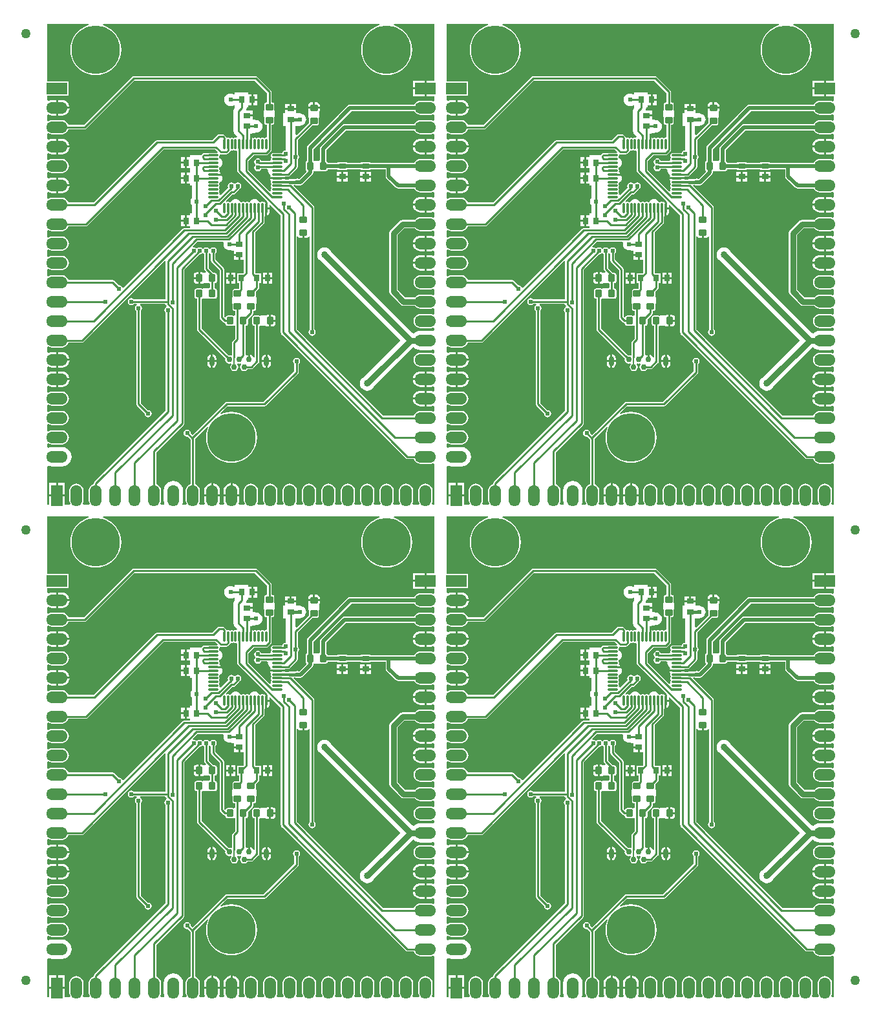
<source format=gtl>
G04 Layer_Physical_Order=1*
G04 Layer_Color=255*
%FSLAX25Y25*%
%MOIN*%
G70*
G01*
G75*
%ADD10C,0.05000*%
%ADD11R,0.02953X0.03740*%
G04:AMPARAMS|DCode=12|XSize=39.37mil|YSize=35.43mil|CornerRadius=4.43mil|HoleSize=0mil|Usage=FLASHONLY|Rotation=90.000|XOffset=0mil|YOffset=0mil|HoleType=Round|Shape=RoundedRectangle|*
%AMROUNDEDRECTD12*
21,1,0.03937,0.02657,0,0,90.0*
21,1,0.03051,0.03543,0,0,90.0*
1,1,0.00886,0.01329,0.01526*
1,1,0.00886,0.01329,-0.01526*
1,1,0.00886,-0.01329,-0.01526*
1,1,0.00886,-0.01329,0.01526*
%
%ADD12ROUNDEDRECTD12*%
G04:AMPARAMS|DCode=13|XSize=39.37mil|YSize=35.43mil|CornerRadius=4.43mil|HoleSize=0mil|Usage=FLASHONLY|Rotation=180.000|XOffset=0mil|YOffset=0mil|HoleType=Round|Shape=RoundedRectangle|*
%AMROUNDEDRECTD13*
21,1,0.03937,0.02657,0,0,180.0*
21,1,0.03051,0.03543,0,0,180.0*
1,1,0.00886,-0.01526,0.01329*
1,1,0.00886,0.01526,0.01329*
1,1,0.00886,0.01526,-0.01329*
1,1,0.00886,-0.01526,-0.01329*
%
%ADD13ROUNDEDRECTD13*%
%ADD14R,0.03740X0.02953*%
%ADD15O,0.01181X0.05512*%
%ADD16O,0.05512X0.01181*%
%ADD17C,0.00800*%
%ADD18C,0.01000*%
%ADD19C,0.02000*%
%ADD20C,0.01600*%
%ADD21C,0.01200*%
%ADD22C,0.03000*%
%ADD23C,0.02953*%
G04:AMPARAMS|DCode=24|XSize=25.59mil|YSize=51.18mil|CornerRadius=12.79mil|HoleSize=0mil|Usage=FLASHONLY|Rotation=0.000|XOffset=0mil|YOffset=0mil|HoleType=Round|Shape=RoundedRectangle|*
%AMROUNDEDRECTD24*
21,1,0.02559,0.02559,0,0,0.0*
21,1,0.00000,0.05118,0,0,0.0*
1,1,0.02559,0.00000,-0.01279*
1,1,0.02559,0.00000,-0.01279*
1,1,0.02559,0.00000,0.01279*
1,1,0.02559,0.00000,0.01279*
%
%ADD24ROUNDEDRECTD24*%
%ADD25C,0.25000*%
%ADD26R,0.11000X0.06000*%
%ADD27O,0.11000X0.06000*%
%ADD28R,0.06000X0.11000*%
%ADD29O,0.06000X0.11000*%
%ADD30C,0.02400*%
%ADD31C,0.03400*%
G36*
X408674Y475800D02*
X404700D01*
Y471800D01*
Y467800D01*
X408674D01*
Y465528D01*
X408074Y465127D01*
X407640Y465307D01*
X406700Y465431D01*
X401700D01*
X400760Y465307D01*
X399885Y464945D01*
X399132Y464368D01*
X398555Y463616D01*
X398479Y463431D01*
X365300D01*
X364676Y463307D01*
X364146Y462954D01*
X343553Y442361D01*
X343200Y441831D01*
X343076Y441207D01*
Y434329D01*
X342971Y434308D01*
X342627Y434078D01*
X342396Y433733D01*
X342315Y433326D01*
Y430274D01*
X342396Y429868D01*
X342627Y429523D01*
X342651Y429506D01*
X342761Y428770D01*
X342760Y428767D01*
X339124Y425131D01*
X338998D01*
X338902Y425196D01*
X338200Y425335D01*
X337498Y425196D01*
X337096Y424927D01*
X334000D01*
X333454Y424819D01*
X333311Y424723D01*
X331951D01*
X331724Y425016D01*
X327735D01*
X324048D01*
X324072Y424895D01*
X324423Y424369D01*
X324606Y424247D01*
X324449Y424012D01*
X324356Y423547D01*
X324449Y423083D01*
X324495Y423014D01*
X324664Y422563D01*
X324495Y422112D01*
X324449Y422043D01*
X324356Y421579D01*
X324449Y421114D01*
X324712Y420720D01*
Y420469D01*
X324449Y420075D01*
X324356Y419610D01*
X324449Y419146D01*
X324488Y419087D01*
X324382Y418872D01*
X323655Y418753D01*
X312822Y429586D01*
Y434535D01*
X315665Y437379D01*
X322047D01*
X322047Y437378D01*
X322477Y437464D01*
X322840Y437707D01*
X324510Y439377D01*
X324753Y439741D01*
X324839Y440170D01*
X324839Y440170D01*
Y453108D01*
X325226D01*
X325633Y453189D01*
X325977Y453419D01*
X326208Y453764D01*
X326289Y454171D01*
Y456829D01*
X326243Y457059D01*
X326456Y457272D01*
Y460421D01*
X326243Y460634D01*
X326289Y460864D01*
Y463522D01*
X326208Y463929D01*
X325977Y464274D01*
X325633Y464504D01*
X325226Y464585D01*
X324821D01*
Y470000D01*
X324736Y470429D01*
X324493Y470793D01*
X324493Y470793D01*
X317493Y477793D01*
X317129Y478036D01*
X316700Y478122D01*
X316700Y478122D01*
X253700D01*
X253271Y478036D01*
X252907Y477793D01*
X252907Y477793D01*
X228035Y452922D01*
X220132D01*
X219845Y453616D01*
X219268Y454368D01*
X218515Y454945D01*
X217640Y455307D01*
X216700Y455431D01*
X211700D01*
X210760Y455307D01*
X209885Y454945D01*
X209764Y454852D01*
X209226Y455118D01*
Y457979D01*
X209826Y458247D01*
X210656Y457903D01*
X211700Y457765D01*
X213700D01*
Y461800D01*
Y465835D01*
X211700D01*
X210656Y465697D01*
X209826Y465353D01*
X209226Y465621D01*
Y468200D01*
X220300D01*
Y475400D01*
X209226D01*
Y504974D01*
X230388D01*
X230459Y504374D01*
X230139Y504297D01*
X228234Y503508D01*
X226476Y502431D01*
X224908Y501092D01*
X223569Y499524D01*
X222492Y497766D01*
X221703Y495861D01*
X221221Y493856D01*
X221059Y491800D01*
X221221Y489744D01*
X221703Y487739D01*
X222492Y485834D01*
X223569Y484076D01*
X224908Y482508D01*
X226476Y481169D01*
X228234Y480092D01*
X230139Y479303D01*
X232144Y478821D01*
X234200Y478659D01*
X236256Y478821D01*
X238261Y479303D01*
X240166Y480092D01*
X241924Y481169D01*
X243492Y482508D01*
X244831Y484076D01*
X245908Y485834D01*
X246697Y487739D01*
X247179Y489744D01*
X247340Y491800D01*
X247179Y493856D01*
X246697Y495861D01*
X245908Y497766D01*
X244831Y499524D01*
X243492Y501092D01*
X241924Y502431D01*
X240166Y503508D01*
X238261Y504297D01*
X237941Y504374D01*
X238012Y504974D01*
X380388D01*
X380459Y504374D01*
X380139Y504297D01*
X378234Y503508D01*
X376476Y502431D01*
X374908Y501092D01*
X373569Y499524D01*
X372492Y497766D01*
X371703Y495861D01*
X371221Y493856D01*
X371059Y491800D01*
X371221Y489744D01*
X371703Y487739D01*
X372492Y485834D01*
X373569Y484076D01*
X374908Y482508D01*
X376476Y481169D01*
X378234Y480092D01*
X380139Y479303D01*
X382144Y478821D01*
X384200Y478659D01*
X386256Y478821D01*
X388261Y479303D01*
X390166Y480092D01*
X391924Y481169D01*
X393492Y482508D01*
X394831Y484076D01*
X395908Y485834D01*
X396697Y487739D01*
X397179Y489744D01*
X397340Y491800D01*
X397179Y493856D01*
X396697Y495861D01*
X395908Y497766D01*
X394831Y499524D01*
X393492Y501092D01*
X391924Y502431D01*
X390166Y503508D01*
X388261Y504297D01*
X387941Y504374D01*
X388012Y504974D01*
X408674D01*
Y475800D01*
D02*
G37*
G36*
X202674D02*
X198700D01*
Y471800D01*
Y467800D01*
X202674D01*
Y465528D01*
X202074Y465127D01*
X201640Y465307D01*
X200700Y465431D01*
X195700D01*
X194760Y465307D01*
X193885Y464945D01*
X193132Y464368D01*
X192555Y463616D01*
X192479Y463431D01*
X159300D01*
X158676Y463307D01*
X158147Y462954D01*
X137554Y442361D01*
X137200Y441831D01*
X137076Y441207D01*
Y434329D01*
X136971Y434308D01*
X136627Y434078D01*
X136396Y433733D01*
X136315Y433326D01*
Y430274D01*
X136396Y429868D01*
X136627Y429523D01*
X136651Y429506D01*
X136761Y428770D01*
X136760Y428767D01*
X133124Y425131D01*
X132998D01*
X132902Y425196D01*
X132200Y425335D01*
X131498Y425196D01*
X131096Y424927D01*
X128000D01*
X127454Y424819D01*
X127311Y424723D01*
X125951D01*
X125724Y425016D01*
X121735D01*
X118048D01*
X118072Y424895D01*
X118423Y424369D01*
X118606Y424247D01*
X118449Y424012D01*
X118356Y423547D01*
X118449Y423083D01*
X118495Y423014D01*
X118664Y422563D01*
X118495Y422112D01*
X118449Y422043D01*
X118356Y421579D01*
X118449Y421114D01*
X118712Y420720D01*
Y420469D01*
X118449Y420075D01*
X118356Y419610D01*
X118449Y419146D01*
X118488Y419087D01*
X118382Y418872D01*
X117655Y418753D01*
X106822Y429586D01*
Y434535D01*
X109665Y437379D01*
X116047D01*
X116048Y437378D01*
X116477Y437464D01*
X116841Y437707D01*
X118510Y439377D01*
X118754Y439741D01*
X118839Y440170D01*
X118839Y440170D01*
Y453108D01*
X119226D01*
X119632Y453189D01*
X119977Y453419D01*
X120208Y453764D01*
X120289Y454171D01*
Y456829D01*
X120243Y457059D01*
X120456Y457272D01*
Y460421D01*
X120243Y460634D01*
X120289Y460864D01*
Y463522D01*
X120208Y463929D01*
X119977Y464274D01*
X119632Y464504D01*
X119226Y464585D01*
X118822D01*
Y470000D01*
X118736Y470429D01*
X118493Y470793D01*
X118493Y470793D01*
X111493Y477793D01*
X111129Y478036D01*
X110700Y478122D01*
X110700Y478122D01*
X47700D01*
X47271Y478036D01*
X46907Y477793D01*
X46907Y477793D01*
X22035Y452922D01*
X14132D01*
X13845Y453616D01*
X13268Y454368D01*
X12516Y454945D01*
X11640Y455307D01*
X10700Y455431D01*
X5700D01*
X4760Y455307D01*
X3884Y454945D01*
X3764Y454852D01*
X3226Y455118D01*
Y457979D01*
X3826Y458247D01*
X4656Y457903D01*
X5700Y457765D01*
X7700D01*
Y461800D01*
Y465835D01*
X5700D01*
X4656Y465697D01*
X3826Y465353D01*
X3226Y465621D01*
Y468200D01*
X14300D01*
Y475400D01*
X3226D01*
Y504974D01*
X24388D01*
X24459Y504374D01*
X24139Y504297D01*
X22234Y503508D01*
X20476Y502431D01*
X18908Y501092D01*
X17569Y499524D01*
X16492Y497766D01*
X15703Y495861D01*
X15221Y493856D01*
X15059Y491800D01*
X15221Y489744D01*
X15703Y487739D01*
X16492Y485834D01*
X17569Y484076D01*
X18908Y482508D01*
X20476Y481169D01*
X22234Y480092D01*
X24139Y479303D01*
X26144Y478821D01*
X28200Y478659D01*
X30256Y478821D01*
X32261Y479303D01*
X34166Y480092D01*
X35924Y481169D01*
X37492Y482508D01*
X38831Y484076D01*
X39908Y485834D01*
X40697Y487739D01*
X41179Y489744D01*
X41341Y491800D01*
X41179Y493856D01*
X40697Y495861D01*
X39908Y497766D01*
X38831Y499524D01*
X37492Y501092D01*
X35924Y502431D01*
X34166Y503508D01*
X32261Y504297D01*
X31941Y504374D01*
X32012Y504974D01*
X174388D01*
X174459Y504374D01*
X174139Y504297D01*
X172234Y503508D01*
X170476Y502431D01*
X168908Y501092D01*
X167569Y499524D01*
X166492Y497766D01*
X165703Y495861D01*
X165221Y493856D01*
X165059Y491800D01*
X165221Y489744D01*
X165703Y487739D01*
X166492Y485834D01*
X167569Y484076D01*
X168908Y482508D01*
X170476Y481169D01*
X172234Y480092D01*
X174139Y479303D01*
X176144Y478821D01*
X178200Y478659D01*
X180256Y478821D01*
X182261Y479303D01*
X184166Y480092D01*
X185924Y481169D01*
X187492Y482508D01*
X188831Y484076D01*
X189908Y485834D01*
X190697Y487739D01*
X191179Y489744D01*
X191340Y491800D01*
X191179Y493856D01*
X190697Y495861D01*
X189908Y497766D01*
X188831Y499524D01*
X187492Y501092D01*
X185924Y502431D01*
X184166Y503508D01*
X182261Y504297D01*
X181941Y504374D01*
X182012Y504974D01*
X202674D01*
Y475800D01*
D02*
G37*
G36*
X398555Y459984D02*
X399132Y459233D01*
X399885Y458655D01*
X400760Y458293D01*
X401700Y458169D01*
X406700D01*
X407640Y458293D01*
X408074Y458473D01*
X408674Y458072D01*
Y455528D01*
X408074Y455127D01*
X407640Y455307D01*
X406700Y455431D01*
X401700D01*
X400760Y455307D01*
X399885Y454945D01*
X399132Y454368D01*
X398555Y453616D01*
X398479Y453431D01*
X362600D01*
X361976Y453307D01*
X361446Y452953D01*
X350247Y441753D01*
X349893Y441224D01*
X349769Y440600D01*
Y435098D01*
X349193Y434556D01*
X346479D01*
X346338Y434614D01*
Y440531D01*
X365976Y460169D01*
X398479D01*
X398555Y459984D01*
D02*
G37*
G36*
X192555D02*
X193132Y459233D01*
X193885Y458655D01*
X194760Y458293D01*
X195700Y458169D01*
X200700D01*
X201640Y458293D01*
X202074Y458473D01*
X202674Y458072D01*
Y455528D01*
X202074Y455127D01*
X201640Y455307D01*
X200700Y455431D01*
X195700D01*
X194760Y455307D01*
X193885Y454945D01*
X193132Y454368D01*
X192555Y453616D01*
X192479Y453431D01*
X156600D01*
X155976Y453307D01*
X155447Y452953D01*
X144246Y441753D01*
X143893Y441224D01*
X143769Y440600D01*
Y435098D01*
X143193Y434556D01*
X140479D01*
X140338Y434614D01*
Y440531D01*
X159976Y460169D01*
X192479D01*
X192555Y459984D01*
D02*
G37*
G36*
X322579Y469535D02*
Y464585D01*
X322174D01*
X321767Y464504D01*
X321423Y464274D01*
X321192Y463929D01*
X321111Y463522D01*
Y462357D01*
X321078Y462193D01*
X321111Y462029D01*
Y460864D01*
X321157Y460634D01*
X320944Y460421D01*
Y457272D01*
X321157Y457059D01*
X321111Y456829D01*
Y454171D01*
X321192Y453764D01*
X321423Y453419D01*
X321767Y453189D01*
X322174Y453108D01*
X322596D01*
Y446913D01*
X322027Y446415D01*
X321562Y446322D01*
X321493Y446276D01*
X321042Y446106D01*
X320592Y446276D01*
X320523Y446322D01*
X320058Y446415D01*
X319594Y446322D01*
X319525Y446276D01*
X319074Y446106D01*
X318623Y446276D01*
X318554Y446322D01*
X318090Y446415D01*
X317625Y446322D01*
X317231Y446059D01*
X316980D01*
X316586Y446322D01*
X316121Y446415D01*
X315657Y446322D01*
X315421Y446165D01*
X315300Y446348D01*
X314773Y446699D01*
X314733Y446707D01*
Y448768D01*
X316070D01*
Y448768D01*
X316670Y449053D01*
X316944Y449017D01*
X317779Y449126D01*
X318558Y449449D01*
X319226Y449962D01*
X319739Y450630D01*
X320062Y451409D01*
X320172Y452244D01*
X320062Y453080D01*
X319739Y453858D01*
X319226Y454526D01*
X318558Y455039D01*
X317779Y455362D01*
X316944Y455472D01*
X316670Y455436D01*
X316070Y455721D01*
Y455721D01*
X315070D01*
Y457256D01*
X312200D01*
Y458256D01*
X315070D01*
Y460232D01*
X312077D01*
X311851Y460656D01*
X311812Y460832D01*
X311993Y461744D01*
Y462130D01*
X312920D01*
Y463130D01*
X314456D01*
Y466000D01*
Y468870D01*
X312920D01*
Y469870D01*
X305968D01*
Y469050D01*
X305368Y468754D01*
X305314Y468795D01*
X304535Y469118D01*
X303700Y469228D01*
X302865Y469118D01*
X302086Y468795D01*
X301418Y468282D01*
X300905Y467614D01*
X300582Y466835D01*
X300472Y466000D01*
X300582Y465165D01*
X300905Y464386D01*
X301418Y463718D01*
X302086Y463205D01*
X302865Y462882D01*
X303700Y462772D01*
X304535Y462882D01*
X305314Y463205D01*
X305368Y463246D01*
X305968Y462950D01*
Y462130D01*
X305968Y462130D01*
X305770Y461612D01*
X305345Y460976D01*
X305151Y460000D01*
Y450000D01*
X305345Y449025D01*
X305898Y448198D01*
X306982Y447113D01*
X306882Y446364D01*
X306774Y446302D01*
X306743Y446322D01*
X306279Y446415D01*
X305814Y446322D01*
X305745Y446276D01*
X305294Y446106D01*
X304844Y446276D01*
X304775Y446322D01*
X304310Y446415D01*
X303846Y446322D01*
X303777Y446276D01*
X303326Y446106D01*
X302875Y446276D01*
X302806Y446322D01*
X302342Y446415D01*
X302080Y446363D01*
X301848Y446348D01*
X301414Y446734D01*
X301409Y446756D01*
X301166Y447120D01*
X301166Y447120D01*
X300493Y447793D01*
X300129Y448036D01*
X299700Y448122D01*
X299700Y448122D01*
X297700D01*
X297700Y448122D01*
X297271Y448036D01*
X296907Y447793D01*
X294335Y445222D01*
X265800D01*
X265800Y445222D01*
X265371Y445136D01*
X265007Y444893D01*
X265007Y444893D01*
X233035Y412922D01*
X220132D01*
X219845Y413616D01*
X219268Y414368D01*
X218515Y414945D01*
X217640Y415307D01*
X216700Y415431D01*
X211700D01*
X210760Y415307D01*
X209885Y414945D01*
X209764Y414852D01*
X209226Y415118D01*
Y417979D01*
X209826Y418247D01*
X210656Y417903D01*
X211700Y417766D01*
X213700D01*
Y421800D01*
Y425835D01*
X211700D01*
X210656Y425697D01*
X209826Y425353D01*
X209226Y425621D01*
Y428482D01*
X209764Y428748D01*
X209885Y428655D01*
X210760Y428293D01*
X211700Y428169D01*
X216700D01*
X217640Y428293D01*
X218515Y428655D01*
X219268Y429233D01*
X219845Y429985D01*
X220207Y430860D01*
X220331Y431800D01*
X220207Y432740D01*
X219845Y433615D01*
X219268Y434368D01*
X218515Y434945D01*
X217640Y435307D01*
X216700Y435431D01*
X211700D01*
X210760Y435307D01*
X209885Y434945D01*
X209764Y434852D01*
X209226Y435117D01*
Y437979D01*
X209826Y438247D01*
X210656Y437903D01*
X211700Y437766D01*
X213700D01*
Y441800D01*
Y445834D01*
X211700D01*
X210656Y445697D01*
X209826Y445353D01*
X209226Y445621D01*
Y448483D01*
X209764Y448748D01*
X209885Y448655D01*
X210760Y448293D01*
X211700Y448169D01*
X216700D01*
X217640Y448293D01*
X218515Y448655D01*
X219268Y449232D01*
X219845Y449985D01*
X220132Y450678D01*
X228500D01*
X228500Y450678D01*
X228929Y450764D01*
X229293Y451007D01*
X254165Y475878D01*
X316235D01*
X322579Y469535D01*
D02*
G37*
G36*
X116578D02*
Y464585D01*
X116174D01*
X115768Y464504D01*
X115422Y464274D01*
X115192Y463929D01*
X115111Y463522D01*
Y462357D01*
X115078Y462193D01*
X115111Y462029D01*
Y460864D01*
X115157Y460634D01*
X114944Y460421D01*
Y457272D01*
X115157Y457059D01*
X115111Y456829D01*
Y454171D01*
X115192Y453764D01*
X115422Y453419D01*
X115768Y453189D01*
X116174Y453108D01*
X116596D01*
Y446913D01*
X116027Y446415D01*
X115562Y446322D01*
X115493Y446276D01*
X115042Y446106D01*
X114592Y446276D01*
X114523Y446322D01*
X114058Y446415D01*
X113594Y446322D01*
X113525Y446276D01*
X113074Y446106D01*
X112623Y446276D01*
X112554Y446322D01*
X112090Y446415D01*
X111625Y446322D01*
X111231Y446059D01*
X110980D01*
X110586Y446322D01*
X110121Y446415D01*
X109657Y446322D01*
X109421Y446165D01*
X109300Y446348D01*
X108773Y446699D01*
X108733Y446707D01*
Y448768D01*
X110070D01*
Y448768D01*
X110670Y449053D01*
X110944Y449017D01*
X111779Y449126D01*
X112558Y449449D01*
X113226Y449962D01*
X113739Y450630D01*
X114062Y451409D01*
X114172Y452244D01*
X114062Y453080D01*
X113739Y453858D01*
X113226Y454526D01*
X112558Y455039D01*
X111779Y455362D01*
X110944Y455472D01*
X110670Y455436D01*
X110070Y455721D01*
Y455721D01*
X109070D01*
Y457256D01*
X106200D01*
Y458256D01*
X109070D01*
Y460232D01*
X106077D01*
X105851Y460656D01*
X105812Y460832D01*
X105993Y461744D01*
Y462130D01*
X106921D01*
Y463130D01*
X108456D01*
Y466000D01*
Y468870D01*
X106921D01*
Y469870D01*
X99968D01*
Y469050D01*
X99368Y468754D01*
X99314Y468795D01*
X98535Y469118D01*
X97700Y469228D01*
X96865Y469118D01*
X96086Y468795D01*
X95418Y468282D01*
X94905Y467614D01*
X94582Y466835D01*
X94472Y466000D01*
X94582Y465165D01*
X94905Y464386D01*
X95418Y463718D01*
X96086Y463205D01*
X96865Y462882D01*
X97700Y462772D01*
X98535Y462882D01*
X99314Y463205D01*
X99368Y463246D01*
X99968Y462950D01*
Y462130D01*
X99968Y462130D01*
X99770Y461612D01*
X99345Y460976D01*
X99151Y460000D01*
Y450000D01*
X99345Y449025D01*
X99898Y448198D01*
X100982Y447113D01*
X100882Y446364D01*
X100774Y446302D01*
X100743Y446322D01*
X100279Y446415D01*
X99814Y446322D01*
X99745Y446276D01*
X99295Y446106D01*
X98844Y446276D01*
X98775Y446322D01*
X98310Y446415D01*
X97846Y446322D01*
X97777Y446276D01*
X97326Y446106D01*
X96875Y446276D01*
X96806Y446322D01*
X96342Y446415D01*
X96080Y446363D01*
X95848Y446348D01*
X95414Y446734D01*
X95409Y446756D01*
X95166Y447120D01*
X95166Y447120D01*
X94493Y447793D01*
X94129Y448036D01*
X93700Y448122D01*
X93700Y448122D01*
X91700D01*
X91700Y448122D01*
X91271Y448036D01*
X90907Y447793D01*
X88335Y445222D01*
X59800D01*
X59800Y445222D01*
X59371Y445136D01*
X59007Y444893D01*
X59007Y444893D01*
X27035Y412922D01*
X14132D01*
X13845Y413616D01*
X13268Y414368D01*
X12516Y414945D01*
X11640Y415307D01*
X10700Y415431D01*
X5700D01*
X4760Y415307D01*
X3884Y414945D01*
X3764Y414852D01*
X3226Y415118D01*
Y417979D01*
X3826Y418247D01*
X4656Y417903D01*
X5700Y417766D01*
X7700D01*
Y421800D01*
Y425835D01*
X5700D01*
X4656Y425697D01*
X3826Y425353D01*
X3226Y425621D01*
Y428482D01*
X3764Y428748D01*
X3884Y428655D01*
X4760Y428293D01*
X5700Y428169D01*
X10700D01*
X11640Y428293D01*
X12516Y428655D01*
X13268Y429233D01*
X13845Y429985D01*
X14207Y430860D01*
X14331Y431800D01*
X14207Y432740D01*
X13845Y433615D01*
X13268Y434368D01*
X12516Y434945D01*
X11640Y435307D01*
X10700Y435431D01*
X5700D01*
X4760Y435307D01*
X3884Y434945D01*
X3764Y434852D01*
X3226Y435117D01*
Y437979D01*
X3826Y438247D01*
X4656Y437903D01*
X5700Y437766D01*
X7700D01*
Y441800D01*
Y445834D01*
X5700D01*
X4656Y445697D01*
X3826Y445353D01*
X3226Y445621D01*
Y448483D01*
X3764Y448748D01*
X3884Y448655D01*
X4760Y448293D01*
X5700Y448169D01*
X10700D01*
X11640Y448293D01*
X12516Y448655D01*
X13268Y449232D01*
X13845Y449985D01*
X14132Y450678D01*
X22500D01*
X22500Y450678D01*
X22929Y450764D01*
X23293Y451007D01*
X48165Y475878D01*
X110235D01*
X116578Y469535D01*
D02*
G37*
G36*
X398555Y449985D02*
X399132Y449232D01*
X399885Y448655D01*
X400760Y448293D01*
X401700Y448169D01*
X406700D01*
X407640Y448293D01*
X408074Y448473D01*
X408674Y448072D01*
Y445852D01*
X408175Y445518D01*
X407744Y445697D01*
X406700Y445834D01*
X404700D01*
Y441800D01*
Y437766D01*
X406700D01*
X407744Y437903D01*
X408175Y438082D01*
X408674Y437748D01*
Y435528D01*
X408074Y435127D01*
X407640Y435307D01*
X406700Y435431D01*
X401700D01*
X400760Y435307D01*
X399885Y434945D01*
X399132Y434368D01*
X398555Y433615D01*
X398479Y433431D01*
X375870D01*
Y433876D01*
X370930D01*
Y433431D01*
X363870D01*
Y433876D01*
X358930D01*
Y433431D01*
X353771D01*
X353711Y433733D01*
X353481Y434078D01*
X353136Y434308D01*
X353031Y434329D01*
Y439924D01*
X363276Y450169D01*
X398479D01*
X398555Y449985D01*
D02*
G37*
G36*
X192555D02*
X193132Y449232D01*
X193885Y448655D01*
X194760Y448293D01*
X195700Y448169D01*
X200700D01*
X201640Y448293D01*
X202074Y448473D01*
X202674Y448072D01*
Y445852D01*
X202175Y445518D01*
X201744Y445697D01*
X200700Y445834D01*
X198700D01*
Y441800D01*
Y437766D01*
X200700D01*
X201744Y437903D01*
X202175Y438082D01*
X202674Y437748D01*
Y435528D01*
X202074Y435127D01*
X201640Y435307D01*
X200700Y435431D01*
X195700D01*
X194760Y435307D01*
X193885Y434945D01*
X193132Y434368D01*
X192555Y433615D01*
X192479Y433431D01*
X169870D01*
Y433876D01*
X164930D01*
Y433431D01*
X157870D01*
Y433876D01*
X152930D01*
Y433431D01*
X147771D01*
X147711Y433733D01*
X147481Y434078D01*
X147136Y434308D01*
X147031Y434329D01*
Y439924D01*
X157276Y450169D01*
X192479D01*
X192555Y449985D01*
D02*
G37*
G36*
X305814Y439749D02*
X306279Y439656D01*
X306526Y439705D01*
X307126Y439337D01*
Y429453D01*
X307126Y429453D01*
X307211Y429024D01*
X307454Y428660D01*
X321796Y414318D01*
X321599Y413666D01*
X321406Y413628D01*
X320880Y413277D01*
X320758Y413094D01*
X320523Y413251D01*
X320058Y413344D01*
X319594Y413251D01*
X319200Y412988D01*
X318948D01*
X318554Y413251D01*
X318452Y413272D01*
X318384Y413436D01*
X317969Y413977D01*
X317428Y414393D01*
X316797Y414654D01*
X316121Y414743D01*
X315445Y414654D01*
X314815Y414393D01*
X314274Y413977D01*
X313858Y413436D01*
X313790Y413272D01*
X313688Y413251D01*
X313619Y413205D01*
X313169Y413036D01*
X312718Y413205D01*
X312649Y413251D01*
X312184Y413344D01*
X311720Y413251D01*
X311651Y413205D01*
X311200Y413036D01*
X310749Y413205D01*
X310680Y413251D01*
X310216Y413344D01*
X309751Y413251D01*
X309682Y413205D01*
X309231Y413036D01*
X308781Y413205D01*
X308712Y413251D01*
X308610Y413272D01*
X308542Y413436D01*
X308126Y413977D01*
X307585Y414393D01*
X306955Y414654D01*
X306279Y414743D01*
X305603Y414654D01*
X304972Y414393D01*
X304431Y413977D01*
X304016Y413436D01*
X303948Y413272D01*
X303846Y413251D01*
X303777Y413205D01*
X303326Y413036D01*
X302875Y413205D01*
X302806Y413251D01*
X302342Y413344D01*
X301877Y413251D01*
X301808Y413205D01*
X301618Y413331D01*
X301540Y414102D01*
X304569Y417131D01*
X305052D01*
X305052Y417131D01*
X305482Y417216D01*
X305846Y417459D01*
X308145Y419759D01*
X308146Y419759D01*
X308273Y419950D01*
X308650Y420202D01*
X309048Y420798D01*
X309188Y421500D01*
X309048Y422202D01*
X308650Y422798D01*
X308055Y423196D01*
X307352Y423335D01*
X306650Y423196D01*
X306055Y422798D01*
X306026Y422755D01*
X305426D01*
X305398Y422798D01*
X304802Y423196D01*
X304100Y423335D01*
X303397Y423196D01*
X302802Y422798D01*
X302404Y422202D01*
X302265Y421500D01*
X302404Y420798D01*
X302546Y420585D01*
X298802Y416840D01*
X298031Y416918D01*
X297905Y417108D01*
X297951Y417177D01*
X298044Y417642D01*
X297951Y418106D01*
X297688Y418500D01*
Y418752D01*
X297951Y419146D01*
X298044Y419610D01*
X297951Y420075D01*
X297688Y420469D01*
Y420720D01*
X297951Y421114D01*
X298044Y421579D01*
X297951Y422043D01*
X297905Y422112D01*
X297736Y422563D01*
X297905Y423014D01*
X297951Y423083D01*
X297972Y423185D01*
X298136Y423253D01*
X298677Y423668D01*
X299093Y424209D01*
X299354Y424839D01*
X299443Y425516D01*
X299354Y426192D01*
X299093Y426822D01*
X298677Y427363D01*
X298439Y427546D01*
X298328Y428105D01*
X297977Y428631D01*
X297794Y428753D01*
X297951Y428988D01*
X298044Y429453D01*
X297951Y429917D01*
X297688Y430311D01*
Y430563D01*
X297951Y430957D01*
X297972Y431059D01*
X298136Y431127D01*
X298677Y431542D01*
X299093Y432083D01*
X299354Y432714D01*
X299443Y433390D01*
X299354Y434066D01*
X299093Y434696D01*
X298677Y435237D01*
X298136Y435653D01*
X297972Y435721D01*
X297951Y435823D01*
X297688Y436217D01*
Y436469D01*
X297951Y436862D01*
X298044Y437327D01*
X298020Y437449D01*
X298038Y437486D01*
X298538Y437911D01*
X298700Y437879D01*
X301483D01*
X301483Y437878D01*
X301913Y437964D01*
X302276Y438207D01*
X303135Y439065D01*
X303135Y439065D01*
X303378Y439429D01*
X303846Y439749D01*
X304001Y439718D01*
X304310Y439656D01*
X304775Y439749D01*
X305169Y440012D01*
X305420D01*
X305814Y439749D01*
D02*
G37*
G36*
X99814D02*
X100279Y439656D01*
X100526Y439705D01*
X101126Y439337D01*
Y429453D01*
X101126Y429453D01*
X101211Y429024D01*
X101454Y428660D01*
X115796Y414318D01*
X115599Y413666D01*
X115406Y413628D01*
X114880Y413277D01*
X114758Y413094D01*
X114523Y413251D01*
X114058Y413344D01*
X113594Y413251D01*
X113200Y412988D01*
X112948D01*
X112554Y413251D01*
X112452Y413272D01*
X112384Y413436D01*
X111969Y413977D01*
X111428Y414393D01*
X110798Y414654D01*
X110121Y414743D01*
X109445Y414654D01*
X108815Y414393D01*
X108274Y413977D01*
X107858Y413436D01*
X107790Y413272D01*
X107688Y413251D01*
X107619Y413205D01*
X107168Y413036D01*
X106718Y413205D01*
X106649Y413251D01*
X106184Y413344D01*
X105720Y413251D01*
X105651Y413205D01*
X105200Y413036D01*
X104749Y413205D01*
X104680Y413251D01*
X104216Y413344D01*
X103751Y413251D01*
X103682Y413205D01*
X103232Y413036D01*
X102781Y413205D01*
X102712Y413251D01*
X102610Y413272D01*
X102542Y413436D01*
X102126Y413977D01*
X101585Y414393D01*
X100955Y414654D01*
X100279Y414743D01*
X99603Y414654D01*
X98972Y414393D01*
X98431Y413977D01*
X98016Y413436D01*
X97948Y413272D01*
X97846Y413251D01*
X97777Y413205D01*
X97326Y413036D01*
X96875Y413205D01*
X96806Y413251D01*
X96342Y413344D01*
X95877Y413251D01*
X95808Y413205D01*
X95618Y413331D01*
X95540Y414102D01*
X98569Y417131D01*
X99053D01*
X99053Y417131D01*
X99482Y417216D01*
X99846Y417459D01*
X102146Y419759D01*
X102146Y419759D01*
X102273Y419950D01*
X102650Y420202D01*
X103048Y420798D01*
X103188Y421500D01*
X103048Y422202D01*
X102650Y422798D01*
X102055Y423196D01*
X101353Y423335D01*
X100650Y423196D01*
X100055Y422798D01*
X100026Y422755D01*
X99426D01*
X99397Y422798D01*
X98802Y423196D01*
X98100Y423335D01*
X97398Y423196D01*
X96802Y422798D01*
X96404Y422202D01*
X96265Y421500D01*
X96404Y420798D01*
X96546Y420585D01*
X92802Y416840D01*
X92031Y416918D01*
X91905Y417108D01*
X91951Y417177D01*
X92044Y417642D01*
X91951Y418106D01*
X91688Y418500D01*
Y418752D01*
X91951Y419146D01*
X92044Y419610D01*
X91951Y420075D01*
X91688Y420469D01*
Y420720D01*
X91951Y421114D01*
X92044Y421579D01*
X91951Y422043D01*
X91905Y422112D01*
X91736Y422563D01*
X91905Y423014D01*
X91951Y423083D01*
X91972Y423185D01*
X92136Y423253D01*
X92677Y423668D01*
X93093Y424209D01*
X93354Y424839D01*
X93443Y425516D01*
X93354Y426192D01*
X93093Y426822D01*
X92677Y427363D01*
X92439Y427546D01*
X92328Y428105D01*
X91977Y428631D01*
X91794Y428753D01*
X91951Y428988D01*
X92044Y429453D01*
X91951Y429917D01*
X91688Y430311D01*
Y430563D01*
X91951Y430957D01*
X91972Y431059D01*
X92136Y431127D01*
X92677Y431542D01*
X93093Y432083D01*
X93354Y432714D01*
X93443Y433390D01*
X93354Y434066D01*
X93093Y434696D01*
X92677Y435237D01*
X92136Y435653D01*
X91972Y435721D01*
X91951Y435823D01*
X91688Y436217D01*
Y436469D01*
X91951Y436862D01*
X92044Y437327D01*
X92020Y437449D01*
X92038Y437486D01*
X92538Y437911D01*
X92700Y437879D01*
X95483D01*
X95483Y437878D01*
X95913Y437964D01*
X96276Y438207D01*
X97135Y439065D01*
X97135Y439065D01*
X97378Y439429D01*
X97846Y439749D01*
X98001Y439718D01*
X98310Y439656D01*
X98775Y439749D01*
X99169Y440012D01*
X99420D01*
X99814Y439749D01*
D02*
G37*
G36*
X383669Y426500D02*
X383793Y425876D01*
X384146Y425347D01*
X388846Y420646D01*
X389376Y420293D01*
X390000Y420169D01*
X398479D01*
X398555Y419984D01*
X399132Y419233D01*
X399885Y418655D01*
X400760Y418293D01*
X401700Y418169D01*
X406700D01*
X407640Y418293D01*
X408074Y418473D01*
X408674Y418072D01*
Y415852D01*
X408175Y415519D01*
X407744Y415697D01*
X406700Y415835D01*
X404700D01*
Y411800D01*
Y407765D01*
X406700D01*
X407744Y407903D01*
X408175Y408081D01*
X408674Y407748D01*
Y405528D01*
X408074Y405127D01*
X407640Y405307D01*
X406700Y405431D01*
X401700D01*
X400760Y405307D01*
X399885Y404945D01*
X399132Y404368D01*
X398805Y403941D01*
X392333D01*
X391514Y403778D01*
X390819Y403314D01*
X386186Y398681D01*
X385722Y397986D01*
X385559Y397167D01*
Y367000D01*
X385722Y366181D01*
X386186Y365486D01*
X391386Y360286D01*
X392081Y359822D01*
X392900Y359659D01*
X398805D01*
X399132Y359232D01*
X399885Y358655D01*
X400760Y358293D01*
X401700Y358169D01*
X406700D01*
X407640Y358293D01*
X408074Y358473D01*
X408674Y358072D01*
Y355528D01*
X408074Y355127D01*
X407640Y355307D01*
X406700Y355431D01*
X401700D01*
X400760Y355307D01*
X399885Y354945D01*
X399132Y354368D01*
X398555Y353615D01*
X398193Y352740D01*
X398069Y351800D01*
X398193Y350860D01*
X398555Y349985D01*
X399132Y349233D01*
X399885Y348655D01*
X400760Y348293D01*
X401700Y348169D01*
X406700D01*
X407640Y348293D01*
X408074Y348473D01*
X408674Y348072D01*
Y346934D01*
X408175Y346601D01*
X408005Y346671D01*
X406700Y346843D01*
X401700D01*
X400395Y346671D01*
X399178Y346167D01*
X398134Y345366D01*
X397602Y345590D01*
X355506Y387686D01*
X355432Y387866D01*
X354839Y388639D01*
X354066Y389232D01*
X353166Y389605D01*
X352200Y389732D01*
X351234Y389605D01*
X350334Y389232D01*
X349561Y388639D01*
X348968Y387866D01*
X348595Y386966D01*
X348468Y386000D01*
X348595Y385034D01*
X348968Y384134D01*
X349561Y383361D01*
X350334Y382768D01*
X350514Y382694D01*
X391407Y341800D01*
X372514Y322906D01*
X372334Y322832D01*
X371561Y322239D01*
X370968Y321466D01*
X370595Y320566D01*
X370468Y319600D01*
X370595Y318634D01*
X370968Y317734D01*
X371561Y316961D01*
X372334Y316368D01*
X373234Y315995D01*
X374200Y315868D01*
X375166Y315995D01*
X376066Y316368D01*
X376839Y316961D01*
X377432Y317734D01*
X377506Y317914D01*
X397602Y338010D01*
X398134Y338234D01*
X399178Y337433D01*
X400395Y336929D01*
X401700Y336757D01*
X406700D01*
X408005Y336929D01*
X408175Y336999D01*
X408674Y336666D01*
Y335528D01*
X408074Y335127D01*
X407640Y335307D01*
X406700Y335431D01*
X401700D01*
X400760Y335307D01*
X399885Y334945D01*
X399132Y334368D01*
X398555Y333615D01*
X398193Y332740D01*
X398069Y331800D01*
X398193Y330860D01*
X398555Y329984D01*
X399132Y329233D01*
X399885Y328655D01*
X400760Y328293D01*
X401700Y328169D01*
X406700D01*
X407640Y328293D01*
X408074Y328473D01*
X408674Y328072D01*
Y325852D01*
X408175Y325518D01*
X407744Y325697D01*
X406700Y325834D01*
X404700D01*
Y321800D01*
Y317765D01*
X406700D01*
X407744Y317903D01*
X408175Y318081D01*
X408674Y317748D01*
Y315852D01*
X408175Y315518D01*
X407744Y315697D01*
X406700Y315834D01*
X404700D01*
Y311800D01*
Y307766D01*
X406700D01*
X407744Y307903D01*
X408175Y308082D01*
X408674Y307748D01*
Y305528D01*
X408074Y305127D01*
X407640Y305307D01*
X406700Y305431D01*
X401700D01*
X400760Y305307D01*
X399885Y304945D01*
X399132Y304368D01*
X398555Y303615D01*
X398268Y302922D01*
X382365D01*
X337822Y347465D01*
Y395267D01*
X338422Y395449D01*
X338634Y395131D01*
X339111Y394812D01*
X339674Y394700D01*
X340700D01*
Y397500D01*
X341700D01*
Y394700D01*
X342726D01*
X343289Y394812D01*
X343766Y395131D01*
X343979Y395449D01*
X344579Y395267D01*
Y347415D01*
X344402Y347298D01*
X344004Y346702D01*
X343865Y346000D01*
X344004Y345298D01*
X344402Y344702D01*
X344998Y344304D01*
X345700Y344165D01*
X346402Y344304D01*
X346998Y344702D01*
X347396Y345298D01*
X347535Y346000D01*
X347396Y346702D01*
X346998Y347298D01*
X346821Y347415D01*
Y410500D01*
X346736Y410929D01*
X346493Y411293D01*
X346493Y411293D01*
X336268Y421518D01*
X336497Y422073D01*
X337096D01*
X337498Y421804D01*
X338200Y421665D01*
X338902Y421804D01*
X338998Y421869D01*
X339800D01*
X340424Y421993D01*
X340953Y422346D01*
X345861Y427254D01*
X346214Y427783D01*
X346338Y428407D01*
Y428986D01*
X346479Y429044D01*
X349628D01*
X349841Y429257D01*
X350071Y429211D01*
X352729D01*
X353136Y429292D01*
X353481Y429523D01*
X353711Y429868D01*
X353771Y430169D01*
X358930D01*
Y429724D01*
X363870D01*
Y430169D01*
X370930D01*
Y429724D01*
X375870D01*
Y430169D01*
X383669D01*
Y426500D01*
D02*
G37*
G36*
X177669D02*
X177793Y425876D01*
X178147Y425347D01*
X182846Y420646D01*
X183376Y420293D01*
X184000Y420169D01*
X192479D01*
X192555Y419984D01*
X193132Y419233D01*
X193885Y418655D01*
X194760Y418293D01*
X195700Y418169D01*
X200700D01*
X201640Y418293D01*
X202074Y418473D01*
X202674Y418072D01*
Y415852D01*
X202175Y415519D01*
X201744Y415697D01*
X200700Y415835D01*
X198700D01*
Y411800D01*
Y407765D01*
X200700D01*
X201744Y407903D01*
X202175Y408081D01*
X202674Y407748D01*
Y405528D01*
X202074Y405127D01*
X201640Y405307D01*
X200700Y405431D01*
X195700D01*
X194760Y405307D01*
X193885Y404945D01*
X193132Y404368D01*
X192805Y403941D01*
X186333D01*
X185514Y403778D01*
X184819Y403314D01*
X180186Y398681D01*
X179722Y397986D01*
X179559Y397167D01*
Y367000D01*
X179722Y366181D01*
X180186Y365486D01*
X185386Y360286D01*
X186081Y359822D01*
X186900Y359659D01*
X192805D01*
X193132Y359232D01*
X193885Y358655D01*
X194760Y358293D01*
X195700Y358169D01*
X200700D01*
X201640Y358293D01*
X202074Y358473D01*
X202674Y358072D01*
Y355528D01*
X202074Y355127D01*
X201640Y355307D01*
X200700Y355431D01*
X195700D01*
X194760Y355307D01*
X193885Y354945D01*
X193132Y354368D01*
X192555Y353615D01*
X192193Y352740D01*
X192069Y351800D01*
X192193Y350860D01*
X192555Y349985D01*
X193132Y349233D01*
X193885Y348655D01*
X194760Y348293D01*
X195700Y348169D01*
X200700D01*
X201640Y348293D01*
X202074Y348473D01*
X202674Y348072D01*
Y346934D01*
X202175Y346601D01*
X202005Y346671D01*
X200700Y346843D01*
X195700D01*
X194395Y346671D01*
X193178Y346167D01*
X192134Y345366D01*
X191602Y345590D01*
X149506Y387686D01*
X149432Y387866D01*
X148839Y388639D01*
X148066Y389232D01*
X147166Y389605D01*
X146200Y389732D01*
X145234Y389605D01*
X144334Y389232D01*
X143561Y388639D01*
X142968Y387866D01*
X142595Y386966D01*
X142468Y386000D01*
X142595Y385034D01*
X142968Y384134D01*
X143561Y383361D01*
X144334Y382768D01*
X144514Y382694D01*
X185407Y341800D01*
X166514Y322906D01*
X166334Y322832D01*
X165561Y322239D01*
X164968Y321466D01*
X164595Y320566D01*
X164468Y319600D01*
X164595Y318634D01*
X164968Y317734D01*
X165561Y316961D01*
X166334Y316368D01*
X167234Y315995D01*
X168200Y315868D01*
X169166Y315995D01*
X170066Y316368D01*
X170839Y316961D01*
X171432Y317734D01*
X171507Y317914D01*
X191602Y338010D01*
X192134Y338234D01*
X193178Y337433D01*
X194395Y336929D01*
X195700Y336757D01*
X200700D01*
X202005Y336929D01*
X202175Y336999D01*
X202674Y336666D01*
Y335528D01*
X202074Y335127D01*
X201640Y335307D01*
X200700Y335431D01*
X195700D01*
X194760Y335307D01*
X193885Y334945D01*
X193132Y334368D01*
X192555Y333615D01*
X192193Y332740D01*
X192069Y331800D01*
X192193Y330860D01*
X192555Y329984D01*
X193132Y329233D01*
X193885Y328655D01*
X194760Y328293D01*
X195700Y328169D01*
X200700D01*
X201640Y328293D01*
X202074Y328473D01*
X202674Y328072D01*
Y325852D01*
X202175Y325518D01*
X201744Y325697D01*
X200700Y325834D01*
X198700D01*
Y321800D01*
Y317765D01*
X200700D01*
X201744Y317903D01*
X202175Y318081D01*
X202674Y317748D01*
Y315852D01*
X202175Y315518D01*
X201744Y315697D01*
X200700Y315834D01*
X198700D01*
Y311800D01*
Y307766D01*
X200700D01*
X201744Y307903D01*
X202175Y308082D01*
X202674Y307748D01*
Y305528D01*
X202074Y305127D01*
X201640Y305307D01*
X200700Y305431D01*
X195700D01*
X194760Y305307D01*
X193885Y304945D01*
X193132Y304368D01*
X192555Y303615D01*
X192268Y302922D01*
X176365D01*
X131822Y347465D01*
Y395267D01*
X132422Y395449D01*
X132634Y395131D01*
X133111Y394812D01*
X133674Y394700D01*
X134700D01*
Y397500D01*
X135700D01*
Y394700D01*
X136726D01*
X137289Y394812D01*
X137766Y395131D01*
X137978Y395449D01*
X138578Y395267D01*
Y347415D01*
X138402Y347298D01*
X138004Y346702D01*
X137865Y346000D01*
X138004Y345298D01*
X138402Y344702D01*
X138998Y344304D01*
X139700Y344165D01*
X140402Y344304D01*
X140998Y344702D01*
X141396Y345298D01*
X141535Y346000D01*
X141396Y346702D01*
X140998Y347298D01*
X140822Y347415D01*
Y410500D01*
X140736Y410929D01*
X140493Y411293D01*
X140493Y411293D01*
X130268Y421518D01*
X130498Y422073D01*
X131096D01*
X131498Y421804D01*
X132200Y421665D01*
X132902Y421804D01*
X132998Y421869D01*
X133800D01*
X134424Y421993D01*
X134953Y422346D01*
X139861Y427254D01*
X140214Y427783D01*
X140338Y428407D01*
Y428986D01*
X140479Y429044D01*
X143628D01*
X143841Y429257D01*
X144071Y429211D01*
X146729D01*
X147136Y429292D01*
X147481Y429523D01*
X147711Y429868D01*
X147771Y430169D01*
X152930D01*
Y429724D01*
X157870D01*
Y430169D01*
X164930D01*
Y429724D01*
X169870D01*
Y430169D01*
X177669D01*
Y426500D01*
D02*
G37*
G36*
X296994Y439120D02*
X296901Y438792D01*
X296725Y438541D01*
X292499D01*
X292035Y438448D01*
X290027D01*
X289598Y438363D01*
X289234Y438120D01*
X289234Y438120D01*
X288807Y437693D01*
X288591Y437370D01*
X282724D01*
Y436370D01*
X281188D01*
Y433500D01*
Y430630D01*
X282724D01*
Y429965D01*
X282724Y429630D01*
X282724D01*
X282735Y429370D01*
X282735D01*
Y428370D01*
X281200D01*
Y425500D01*
Y422630D01*
X282735D01*
Y421630D01*
X283663D01*
Y415450D01*
X283405Y415114D01*
X283082Y414335D01*
X282972Y413500D01*
X283082Y412665D01*
X283405Y411886D01*
X283651Y411565D01*
Y407370D01*
X282724D01*
Y406370D01*
X281188D01*
Y403500D01*
Y400630D01*
X282724D01*
Y399822D01*
X279900D01*
X279900Y399822D01*
X279471Y399736D01*
X279107Y399493D01*
X279107Y399493D01*
X248559Y368945D01*
X247907Y369142D01*
X247896Y369202D01*
X247498Y369798D01*
X246902Y370196D01*
X246200Y370335D01*
X245992Y370294D01*
X243693Y372593D01*
X243329Y372836D01*
X242900Y372922D01*
X242900Y372922D01*
X220132D01*
X219845Y373616D01*
X219268Y374368D01*
X218515Y374945D01*
X217640Y375307D01*
X216700Y375431D01*
X211700D01*
X210760Y375307D01*
X209885Y374945D01*
X209764Y374852D01*
X209226Y375117D01*
Y378483D01*
X209764Y378748D01*
X209885Y378655D01*
X210760Y378293D01*
X211700Y378169D01*
X216700D01*
X217640Y378293D01*
X218515Y378655D01*
X219268Y379233D01*
X219845Y379984D01*
X220207Y380860D01*
X220331Y381800D01*
X220207Y382740D01*
X219845Y383615D01*
X219268Y384368D01*
X218515Y384945D01*
X217640Y385307D01*
X216700Y385431D01*
X211700D01*
X210760Y385307D01*
X209885Y384945D01*
X209764Y384852D01*
X209226Y385118D01*
Y388482D01*
X209764Y388748D01*
X209885Y388655D01*
X210760Y388293D01*
X211700Y388169D01*
X216700D01*
X217640Y388293D01*
X218515Y388655D01*
X219268Y389232D01*
X219845Y389984D01*
X220207Y390860D01*
X220331Y391800D01*
X220207Y392740D01*
X219845Y393616D01*
X219268Y394368D01*
X218515Y394945D01*
X217640Y395307D01*
X216700Y395431D01*
X211700D01*
X210760Y395307D01*
X209885Y394945D01*
X209764Y394852D01*
X209226Y395117D01*
Y398482D01*
X209764Y398748D01*
X209885Y398655D01*
X210760Y398293D01*
X211700Y398169D01*
X216700D01*
X217640Y398293D01*
X218515Y398655D01*
X219268Y399233D01*
X219845Y399985D01*
X220132Y400678D01*
X229000D01*
X229000Y400678D01*
X229429Y400764D01*
X229793Y401007D01*
X269165Y440379D01*
X295735D01*
X296994Y439120D01*
D02*
G37*
G36*
X90994D02*
X90901Y438792D01*
X90725Y438541D01*
X86499D01*
X86035Y438448D01*
X84027D01*
X83598Y438363D01*
X83234Y438120D01*
X83234Y438120D01*
X82807Y437693D01*
X82591Y437370D01*
X76724D01*
Y436370D01*
X75188D01*
Y433500D01*
Y430630D01*
X76724D01*
Y429965D01*
X76724Y429630D01*
X76724D01*
X76735Y429370D01*
X76735D01*
Y428370D01*
X75200D01*
Y425500D01*
Y422630D01*
X76735D01*
Y421630D01*
X77663D01*
Y415450D01*
X77405Y415114D01*
X77082Y414335D01*
X76972Y413500D01*
X77082Y412665D01*
X77405Y411886D01*
X77651Y411565D01*
Y407370D01*
X76724D01*
Y406370D01*
X75188D01*
Y403500D01*
Y400630D01*
X76724D01*
Y399822D01*
X73900D01*
X73900Y399822D01*
X73471Y399736D01*
X73107Y399493D01*
X73107Y399493D01*
X42559Y368945D01*
X41908Y369142D01*
X41896Y369202D01*
X41498Y369798D01*
X40902Y370196D01*
X40200Y370335D01*
X39992Y370294D01*
X37693Y372593D01*
X37329Y372836D01*
X36900Y372922D01*
X36900Y372922D01*
X14132D01*
X13845Y373616D01*
X13268Y374368D01*
X12516Y374945D01*
X11640Y375307D01*
X10700Y375431D01*
X5700D01*
X4760Y375307D01*
X3884Y374945D01*
X3764Y374852D01*
X3226Y375117D01*
Y378483D01*
X3764Y378748D01*
X3884Y378655D01*
X4760Y378293D01*
X5700Y378169D01*
X10700D01*
X11640Y378293D01*
X12516Y378655D01*
X13268Y379233D01*
X13845Y379984D01*
X14207Y380860D01*
X14331Y381800D01*
X14207Y382740D01*
X13845Y383615D01*
X13268Y384368D01*
X12516Y384945D01*
X11640Y385307D01*
X10700Y385431D01*
X5700D01*
X4760Y385307D01*
X3884Y384945D01*
X3764Y384852D01*
X3226Y385118D01*
Y388482D01*
X3764Y388748D01*
X3884Y388655D01*
X4760Y388293D01*
X5700Y388169D01*
X10700D01*
X11640Y388293D01*
X12516Y388655D01*
X13268Y389232D01*
X13845Y389984D01*
X14207Y390860D01*
X14331Y391800D01*
X14207Y392740D01*
X13845Y393616D01*
X13268Y394368D01*
X12516Y394945D01*
X11640Y395307D01*
X10700Y395431D01*
X5700D01*
X4760Y395307D01*
X3884Y394945D01*
X3764Y394852D01*
X3226Y395117D01*
Y398482D01*
X3764Y398748D01*
X3884Y398655D01*
X4760Y398293D01*
X5700Y398169D01*
X10700D01*
X11640Y398293D01*
X12516Y398655D01*
X13268Y399233D01*
X13845Y399985D01*
X14132Y400678D01*
X23000D01*
X23000Y400678D01*
X23429Y400764D01*
X23793Y401007D01*
X63165Y440379D01*
X89735D01*
X90994Y439120D01*
D02*
G37*
G36*
X399132Y399233D02*
X399885Y398655D01*
X400760Y398293D01*
X401700Y398169D01*
X406700D01*
X407640Y398293D01*
X408074Y398473D01*
X408674Y398072D01*
Y395852D01*
X408175Y395518D01*
X407744Y395697D01*
X406700Y395834D01*
X404700D01*
Y391800D01*
Y387766D01*
X406700D01*
X407744Y387903D01*
X408175Y388082D01*
X408674Y387748D01*
Y385852D01*
X408175Y385519D01*
X407744Y385697D01*
X406700Y385835D01*
X404700D01*
Y381800D01*
Y377765D01*
X406700D01*
X407744Y377903D01*
X408175Y378081D01*
X408674Y377748D01*
Y375528D01*
X408074Y375127D01*
X407640Y375307D01*
X406700Y375431D01*
X401700D01*
X400760Y375307D01*
X399885Y374945D01*
X399132Y374368D01*
X398555Y373616D01*
X398193Y372740D01*
X398069Y371800D01*
X398193Y370860D01*
X398555Y369985D01*
X399132Y369233D01*
X399885Y368655D01*
X400760Y368293D01*
X401700Y368169D01*
X406700D01*
X407640Y368293D01*
X408074Y368473D01*
X408674Y368072D01*
Y365528D01*
X408074Y365127D01*
X407640Y365307D01*
X406700Y365431D01*
X401700D01*
X400760Y365307D01*
X399885Y364945D01*
X399132Y364368D01*
X398805Y363941D01*
X393787D01*
X389841Y367887D01*
Y396280D01*
X393220Y399659D01*
X398805D01*
X399132Y399233D01*
D02*
G37*
G36*
X193132D02*
X193885Y398655D01*
X194760Y398293D01*
X195700Y398169D01*
X200700D01*
X201640Y398293D01*
X202074Y398473D01*
X202674Y398072D01*
Y395852D01*
X202175Y395518D01*
X201744Y395697D01*
X200700Y395834D01*
X198700D01*
Y391800D01*
Y387766D01*
X200700D01*
X201744Y387903D01*
X202175Y388082D01*
X202674Y387748D01*
Y385852D01*
X202175Y385519D01*
X201744Y385697D01*
X200700Y385835D01*
X198700D01*
Y381800D01*
Y377765D01*
X200700D01*
X201744Y377903D01*
X202175Y378081D01*
X202674Y377748D01*
Y375528D01*
X202074Y375127D01*
X201640Y375307D01*
X200700Y375431D01*
X195700D01*
X194760Y375307D01*
X193885Y374945D01*
X193132Y374368D01*
X192555Y373616D01*
X192193Y372740D01*
X192069Y371800D01*
X192193Y370860D01*
X192555Y369985D01*
X193132Y369233D01*
X193885Y368655D01*
X194760Y368293D01*
X195700Y368169D01*
X200700D01*
X201640Y368293D01*
X202074Y368473D01*
X202674Y368072D01*
Y365528D01*
X202074Y365127D01*
X201640Y365307D01*
X200700Y365431D01*
X195700D01*
X194760Y365307D01*
X193885Y364945D01*
X193132Y364368D01*
X192805Y363941D01*
X187787D01*
X183841Y367887D01*
Y396280D01*
X187220Y399659D01*
X192805D01*
X193132Y399233D01*
D02*
G37*
G36*
X329578Y406535D02*
Y346000D01*
X329578Y346000D01*
X329664Y345571D01*
X329907Y345207D01*
X394107Y281007D01*
X394471Y280764D01*
X394900Y280679D01*
X394900Y280679D01*
X398268D01*
X398555Y279984D01*
X399132Y279233D01*
X399885Y278655D01*
X400760Y278293D01*
X401700Y278169D01*
X406700D01*
X407640Y278293D01*
X408074Y278473D01*
X408674Y278072D01*
Y257026D01*
X407670D01*
X407403Y257626D01*
X407707Y258360D01*
X407831Y259300D01*
Y264300D01*
X407707Y265240D01*
X407345Y266115D01*
X406768Y266868D01*
X406015Y267445D01*
X405140Y267807D01*
X404200Y267931D01*
X403260Y267807D01*
X402385Y267445D01*
X401632Y266868D01*
X401055Y266115D01*
X400693Y265240D01*
X400569Y264300D01*
Y259300D01*
X400693Y258360D01*
X400997Y257626D01*
X400730Y257026D01*
X397670D01*
X397403Y257626D01*
X397707Y258360D01*
X397831Y259300D01*
Y264300D01*
X397707Y265240D01*
X397345Y266115D01*
X396767Y266868D01*
X396016Y267445D01*
X395140Y267807D01*
X394200Y267931D01*
X393260Y267807D01*
X392385Y267445D01*
X391633Y266868D01*
X391055Y266115D01*
X390693Y265240D01*
X390569Y264300D01*
Y259300D01*
X390693Y258360D01*
X390997Y257626D01*
X390730Y257026D01*
X387670D01*
X387403Y257626D01*
X387707Y258360D01*
X387831Y259300D01*
Y264300D01*
X387707Y265240D01*
X387345Y266115D01*
X386768Y266868D01*
X386016Y267445D01*
X385140Y267807D01*
X384200Y267931D01*
X383260Y267807D01*
X382384Y267445D01*
X381632Y266868D01*
X381055Y266115D01*
X380693Y265240D01*
X380569Y264300D01*
Y259300D01*
X380693Y258360D01*
X380997Y257626D01*
X380730Y257026D01*
X377670D01*
X377403Y257626D01*
X377707Y258360D01*
X377831Y259300D01*
Y264300D01*
X377707Y265240D01*
X377345Y266115D01*
X376767Y266868D01*
X376015Y267445D01*
X375140Y267807D01*
X374200Y267931D01*
X373260Y267807D01*
X372385Y267445D01*
X371633Y266868D01*
X371055Y266115D01*
X370693Y265240D01*
X370569Y264300D01*
Y259300D01*
X370693Y258360D01*
X370997Y257626D01*
X370730Y257026D01*
X367670D01*
X367403Y257626D01*
X367707Y258360D01*
X367831Y259300D01*
Y264300D01*
X367707Y265240D01*
X367345Y266115D01*
X366768Y266868D01*
X366016Y267445D01*
X365140Y267807D01*
X364200Y267931D01*
X363260Y267807D01*
X362385Y267445D01*
X361632Y266868D01*
X361055Y266115D01*
X360693Y265240D01*
X360569Y264300D01*
Y259300D01*
X360693Y258360D01*
X360997Y257626D01*
X360730Y257026D01*
X357670D01*
X357403Y257626D01*
X357707Y258360D01*
X357831Y259300D01*
Y264300D01*
X357707Y265240D01*
X357345Y266115D01*
X356768Y266868D01*
X356015Y267445D01*
X355140Y267807D01*
X354200Y267931D01*
X353260Y267807D01*
X352384Y267445D01*
X351632Y266868D01*
X351055Y266115D01*
X350693Y265240D01*
X350569Y264300D01*
Y259300D01*
X350693Y258360D01*
X350997Y257626D01*
X350730Y257026D01*
X347670D01*
X347403Y257626D01*
X347707Y258360D01*
X347831Y259300D01*
Y264300D01*
X347707Y265240D01*
X347345Y266115D01*
X346767Y266868D01*
X346016Y267445D01*
X345140Y267807D01*
X344200Y267931D01*
X343260Y267807D01*
X342385Y267445D01*
X341633Y266868D01*
X341055Y266115D01*
X340693Y265240D01*
X340569Y264300D01*
Y259300D01*
X340693Y258360D01*
X340997Y257626D01*
X340730Y257026D01*
X337670D01*
X337403Y257626D01*
X337707Y258360D01*
X337831Y259300D01*
Y264300D01*
X337707Y265240D01*
X337345Y266115D01*
X336768Y266868D01*
X336016Y267445D01*
X335140Y267807D01*
X334200Y267931D01*
X333260Y267807D01*
X332384Y267445D01*
X331632Y266868D01*
X331055Y266115D01*
X330693Y265240D01*
X330569Y264300D01*
Y259300D01*
X330693Y258360D01*
X330997Y257626D01*
X330730Y257026D01*
X327670D01*
X327403Y257626D01*
X327707Y258360D01*
X327831Y259300D01*
Y264300D01*
X327707Y265240D01*
X327345Y266115D01*
X326767Y266868D01*
X326015Y267445D01*
X325140Y267807D01*
X324200Y267931D01*
X323260Y267807D01*
X322385Y267445D01*
X321633Y266868D01*
X321055Y266115D01*
X320693Y265240D01*
X320569Y264300D01*
Y259300D01*
X320693Y258360D01*
X320997Y257626D01*
X320730Y257026D01*
X317670D01*
X317403Y257626D01*
X317707Y258360D01*
X317831Y259300D01*
Y264300D01*
X317707Y265240D01*
X317345Y266115D01*
X316768Y266868D01*
X316016Y267445D01*
X315140Y267807D01*
X314200Y267931D01*
X313260Y267807D01*
X312385Y267445D01*
X311632Y266868D01*
X311055Y266115D01*
X310693Y265240D01*
X310569Y264300D01*
Y259300D01*
X310693Y258360D01*
X310997Y257626D01*
X310730Y257026D01*
X308221D01*
X307836Y257626D01*
X308097Y258256D01*
X308235Y259300D01*
Y261300D01*
X304200D01*
X300166D01*
Y259300D01*
X300303Y258256D01*
X300564Y257626D01*
X300179Y257026D01*
X298221D01*
X297836Y257626D01*
X298097Y258256D01*
X298235Y259300D01*
Y261300D01*
X294200D01*
X290165D01*
Y259300D01*
X290303Y258256D01*
X290564Y257626D01*
X290179Y257026D01*
X287670D01*
X287403Y257626D01*
X287707Y258360D01*
X287831Y259300D01*
Y264300D01*
X287707Y265240D01*
X287345Y266115D01*
X286768Y266868D01*
X286016Y267445D01*
X285421Y267691D01*
Y291033D01*
X285422Y291033D01*
X285421Y291033D01*
Y291135D01*
X291694Y297408D01*
X292203Y297068D01*
X291703Y295861D01*
X291221Y293856D01*
X291059Y291800D01*
X291221Y289744D01*
X291703Y287739D01*
X292492Y285834D01*
X293569Y284076D01*
X294908Y282508D01*
X296476Y281169D01*
X298234Y280092D01*
X300139Y279303D01*
X302144Y278821D01*
X304200Y278660D01*
X306256Y278821D01*
X308261Y279303D01*
X310166Y280092D01*
X311924Y281169D01*
X313492Y282508D01*
X314831Y284076D01*
X315908Y285834D01*
X316697Y287739D01*
X317179Y289744D01*
X317340Y291800D01*
X317179Y293856D01*
X316697Y295861D01*
X315908Y297766D01*
X314831Y299524D01*
X313492Y301092D01*
X311924Y302431D01*
X310166Y303508D01*
X308261Y304297D01*
X306256Y304779D01*
X304200Y304941D01*
X302144Y304779D01*
X300139Y304297D01*
X298932Y303797D01*
X298592Y304306D01*
X302165Y307878D01*
X321200D01*
X321200Y307878D01*
X321629Y307964D01*
X321993Y308207D01*
X338493Y324707D01*
X338493Y324707D01*
X338736Y325071D01*
X338822Y325500D01*
Y329585D01*
X338998Y329702D01*
X339396Y330298D01*
X339535Y331000D01*
X339396Y331702D01*
X338998Y332298D01*
X338402Y332696D01*
X337700Y332835D01*
X336998Y332696D01*
X336402Y332298D01*
X336004Y331702D01*
X335865Y331000D01*
X336004Y330298D01*
X336402Y329702D01*
X336578Y329585D01*
Y325965D01*
X320735Y310122D01*
X301700D01*
X301700Y310122D01*
X301271Y310036D01*
X300907Y309793D01*
X300907Y309793D01*
X284017Y292903D01*
X283127Y293792D01*
X283169Y294000D01*
X283029Y294702D01*
X282631Y295298D01*
X282036Y295696D01*
X281333Y295835D01*
X280631Y295696D01*
X280036Y295298D01*
X279638Y294702D01*
X279498Y294000D01*
X279638Y293298D01*
X280036Y292702D01*
X280631Y292304D01*
X281333Y292165D01*
X281541Y292206D01*
X283178Y290569D01*
Y267774D01*
X282384Y267445D01*
X281632Y266868D01*
X281055Y266115D01*
X280693Y265240D01*
X280569Y264300D01*
Y259300D01*
X280693Y258360D01*
X280997Y257626D01*
X280730Y257026D01*
X279210D01*
X278877Y257525D01*
X279071Y257995D01*
X279243Y259300D01*
Y264300D01*
X279071Y265605D01*
X278568Y266822D01*
X277766Y267866D01*
X276722Y268668D01*
X275505Y269171D01*
X274200Y269343D01*
X272895Y269171D01*
X271678Y268668D01*
X270634Y267866D01*
X269832Y266822D01*
X269329Y265605D01*
X269157Y264300D01*
Y259300D01*
X269329Y257995D01*
X269523Y257525D01*
X269190Y257026D01*
X267670D01*
X267403Y257626D01*
X267707Y258360D01*
X267831Y259300D01*
Y264300D01*
X267707Y265240D01*
X267345Y266115D01*
X266768Y266868D01*
X266016Y267445D01*
X265422Y267691D01*
Y284135D01*
X279493Y298207D01*
X279493Y298207D01*
X279736Y298571D01*
X279822Y299000D01*
X279821Y299000D01*
Y378283D01*
X287704Y386166D01*
X288402Y386304D01*
X288998Y386702D01*
X289024Y386741D01*
X289643Y386781D01*
X290078Y386350D01*
Y378700D01*
X290078Y378700D01*
X290164Y378271D01*
X290407Y377907D01*
X291004Y377310D01*
X290774Y376756D01*
X289692D01*
X289499Y376885D01*
X288936Y376997D01*
X288107D01*
Y374000D01*
Y371003D01*
X288936D01*
X289499Y371115D01*
X289692Y371244D01*
X292528D01*
X292579Y371294D01*
X293179Y371064D01*
Y368936D01*
X292579Y368706D01*
X292528Y368756D01*
X289379D01*
X289166Y368543D01*
X288936Y368589D01*
X286278D01*
X285871Y368508D01*
X285526Y368278D01*
X285296Y367933D01*
X285215Y367526D01*
Y364474D01*
X285296Y364068D01*
X285526Y363722D01*
X285871Y363492D01*
X286278Y363411D01*
X286486D01*
Y347457D01*
X286486Y347457D01*
X286571Y347027D01*
X286814Y346664D01*
X301035Y332443D01*
X300947Y332000D01*
X301108Y331190D01*
X301567Y330503D01*
X302254Y330044D01*
X303064Y329883D01*
X303769Y330023D01*
X304029Y329685D01*
X304042Y329660D01*
X304102Y329524D01*
X303667Y328873D01*
X303506Y328063D01*
X303667Y327253D01*
X304126Y326566D01*
X304813Y326107D01*
X305623Y325946D01*
X306433Y326107D01*
X307120Y326566D01*
X307579Y327253D01*
X307740Y328063D01*
X307579Y328873D01*
X307144Y329524D01*
X307203Y329660D01*
X307217Y329685D01*
X307477Y330023D01*
X308182Y329883D01*
X308887Y330023D01*
X309147Y329685D01*
X309160Y329660D01*
X309220Y329524D01*
X308785Y328873D01*
X308624Y328063D01*
X308785Y327253D01*
X309244Y326566D01*
X309931Y326107D01*
X310741Y325946D01*
X311551Y326107D01*
X312238Y326566D01*
X312489Y326941D01*
X314463D01*
X314463Y326941D01*
X314892Y327027D01*
X315256Y327270D01*
X318093Y330107D01*
X318093Y330107D01*
X318336Y330471D01*
X318422Y330900D01*
X318422Y330900D01*
Y349064D01*
X319022Y349294D01*
X319072Y349244D01*
X321908D01*
X322101Y349115D01*
X322664Y349003D01*
X323493D01*
Y352000D01*
Y354997D01*
X322664D01*
X322101Y354885D01*
X321908Y354756D01*
X319072D01*
X318859Y354543D01*
X318629Y354589D01*
X315971D01*
X315564Y354508D01*
X315219Y354277D01*
X314989Y353932D01*
X314908Y353526D01*
Y350474D01*
X314989Y350067D01*
X315219Y349723D01*
X315564Y349492D01*
X315971Y349411D01*
X316178D01*
Y333147D01*
X315905Y333056D01*
X315579Y333047D01*
X315085Y333785D01*
X314266Y334333D01*
X313800Y334425D01*
Y332000D01*
X312800D01*
Y334425D01*
X312334Y334333D01*
X312021Y334124D01*
X311421Y334445D01*
Y349411D01*
X311629D01*
X312036Y349492D01*
X312381Y349723D01*
X312611Y350067D01*
X312692Y350474D01*
Y352806D01*
X315093Y355207D01*
X315093Y355207D01*
X315336Y355571D01*
X315422Y356000D01*
Y356915D01*
X315826D01*
X316232Y356996D01*
X316578Y357226D01*
X316808Y357571D01*
X316889Y357978D01*
Y360636D01*
X316843Y360866D01*
X317056Y361079D01*
Y364228D01*
X316843Y364441D01*
X316889Y364671D01*
Y367003D01*
X318093Y368207D01*
X318336Y368571D01*
X318422Y369000D01*
X318422Y369000D01*
Y371530D01*
X319376D01*
Y376470D01*
X316416D01*
X316321Y376565D01*
Y397535D01*
X320851Y402065D01*
X320851Y402065D01*
X321094Y402429D01*
X321180Y402858D01*
X321180Y402858D01*
Y405786D01*
X321527Y406041D01*
Y409965D01*
X322027D01*
Y410465D01*
X323649D01*
Y411617D01*
X324249Y411865D01*
X329578Y406535D01*
D02*
G37*
G36*
X123578D02*
Y346000D01*
X123578Y346000D01*
X123664Y345571D01*
X123907Y345207D01*
X188107Y281007D01*
X188471Y280764D01*
X188900Y280679D01*
X188900Y280679D01*
X192268D01*
X192555Y279984D01*
X193132Y279233D01*
X193885Y278655D01*
X194760Y278293D01*
X195700Y278169D01*
X200700D01*
X201640Y278293D01*
X202074Y278473D01*
X202674Y278072D01*
Y257026D01*
X201670D01*
X201403Y257626D01*
X201707Y258360D01*
X201831Y259300D01*
Y264300D01*
X201707Y265240D01*
X201345Y266115D01*
X200768Y266868D01*
X200015Y267445D01*
X199140Y267807D01*
X198200Y267931D01*
X197260Y267807D01*
X196385Y267445D01*
X195632Y266868D01*
X195055Y266115D01*
X194693Y265240D01*
X194569Y264300D01*
Y259300D01*
X194693Y258360D01*
X194997Y257626D01*
X194730Y257026D01*
X191670D01*
X191403Y257626D01*
X191707Y258360D01*
X191831Y259300D01*
Y264300D01*
X191707Y265240D01*
X191345Y266115D01*
X190768Y266868D01*
X190015Y267445D01*
X189140Y267807D01*
X188200Y267931D01*
X187260Y267807D01*
X186384Y267445D01*
X185632Y266868D01*
X185055Y266115D01*
X184693Y265240D01*
X184569Y264300D01*
Y259300D01*
X184693Y258360D01*
X184997Y257626D01*
X184730Y257026D01*
X181670D01*
X181403Y257626D01*
X181707Y258360D01*
X181831Y259300D01*
Y264300D01*
X181707Y265240D01*
X181345Y266115D01*
X180768Y266868D01*
X180016Y267445D01*
X179140Y267807D01*
X178200Y267931D01*
X177260Y267807D01*
X176384Y267445D01*
X175632Y266868D01*
X175055Y266115D01*
X174693Y265240D01*
X174569Y264300D01*
Y259300D01*
X174693Y258360D01*
X174997Y257626D01*
X174730Y257026D01*
X171670D01*
X171403Y257626D01*
X171707Y258360D01*
X171831Y259300D01*
Y264300D01*
X171707Y265240D01*
X171345Y266115D01*
X170768Y266868D01*
X170016Y267445D01*
X169140Y267807D01*
X168200Y267931D01*
X167260Y267807D01*
X166384Y267445D01*
X165632Y266868D01*
X165055Y266115D01*
X164693Y265240D01*
X164569Y264300D01*
Y259300D01*
X164693Y258360D01*
X164997Y257626D01*
X164730Y257026D01*
X161670D01*
X161403Y257626D01*
X161707Y258360D01*
X161831Y259300D01*
Y264300D01*
X161707Y265240D01*
X161345Y266115D01*
X160768Y266868D01*
X160015Y267445D01*
X159140Y267807D01*
X158200Y267931D01*
X157260Y267807D01*
X156385Y267445D01*
X155632Y266868D01*
X155055Y266115D01*
X154693Y265240D01*
X154569Y264300D01*
Y259300D01*
X154693Y258360D01*
X154997Y257626D01*
X154730Y257026D01*
X151670D01*
X151403Y257626D01*
X151707Y258360D01*
X151831Y259300D01*
Y264300D01*
X151707Y265240D01*
X151345Y266115D01*
X150768Y266868D01*
X150015Y267445D01*
X149140Y267807D01*
X148200Y267931D01*
X147260Y267807D01*
X146385Y267445D01*
X145632Y266868D01*
X145055Y266115D01*
X144693Y265240D01*
X144569Y264300D01*
Y259300D01*
X144693Y258360D01*
X144997Y257626D01*
X144730Y257026D01*
X141670D01*
X141403Y257626D01*
X141707Y258360D01*
X141831Y259300D01*
Y264300D01*
X141707Y265240D01*
X141345Y266115D01*
X140768Y266868D01*
X140015Y267445D01*
X139140Y267807D01*
X138200Y267931D01*
X137260Y267807D01*
X136384Y267445D01*
X135632Y266868D01*
X135055Y266115D01*
X134693Y265240D01*
X134569Y264300D01*
Y259300D01*
X134693Y258360D01*
X134997Y257626D01*
X134730Y257026D01*
X131670D01*
X131403Y257626D01*
X131707Y258360D01*
X131831Y259300D01*
Y264300D01*
X131707Y265240D01*
X131345Y266115D01*
X130768Y266868D01*
X130016Y267445D01*
X129140Y267807D01*
X128200Y267931D01*
X127260Y267807D01*
X126384Y267445D01*
X125632Y266868D01*
X125055Y266115D01*
X124693Y265240D01*
X124569Y264300D01*
Y259300D01*
X124693Y258360D01*
X124997Y257626D01*
X124730Y257026D01*
X121670D01*
X121403Y257626D01*
X121707Y258360D01*
X121831Y259300D01*
Y264300D01*
X121707Y265240D01*
X121345Y266115D01*
X120768Y266868D01*
X120016Y267445D01*
X119140Y267807D01*
X118200Y267931D01*
X117260Y267807D01*
X116384Y267445D01*
X115632Y266868D01*
X115055Y266115D01*
X114693Y265240D01*
X114569Y264300D01*
Y259300D01*
X114693Y258360D01*
X114997Y257626D01*
X114730Y257026D01*
X111670D01*
X111403Y257626D01*
X111707Y258360D01*
X111831Y259300D01*
Y264300D01*
X111707Y265240D01*
X111345Y266115D01*
X110768Y266868D01*
X110015Y267445D01*
X109140Y267807D01*
X108200Y267931D01*
X107260Y267807D01*
X106385Y267445D01*
X105632Y266868D01*
X105055Y266115D01*
X104693Y265240D01*
X104569Y264300D01*
Y259300D01*
X104693Y258360D01*
X104997Y257626D01*
X104730Y257026D01*
X102221D01*
X101836Y257626D01*
X102097Y258256D01*
X102234Y259300D01*
Y261300D01*
X98200D01*
X94165D01*
Y259300D01*
X94303Y258256D01*
X94564Y257626D01*
X94179Y257026D01*
X92221D01*
X91836Y257626D01*
X92097Y258256D01*
X92234Y259300D01*
Y261300D01*
X88200D01*
X84166D01*
Y259300D01*
X84303Y258256D01*
X84564Y257626D01*
X84179Y257026D01*
X81670D01*
X81403Y257626D01*
X81707Y258360D01*
X81831Y259300D01*
Y264300D01*
X81707Y265240D01*
X81345Y266115D01*
X80768Y266868D01*
X80015Y267445D01*
X79422Y267691D01*
Y291033D01*
X79422Y291033D01*
X79422Y291033D01*
Y291135D01*
X85694Y297408D01*
X86203Y297068D01*
X85703Y295861D01*
X85221Y293856D01*
X85059Y291800D01*
X85221Y289744D01*
X85703Y287739D01*
X86492Y285834D01*
X87569Y284076D01*
X88908Y282508D01*
X90476Y281169D01*
X92234Y280092D01*
X94139Y279303D01*
X96144Y278821D01*
X98200Y278660D01*
X100256Y278821D01*
X102261Y279303D01*
X104166Y280092D01*
X105924Y281169D01*
X107492Y282508D01*
X108831Y284076D01*
X109908Y285834D01*
X110697Y287739D01*
X111179Y289744D01*
X111340Y291800D01*
X111179Y293856D01*
X110697Y295861D01*
X109908Y297766D01*
X108831Y299524D01*
X107492Y301092D01*
X105924Y302431D01*
X104166Y303508D01*
X102261Y304297D01*
X100256Y304779D01*
X98200Y304941D01*
X96144Y304779D01*
X94139Y304297D01*
X92932Y303797D01*
X92592Y304306D01*
X96165Y307878D01*
X115200D01*
X115200Y307878D01*
X115629Y307964D01*
X115993Y308207D01*
X132493Y324707D01*
X132493Y324707D01*
X132736Y325071D01*
X132822Y325500D01*
Y329585D01*
X132998Y329702D01*
X133396Y330298D01*
X133535Y331000D01*
X133396Y331702D01*
X132998Y332298D01*
X132402Y332696D01*
X131700Y332835D01*
X130998Y332696D01*
X130402Y332298D01*
X130004Y331702D01*
X129865Y331000D01*
X130004Y330298D01*
X130402Y329702D01*
X130578Y329585D01*
Y325965D01*
X114735Y310122D01*
X95700D01*
X95700Y310122D01*
X95271Y310036D01*
X94907Y309793D01*
X94907Y309793D01*
X78017Y292903D01*
X77127Y293792D01*
X77169Y294000D01*
X77029Y294702D01*
X76631Y295298D01*
X76036Y295696D01*
X75333Y295835D01*
X74631Y295696D01*
X74036Y295298D01*
X73638Y294702D01*
X73498Y294000D01*
X73638Y293298D01*
X74036Y292702D01*
X74631Y292304D01*
X75333Y292165D01*
X75541Y292206D01*
X77178Y290569D01*
Y267774D01*
X76385Y267445D01*
X75632Y266868D01*
X75055Y266115D01*
X74693Y265240D01*
X74569Y264300D01*
Y259300D01*
X74693Y258360D01*
X74997Y257626D01*
X74730Y257026D01*
X73210D01*
X72877Y257525D01*
X73071Y257995D01*
X73243Y259300D01*
Y264300D01*
X73071Y265605D01*
X72567Y266822D01*
X71766Y267866D01*
X70722Y268668D01*
X69505Y269171D01*
X68200Y269343D01*
X66895Y269171D01*
X65678Y268668D01*
X64634Y267866D01*
X63832Y266822D01*
X63329Y265605D01*
X63157Y264300D01*
Y259300D01*
X63329Y257995D01*
X63523Y257525D01*
X63190Y257026D01*
X61670D01*
X61403Y257626D01*
X61707Y258360D01*
X61831Y259300D01*
Y264300D01*
X61707Y265240D01*
X61345Y266115D01*
X60768Y266868D01*
X60015Y267445D01*
X59422Y267691D01*
Y284135D01*
X73493Y298207D01*
X73493Y298207D01*
X73736Y298571D01*
X73822Y299000D01*
X73822Y299000D01*
Y378283D01*
X81704Y386166D01*
X82402Y386304D01*
X82998Y386702D01*
X83024Y386741D01*
X83643Y386781D01*
X84078Y386350D01*
Y378700D01*
X84078Y378700D01*
X84164Y378271D01*
X84407Y377907D01*
X85004Y377310D01*
X84774Y376756D01*
X83692D01*
X83499Y376885D01*
X82936Y376997D01*
X82107D01*
Y374000D01*
Y371003D01*
X82936D01*
X83499Y371115D01*
X83692Y371244D01*
X86528D01*
X86578Y371294D01*
X87178Y371064D01*
Y368936D01*
X86578Y368706D01*
X86528Y368756D01*
X83379D01*
X83166Y368543D01*
X82936Y368589D01*
X80278D01*
X79871Y368508D01*
X79527Y368278D01*
X79296Y367933D01*
X79215Y367526D01*
Y364474D01*
X79296Y364068D01*
X79527Y363722D01*
X79871Y363492D01*
X80278Y363411D01*
X80485D01*
Y347457D01*
X80485Y347457D01*
X80571Y347027D01*
X80814Y346664D01*
X95035Y332443D01*
X94947Y332000D01*
X95108Y331190D01*
X95567Y330503D01*
X96254Y330044D01*
X97064Y329883D01*
X97769Y330023D01*
X98029Y329685D01*
X98042Y329660D01*
X98102Y329524D01*
X97667Y328873D01*
X97506Y328063D01*
X97667Y327253D01*
X98126Y326566D01*
X98813Y326107D01*
X99623Y325946D01*
X100433Y326107D01*
X101120Y326566D01*
X101579Y327253D01*
X101740Y328063D01*
X101579Y328873D01*
X101144Y329524D01*
X101203Y329660D01*
X101217Y329685D01*
X101477Y330023D01*
X102182Y329883D01*
X102887Y330023D01*
X103147Y329685D01*
X103160Y329660D01*
X103220Y329524D01*
X102785Y328873D01*
X102624Y328063D01*
X102785Y327253D01*
X103244Y326566D01*
X103931Y326107D01*
X104741Y325946D01*
X105551Y326107D01*
X106238Y326566D01*
X106489Y326941D01*
X108463D01*
X108463Y326941D01*
X108892Y327027D01*
X109256Y327270D01*
X112093Y330107D01*
X112093Y330107D01*
X112336Y330471D01*
X112422Y330900D01*
X112422Y330900D01*
Y349064D01*
X113022Y349294D01*
X113072Y349244D01*
X115908D01*
X116101Y349115D01*
X116664Y349003D01*
X117493D01*
Y352000D01*
Y354997D01*
X116664D01*
X116101Y354885D01*
X115908Y354756D01*
X113072D01*
X112859Y354543D01*
X112629Y354589D01*
X109971D01*
X109564Y354508D01*
X109219Y354277D01*
X108989Y353932D01*
X108908Y353526D01*
Y350474D01*
X108989Y350067D01*
X109219Y349723D01*
X109564Y349492D01*
X109971Y349411D01*
X110178D01*
Y333147D01*
X109905Y333056D01*
X109578Y333047D01*
X109085Y333785D01*
X108266Y334333D01*
X107800Y334425D01*
Y332000D01*
X106800D01*
Y334425D01*
X106334Y334333D01*
X106022Y334124D01*
X105422Y334445D01*
Y349411D01*
X105629D01*
X106036Y349492D01*
X106381Y349723D01*
X106611Y350067D01*
X106692Y350474D01*
Y352806D01*
X109093Y355207D01*
X109093Y355207D01*
X109336Y355571D01*
X109422Y356000D01*
Y356915D01*
X109826D01*
X110232Y356996D01*
X110577Y357226D01*
X110808Y357571D01*
X110889Y357978D01*
Y360636D01*
X110843Y360866D01*
X111056Y361079D01*
Y364228D01*
X110843Y364441D01*
X110889Y364671D01*
Y367003D01*
X112093Y368207D01*
X112336Y368571D01*
X112422Y369000D01*
X112422Y369000D01*
Y371530D01*
X113376D01*
Y376470D01*
X110416D01*
X110322Y376565D01*
Y397535D01*
X114851Y402065D01*
X114851Y402065D01*
X115094Y402429D01*
X115180Y402858D01*
X115180Y402858D01*
Y405786D01*
X115527Y406041D01*
Y409965D01*
X116027D01*
Y410465D01*
X117648D01*
Y411617D01*
X118248Y411865D01*
X123578Y406535D01*
D02*
G37*
G36*
X293579Y386350D02*
Y383000D01*
X293578Y383000D01*
X293664Y382571D01*
X293907Y382207D01*
X298078Y378035D01*
Y353600D01*
X298078Y353600D01*
X298164Y353171D01*
X298407Y352807D01*
X300007Y351207D01*
X300007Y351207D01*
X300371Y350964D01*
X300800Y350879D01*
X301215Y350489D01*
Y350474D01*
X301296Y350067D01*
X301526Y349723D01*
X301871Y349492D01*
X302278Y349411D01*
X304936D01*
X305166Y349457D01*
X305379Y349244D01*
X306178D01*
Y342765D01*
X304807Y341393D01*
X304564Y341029D01*
X304478Y340600D01*
X304479Y340600D01*
Y334188D01*
X303949Y333906D01*
X303874Y333956D01*
X303064Y334117D01*
X302621Y334029D01*
X288729Y347921D01*
Y363064D01*
X289329Y363294D01*
X289379Y363244D01*
X292528D01*
X292741Y363457D01*
X292971Y363411D01*
X295629D01*
X296036Y363492D01*
X296381Y363722D01*
X296611Y364068D01*
X296692Y364474D01*
Y367526D01*
X296611Y367933D01*
X296381Y368278D01*
X296036Y368508D01*
X295629Y368589D01*
X295422D01*
Y371411D01*
X295629D01*
X296036Y371492D01*
X296381Y371723D01*
X296611Y372067D01*
X296692Y372474D01*
Y375526D01*
X296611Y375933D01*
X296381Y376277D01*
X296036Y376508D01*
X295629Y376589D01*
X294897D01*
X292321Y379165D01*
Y386585D01*
X292498Y386702D01*
X292524Y386741D01*
X293143Y386781D01*
X293579Y386350D01*
D02*
G37*
G36*
X87578D02*
Y383000D01*
X87578Y383000D01*
X87664Y382571D01*
X87907Y382207D01*
X92078Y378035D01*
Y353600D01*
X92078Y353600D01*
X92164Y353171D01*
X92407Y352807D01*
X94007Y351207D01*
X94007Y351207D01*
X94371Y350964D01*
X94800Y350879D01*
X95215Y350489D01*
Y350474D01*
X95296Y350067D01*
X95526Y349723D01*
X95871Y349492D01*
X96278Y349411D01*
X98936D01*
X99166Y349457D01*
X99379Y349244D01*
X100178D01*
Y342765D01*
X98807Y341393D01*
X98564Y341029D01*
X98478Y340600D01*
X98478Y340600D01*
Y334188D01*
X97949Y333906D01*
X97874Y333956D01*
X97064Y334117D01*
X96621Y334029D01*
X82729Y347921D01*
Y363064D01*
X83329Y363294D01*
X83379Y363244D01*
X86528D01*
X86741Y363457D01*
X86971Y363411D01*
X89629D01*
X90036Y363492D01*
X90381Y363722D01*
X90611Y364068D01*
X90692Y364474D01*
Y367526D01*
X90611Y367933D01*
X90381Y368278D01*
X90036Y368508D01*
X89629Y368589D01*
X89422D01*
Y371411D01*
X89629D01*
X90036Y371492D01*
X90381Y371723D01*
X90611Y372067D01*
X90692Y372474D01*
Y375526D01*
X90611Y375933D01*
X90381Y376277D01*
X90036Y376508D01*
X89629Y376589D01*
X88897D01*
X86322Y379165D01*
Y386585D01*
X86498Y386702D01*
X86524Y386741D01*
X87143Y386781D01*
X87578Y386350D01*
D02*
G37*
G36*
X270148Y382752D02*
X270279Y382644D01*
Y362922D01*
X253915D01*
X253798Y363098D01*
X253202Y363496D01*
X252500Y363635D01*
X251798Y363496D01*
X251202Y363098D01*
X250804Y362502D01*
X250665Y361800D01*
X250804Y361098D01*
X251202Y360502D01*
X251798Y360104D01*
X252500Y359965D01*
X253202Y360104D01*
X253798Y360502D01*
X253915Y360679D01*
X255140D01*
X255322Y360079D01*
X254902Y359798D01*
X254504Y359202D01*
X254365Y358500D01*
X254504Y357798D01*
X254902Y357202D01*
X255079Y357085D01*
Y309000D01*
X255078Y309000D01*
X255164Y308571D01*
X255407Y308207D01*
X259406Y304208D01*
X259365Y304000D01*
X259504Y303298D01*
X259902Y302702D01*
X260498Y302304D01*
X261200Y302165D01*
X261902Y302304D01*
X262498Y302702D01*
X262896Y303298D01*
X263035Y304000D01*
X262896Y304702D01*
X262498Y305298D01*
X261902Y305696D01*
X261200Y305835D01*
X260992Y305794D01*
X257322Y309465D01*
Y357085D01*
X257498Y357202D01*
X257896Y357798D01*
X258035Y358500D01*
X257896Y359202D01*
X257498Y359798D01*
X257078Y360079D01*
X257260Y360679D01*
X269699D01*
X270278Y360547D01*
X270364Y360118D01*
X270607Y359754D01*
X270788Y359573D01*
X270593Y358920D01*
X270102Y358592D01*
X269704Y357997D01*
X269565Y357295D01*
X269704Y356592D01*
X270102Y355997D01*
X270279Y355879D01*
Y305665D01*
X233507Y268893D01*
X233264Y268529D01*
X233178Y268100D01*
X233178Y268100D01*
Y267774D01*
X232384Y267445D01*
X231632Y266868D01*
X231055Y266115D01*
X230693Y265240D01*
X230569Y264300D01*
Y259300D01*
X230693Y258360D01*
X230997Y257626D01*
X230730Y257026D01*
X227670D01*
X227403Y257626D01*
X227707Y258360D01*
X227831Y259300D01*
Y264300D01*
X227707Y265240D01*
X227345Y266115D01*
X226767Y266868D01*
X226015Y267445D01*
X225140Y267807D01*
X224200Y267931D01*
X223260Y267807D01*
X222385Y267445D01*
X221633Y266868D01*
X221055Y266115D01*
X220693Y265240D01*
X220569Y264300D01*
Y259300D01*
X220693Y258360D01*
X220997Y257626D01*
X220730Y257026D01*
X218200D01*
Y261300D01*
X214200D01*
X210200D01*
Y257026D01*
X209226D01*
Y276873D01*
X209725Y277206D01*
X210395Y276929D01*
X211700Y276757D01*
X216700D01*
X218005Y276929D01*
X219222Y277432D01*
X220266Y278234D01*
X221068Y279278D01*
X221571Y280495D01*
X221743Y281800D01*
X221571Y283105D01*
X221068Y284322D01*
X220266Y285366D01*
X219222Y286168D01*
X218005Y286671D01*
X216700Y286843D01*
X211700D01*
X210395Y286671D01*
X209725Y286394D01*
X209226Y286727D01*
Y288482D01*
X209764Y288748D01*
X209885Y288655D01*
X210760Y288293D01*
X211700Y288169D01*
X216700D01*
X217640Y288293D01*
X218515Y288655D01*
X219268Y289232D01*
X219845Y289984D01*
X220207Y290860D01*
X220331Y291800D01*
X220207Y292740D01*
X219845Y293616D01*
X219268Y294368D01*
X218515Y294945D01*
X217640Y295307D01*
X216700Y295431D01*
X211700D01*
X210760Y295307D01*
X209885Y294945D01*
X209764Y294852D01*
X209226Y295117D01*
Y298482D01*
X209764Y298748D01*
X209885Y298655D01*
X210760Y298293D01*
X211700Y298169D01*
X216700D01*
X217640Y298293D01*
X218515Y298655D01*
X219268Y299233D01*
X219845Y299985D01*
X220207Y300860D01*
X220331Y301800D01*
X220207Y302740D01*
X219845Y303615D01*
X219268Y304368D01*
X218515Y304945D01*
X217640Y305307D01*
X216700Y305431D01*
X211700D01*
X210760Y305307D01*
X209885Y304945D01*
X209764Y304852D01*
X209226Y305118D01*
Y308483D01*
X209764Y308748D01*
X209885Y308655D01*
X210760Y308293D01*
X211700Y308169D01*
X216700D01*
X217640Y308293D01*
X218515Y308655D01*
X219268Y309232D01*
X219845Y309984D01*
X220207Y310860D01*
X220331Y311800D01*
X220207Y312740D01*
X219845Y313615D01*
X219268Y314368D01*
X218515Y314945D01*
X217640Y315307D01*
X216700Y315431D01*
X211700D01*
X210760Y315307D01*
X209885Y314945D01*
X209764Y314852D01*
X209226Y315118D01*
Y317979D01*
X209826Y318247D01*
X210656Y317903D01*
X211700Y317765D01*
X213700D01*
Y321800D01*
Y325834D01*
X211700D01*
X210656Y325697D01*
X209826Y325353D01*
X209226Y325621D01*
Y327979D01*
X209826Y328247D01*
X210656Y327903D01*
X211700Y327765D01*
X213700D01*
Y331800D01*
Y335835D01*
X211700D01*
X210656Y335697D01*
X209826Y335353D01*
X209226Y335621D01*
Y338482D01*
X209764Y338748D01*
X209885Y338655D01*
X210760Y338293D01*
X211700Y338169D01*
X216700D01*
X217640Y338293D01*
X218515Y338655D01*
X219268Y339232D01*
X219845Y339984D01*
X220132Y340679D01*
X227000D01*
X227000Y340679D01*
X227429Y340764D01*
X227793Y341007D01*
X269711Y382925D01*
X270148Y382752D01*
D02*
G37*
G36*
X64148D02*
X64278Y382644D01*
Y362922D01*
X47915D01*
X47798Y363098D01*
X47202Y363496D01*
X46500Y363635D01*
X45798Y363496D01*
X45202Y363098D01*
X44804Y362502D01*
X44665Y361800D01*
X44804Y361098D01*
X45202Y360502D01*
X45798Y360104D01*
X46500Y359965D01*
X47202Y360104D01*
X47798Y360502D01*
X47915Y360679D01*
X49140D01*
X49322Y360079D01*
X48902Y359798D01*
X48504Y359202D01*
X48365Y358500D01*
X48504Y357798D01*
X48902Y357202D01*
X49078Y357085D01*
Y309000D01*
X49078Y309000D01*
X49164Y308571D01*
X49407Y308207D01*
X53406Y304208D01*
X53365Y304000D01*
X53504Y303298D01*
X53902Y302702D01*
X54498Y302304D01*
X55200Y302165D01*
X55902Y302304D01*
X56498Y302702D01*
X56896Y303298D01*
X57035Y304000D01*
X56896Y304702D01*
X56498Y305298D01*
X55902Y305696D01*
X55200Y305835D01*
X54992Y305794D01*
X51322Y309465D01*
Y357085D01*
X51498Y357202D01*
X51896Y357798D01*
X52035Y358500D01*
X51896Y359202D01*
X51498Y359798D01*
X51078Y360079D01*
X51260Y360679D01*
X63699D01*
X64278Y360547D01*
X64364Y360118D01*
X64607Y359754D01*
X64788Y359573D01*
X64593Y358920D01*
X64102Y358592D01*
X63704Y357997D01*
X63565Y357295D01*
X63704Y356592D01*
X64102Y355997D01*
X64279Y355879D01*
Y305665D01*
X27507Y268893D01*
X27264Y268529D01*
X27178Y268100D01*
X27178Y268100D01*
Y267774D01*
X26384Y267445D01*
X25633Y266868D01*
X25055Y266115D01*
X24693Y265240D01*
X24569Y264300D01*
Y259300D01*
X24693Y258360D01*
X24997Y257626D01*
X24730Y257026D01*
X21670D01*
X21403Y257626D01*
X21707Y258360D01*
X21831Y259300D01*
Y264300D01*
X21707Y265240D01*
X21345Y266115D01*
X20767Y266868D01*
X20016Y267445D01*
X19140Y267807D01*
X18200Y267931D01*
X17260Y267807D01*
X16385Y267445D01*
X15632Y266868D01*
X15055Y266115D01*
X14693Y265240D01*
X14569Y264300D01*
Y259300D01*
X14693Y258360D01*
X14997Y257626D01*
X14730Y257026D01*
X12200D01*
Y261300D01*
X8200D01*
X4200D01*
Y257026D01*
X3226D01*
Y276873D01*
X3725Y277206D01*
X4395Y276929D01*
X5700Y276757D01*
X10700D01*
X12005Y276929D01*
X13222Y277432D01*
X14266Y278234D01*
X15067Y279278D01*
X15571Y280495D01*
X15743Y281800D01*
X15571Y283105D01*
X15067Y284322D01*
X14266Y285366D01*
X13222Y286168D01*
X12005Y286671D01*
X10700Y286843D01*
X5700D01*
X4395Y286671D01*
X3725Y286394D01*
X3226Y286727D01*
Y288482D01*
X3764Y288748D01*
X3884Y288655D01*
X4760Y288293D01*
X5700Y288169D01*
X10700D01*
X11640Y288293D01*
X12516Y288655D01*
X13268Y289232D01*
X13845Y289984D01*
X14207Y290860D01*
X14331Y291800D01*
X14207Y292740D01*
X13845Y293616D01*
X13268Y294368D01*
X12516Y294945D01*
X11640Y295307D01*
X10700Y295431D01*
X5700D01*
X4760Y295307D01*
X3884Y294945D01*
X3764Y294852D01*
X3226Y295117D01*
Y298482D01*
X3764Y298748D01*
X3884Y298655D01*
X4760Y298293D01*
X5700Y298169D01*
X10700D01*
X11640Y298293D01*
X12516Y298655D01*
X13268Y299233D01*
X13845Y299985D01*
X14207Y300860D01*
X14331Y301800D01*
X14207Y302740D01*
X13845Y303615D01*
X13268Y304368D01*
X12516Y304945D01*
X11640Y305307D01*
X10700Y305431D01*
X5700D01*
X4760Y305307D01*
X3884Y304945D01*
X3764Y304852D01*
X3226Y305118D01*
Y308483D01*
X3764Y308748D01*
X3884Y308655D01*
X4760Y308293D01*
X5700Y308169D01*
X10700D01*
X11640Y308293D01*
X12516Y308655D01*
X13268Y309232D01*
X13845Y309984D01*
X14207Y310860D01*
X14331Y311800D01*
X14207Y312740D01*
X13845Y313615D01*
X13268Y314368D01*
X12516Y314945D01*
X11640Y315307D01*
X10700Y315431D01*
X5700D01*
X4760Y315307D01*
X3884Y314945D01*
X3764Y314852D01*
X3226Y315118D01*
Y317979D01*
X3826Y318247D01*
X4656Y317903D01*
X5700Y317765D01*
X7700D01*
Y321800D01*
Y325834D01*
X5700D01*
X4656Y325697D01*
X3826Y325353D01*
X3226Y325621D01*
Y327979D01*
X3826Y328247D01*
X4656Y327903D01*
X5700Y327765D01*
X7700D01*
Y331800D01*
Y335835D01*
X5700D01*
X4656Y335697D01*
X3826Y335353D01*
X3226Y335621D01*
Y338482D01*
X3764Y338748D01*
X3884Y338655D01*
X4760Y338293D01*
X5700Y338169D01*
X10700D01*
X11640Y338293D01*
X12516Y338655D01*
X13268Y339232D01*
X13845Y339984D01*
X14132Y340679D01*
X21000D01*
X21000Y340679D01*
X21429Y340764D01*
X21793Y341007D01*
X63712Y382925D01*
X64148Y382752D01*
D02*
G37*
G36*
X300129Y392179D02*
X300039Y391500D01*
X300149Y390665D01*
X300472Y389886D01*
X300985Y389218D01*
X301653Y388705D01*
X302432Y388382D01*
X303267Y388272D01*
X303730Y388333D01*
X304330Y388024D01*
Y388024D01*
X305330D01*
Y386488D01*
X308200D01*
Y385988D01*
X308700D01*
Y383512D01*
X310578D01*
Y376865D01*
X310184Y376470D01*
X307224D01*
Y371530D01*
X308178D01*
Y368465D01*
X308106Y368392D01*
X305774D01*
X305367Y368311D01*
X305023Y368081D01*
X304792Y367736D01*
X304711Y367329D01*
Y364671D01*
X304757Y364441D01*
X304544Y364228D01*
Y361079D01*
X304757Y360866D01*
X304711Y360636D01*
Y357978D01*
X304792Y357571D01*
X305023Y357226D01*
X305367Y356996D01*
X305774Y356915D01*
X306178D01*
Y354756D01*
X305379D01*
X305166Y354543D01*
X304936Y354589D01*
X302278D01*
X301871Y354508D01*
X301526Y354277D01*
X301330Y353984D01*
X300717Y353863D01*
X300322Y354191D01*
Y378500D01*
X300322Y378500D01*
X300236Y378929D01*
X299993Y379293D01*
X299993Y379293D01*
X295821Y383465D01*
Y386585D01*
X295998Y386702D01*
X296396Y387298D01*
X296535Y388000D01*
X296396Y388702D01*
X295998Y389298D01*
X295402Y389696D01*
X294700Y389835D01*
X293998Y389696D01*
X293402Y389298D01*
X293311Y389161D01*
X292589D01*
X292498Y389298D01*
X291902Y389696D01*
X291200Y389835D01*
X290498Y389696D01*
X289902Y389298D01*
X289811Y389161D01*
X289089D01*
X288998Y389298D01*
X288402Y389696D01*
X287700Y389835D01*
X286998Y389696D01*
X286621Y389444D01*
X286200Y389345D01*
X285778Y389444D01*
X285402Y389696D01*
X284700Y389835D01*
X284413Y389778D01*
X284117Y390331D01*
X286565Y392778D01*
X299765D01*
X300129Y392179D01*
D02*
G37*
G36*
X94129D02*
X94039Y391500D01*
X94149Y390665D01*
X94472Y389886D01*
X94985Y389218D01*
X95653Y388705D01*
X96431Y388382D01*
X97267Y388272D01*
X97730Y388333D01*
X98330Y388024D01*
Y388024D01*
X99330D01*
Y386488D01*
X102200D01*
Y385988D01*
X102700D01*
Y383512D01*
X104578D01*
Y376865D01*
X104184Y376470D01*
X101224D01*
Y371530D01*
X102178D01*
Y368465D01*
X102106Y368392D01*
X99774D01*
X99367Y368311D01*
X99023Y368081D01*
X98792Y367736D01*
X98711Y367329D01*
Y364671D01*
X98757Y364441D01*
X98544Y364228D01*
Y361079D01*
X98757Y360866D01*
X98711Y360636D01*
Y357978D01*
X98792Y357571D01*
X99023Y357226D01*
X99367Y356996D01*
X99774Y356915D01*
X100178D01*
Y354756D01*
X99379D01*
X99166Y354543D01*
X98936Y354589D01*
X96278D01*
X95871Y354508D01*
X95526Y354277D01*
X95330Y353984D01*
X94717Y353863D01*
X94322Y354191D01*
Y378500D01*
X94322Y378500D01*
X94236Y378929D01*
X93993Y379293D01*
X93993Y379293D01*
X89822Y383465D01*
Y386585D01*
X89998Y386702D01*
X90396Y387298D01*
X90535Y388000D01*
X90396Y388702D01*
X89998Y389298D01*
X89402Y389696D01*
X88700Y389835D01*
X87998Y389696D01*
X87402Y389298D01*
X87311Y389161D01*
X86589D01*
X86498Y389298D01*
X85902Y389696D01*
X85200Y389835D01*
X84498Y389696D01*
X83902Y389298D01*
X83811Y389161D01*
X83089D01*
X82998Y389298D01*
X82402Y389696D01*
X81700Y389835D01*
X80998Y389696D01*
X80621Y389444D01*
X80200Y389345D01*
X79778Y389444D01*
X79402Y389696D01*
X78700Y389835D01*
X78413Y389778D01*
X78117Y390331D01*
X80565Y392778D01*
X93765D01*
X94129Y392179D01*
D02*
G37*
G36*
X408674Y221800D02*
X404700D01*
Y217800D01*
Y213800D01*
X408674D01*
Y211528D01*
X408074Y211127D01*
X407640Y211307D01*
X406700Y211431D01*
X401700D01*
X400760Y211307D01*
X399885Y210945D01*
X399132Y210368D01*
X398555Y209615D01*
X398479Y209431D01*
X365300D01*
X364676Y209307D01*
X364146Y208953D01*
X343553Y188361D01*
X343200Y187831D01*
X343076Y187207D01*
Y180329D01*
X342971Y180308D01*
X342627Y180078D01*
X342396Y179733D01*
X342315Y179326D01*
Y176274D01*
X342396Y175867D01*
X342627Y175522D01*
X342651Y175506D01*
X342761Y174770D01*
X342760Y174767D01*
X339124Y171131D01*
X338998D01*
X338902Y171196D01*
X338200Y171335D01*
X337498Y171196D01*
X337096Y170927D01*
X334000D01*
X333454Y170819D01*
X333311Y170723D01*
X331951D01*
X331724Y171016D01*
X327735D01*
X324048D01*
X324072Y170895D01*
X324423Y170369D01*
X324606Y170247D01*
X324449Y170012D01*
X324356Y169547D01*
X324449Y169083D01*
X324495Y169014D01*
X324664Y168563D01*
X324495Y168112D01*
X324449Y168043D01*
X324356Y167579D01*
X324449Y167114D01*
X324712Y166720D01*
Y166469D01*
X324449Y166075D01*
X324356Y165610D01*
X324449Y165146D01*
X324488Y165087D01*
X324382Y164872D01*
X323655Y164753D01*
X312822Y175586D01*
Y180535D01*
X315665Y183379D01*
X322047D01*
X322047Y183378D01*
X322477Y183464D01*
X322840Y183707D01*
X324510Y185377D01*
X324753Y185741D01*
X324839Y186170D01*
X324839Y186170D01*
Y199108D01*
X325226D01*
X325633Y199189D01*
X325977Y199419D01*
X326208Y199764D01*
X326289Y200171D01*
Y202829D01*
X326243Y203059D01*
X326456Y203272D01*
Y206421D01*
X326243Y206634D01*
X326289Y206864D01*
Y209522D01*
X326208Y209929D01*
X325977Y210274D01*
X325633Y210504D01*
X325226Y210585D01*
X324821D01*
Y216000D01*
X324736Y216429D01*
X324493Y216793D01*
X324493Y216793D01*
X317493Y223793D01*
X317129Y224036D01*
X316700Y224122D01*
X316700Y224122D01*
X253700D01*
X253271Y224036D01*
X252907Y223793D01*
X252907Y223793D01*
X228035Y198922D01*
X220132D01*
X219845Y199616D01*
X219268Y200368D01*
X218515Y200945D01*
X217640Y201307D01*
X216700Y201431D01*
X211700D01*
X210760Y201307D01*
X209885Y200945D01*
X209764Y200852D01*
X209226Y201117D01*
Y203979D01*
X209826Y204247D01*
X210656Y203903D01*
X211700Y203766D01*
X213700D01*
Y207800D01*
Y211835D01*
X211700D01*
X210656Y211697D01*
X209826Y211353D01*
X209226Y211621D01*
Y214200D01*
X220300D01*
Y221400D01*
X209226D01*
Y250974D01*
X230388D01*
X230459Y250374D01*
X230139Y250297D01*
X228234Y249508D01*
X226476Y248431D01*
X224908Y247092D01*
X223569Y245524D01*
X222492Y243766D01*
X221703Y241861D01*
X221221Y239856D01*
X221059Y237800D01*
X221221Y235744D01*
X221703Y233739D01*
X222492Y231834D01*
X223569Y230076D01*
X224908Y228508D01*
X226476Y227169D01*
X228234Y226092D01*
X230139Y225303D01*
X232144Y224821D01*
X234200Y224659D01*
X236256Y224821D01*
X238261Y225303D01*
X240166Y226092D01*
X241924Y227169D01*
X243492Y228508D01*
X244831Y230076D01*
X245908Y231834D01*
X246697Y233739D01*
X247179Y235744D01*
X247340Y237800D01*
X247179Y239856D01*
X246697Y241861D01*
X245908Y243766D01*
X244831Y245524D01*
X243492Y247092D01*
X241924Y248431D01*
X240166Y249508D01*
X238261Y250297D01*
X237941Y250374D01*
X238012Y250974D01*
X380388D01*
X380459Y250374D01*
X380139Y250297D01*
X378234Y249508D01*
X376476Y248431D01*
X374908Y247092D01*
X373569Y245524D01*
X372492Y243766D01*
X371703Y241861D01*
X371221Y239856D01*
X371059Y237800D01*
X371221Y235744D01*
X371703Y233739D01*
X372492Y231834D01*
X373569Y230076D01*
X374908Y228508D01*
X376476Y227169D01*
X378234Y226092D01*
X380139Y225303D01*
X382144Y224821D01*
X384200Y224659D01*
X386256Y224821D01*
X388261Y225303D01*
X390166Y226092D01*
X391924Y227169D01*
X393492Y228508D01*
X394831Y230076D01*
X395908Y231834D01*
X396697Y233739D01*
X397179Y235744D01*
X397340Y237800D01*
X397179Y239856D01*
X396697Y241861D01*
X395908Y243766D01*
X394831Y245524D01*
X393492Y247092D01*
X391924Y248431D01*
X390166Y249508D01*
X388261Y250297D01*
X387941Y250374D01*
X388012Y250974D01*
X408674D01*
Y221800D01*
D02*
G37*
G36*
X202674D02*
X198700D01*
Y217800D01*
Y213800D01*
X202674D01*
Y211528D01*
X202074Y211127D01*
X201640Y211307D01*
X200700Y211431D01*
X195700D01*
X194760Y211307D01*
X193885Y210945D01*
X193132Y210368D01*
X192555Y209615D01*
X192479Y209431D01*
X159300D01*
X158676Y209307D01*
X158147Y208953D01*
X137554Y188361D01*
X137200Y187831D01*
X137076Y187207D01*
Y180329D01*
X136971Y180308D01*
X136627Y180078D01*
X136396Y179733D01*
X136315Y179326D01*
Y176274D01*
X136396Y175867D01*
X136627Y175522D01*
X136651Y175506D01*
X136761Y174770D01*
X136760Y174767D01*
X133124Y171131D01*
X132998D01*
X132902Y171196D01*
X132200Y171335D01*
X131498Y171196D01*
X131096Y170927D01*
X128000D01*
X127454Y170819D01*
X127311Y170723D01*
X125951D01*
X125724Y171016D01*
X121735D01*
X118048D01*
X118072Y170895D01*
X118423Y170369D01*
X118606Y170247D01*
X118449Y170012D01*
X118356Y169547D01*
X118449Y169083D01*
X118495Y169014D01*
X118664Y168563D01*
X118495Y168112D01*
X118449Y168043D01*
X118356Y167579D01*
X118449Y167114D01*
X118712Y166720D01*
Y166469D01*
X118449Y166075D01*
X118356Y165610D01*
X118449Y165146D01*
X118488Y165087D01*
X118382Y164872D01*
X117655Y164753D01*
X106822Y175586D01*
Y180535D01*
X109665Y183379D01*
X116047D01*
X116048Y183378D01*
X116477Y183464D01*
X116841Y183707D01*
X118510Y185377D01*
X118754Y185741D01*
X118839Y186170D01*
X118839Y186170D01*
Y199108D01*
X119226D01*
X119632Y199189D01*
X119977Y199419D01*
X120208Y199764D01*
X120289Y200171D01*
Y202829D01*
X120243Y203059D01*
X120456Y203272D01*
Y206421D01*
X120243Y206634D01*
X120289Y206864D01*
Y209522D01*
X120208Y209929D01*
X119977Y210274D01*
X119632Y210504D01*
X119226Y210585D01*
X118822D01*
Y216000D01*
X118736Y216429D01*
X118493Y216793D01*
X118493Y216793D01*
X111493Y223793D01*
X111129Y224036D01*
X110700Y224122D01*
X110700Y224122D01*
X47700D01*
X47271Y224036D01*
X46907Y223793D01*
X46907Y223793D01*
X22035Y198922D01*
X14132D01*
X13845Y199616D01*
X13268Y200368D01*
X12516Y200945D01*
X11640Y201307D01*
X10700Y201431D01*
X5700D01*
X4760Y201307D01*
X3884Y200945D01*
X3764Y200852D01*
X3226Y201117D01*
Y203979D01*
X3826Y204247D01*
X4656Y203903D01*
X5700Y203766D01*
X7700D01*
Y207800D01*
Y211835D01*
X5700D01*
X4656Y211697D01*
X3826Y211353D01*
X3226Y211621D01*
Y214200D01*
X14300D01*
Y221400D01*
X3226D01*
Y250974D01*
X24388D01*
X24459Y250374D01*
X24139Y250297D01*
X22234Y249508D01*
X20476Y248431D01*
X18908Y247092D01*
X17569Y245524D01*
X16492Y243766D01*
X15703Y241861D01*
X15221Y239856D01*
X15059Y237800D01*
X15221Y235744D01*
X15703Y233739D01*
X16492Y231834D01*
X17569Y230076D01*
X18908Y228508D01*
X20476Y227169D01*
X22234Y226092D01*
X24139Y225303D01*
X26144Y224821D01*
X28200Y224659D01*
X30256Y224821D01*
X32261Y225303D01*
X34166Y226092D01*
X35924Y227169D01*
X37492Y228508D01*
X38831Y230076D01*
X39908Y231834D01*
X40697Y233739D01*
X41179Y235744D01*
X41341Y237800D01*
X41179Y239856D01*
X40697Y241861D01*
X39908Y243766D01*
X38831Y245524D01*
X37492Y247092D01*
X35924Y248431D01*
X34166Y249508D01*
X32261Y250297D01*
X31941Y250374D01*
X32012Y250974D01*
X174388D01*
X174459Y250374D01*
X174139Y250297D01*
X172234Y249508D01*
X170476Y248431D01*
X168908Y247092D01*
X167569Y245524D01*
X166492Y243766D01*
X165703Y241861D01*
X165221Y239856D01*
X165059Y237800D01*
X165221Y235744D01*
X165703Y233739D01*
X166492Y231834D01*
X167569Y230076D01*
X168908Y228508D01*
X170476Y227169D01*
X172234Y226092D01*
X174139Y225303D01*
X176144Y224821D01*
X178200Y224659D01*
X180256Y224821D01*
X182261Y225303D01*
X184166Y226092D01*
X185924Y227169D01*
X187492Y228508D01*
X188831Y230076D01*
X189908Y231834D01*
X190697Y233739D01*
X191179Y235744D01*
X191340Y237800D01*
X191179Y239856D01*
X190697Y241861D01*
X189908Y243766D01*
X188831Y245524D01*
X187492Y247092D01*
X185924Y248431D01*
X184166Y249508D01*
X182261Y250297D01*
X181941Y250374D01*
X182012Y250974D01*
X202674D01*
Y221800D01*
D02*
G37*
G36*
X398555Y205984D02*
X399132Y205233D01*
X399885Y204655D01*
X400760Y204293D01*
X401700Y204169D01*
X406700D01*
X407640Y204293D01*
X408074Y204473D01*
X408674Y204072D01*
Y201528D01*
X408074Y201127D01*
X407640Y201307D01*
X406700Y201431D01*
X401700D01*
X400760Y201307D01*
X399885Y200945D01*
X399132Y200368D01*
X398555Y199616D01*
X398479Y199431D01*
X362600D01*
X361976Y199307D01*
X361446Y198953D01*
X350247Y187753D01*
X349893Y187224D01*
X349769Y186600D01*
Y181098D01*
X349193Y180556D01*
X346479D01*
X346338Y180614D01*
Y186531D01*
X365976Y206169D01*
X398479D01*
X398555Y205984D01*
D02*
G37*
G36*
X192555D02*
X193132Y205233D01*
X193885Y204655D01*
X194760Y204293D01*
X195700Y204169D01*
X200700D01*
X201640Y204293D01*
X202074Y204473D01*
X202674Y204072D01*
Y201528D01*
X202074Y201127D01*
X201640Y201307D01*
X200700Y201431D01*
X195700D01*
X194760Y201307D01*
X193885Y200945D01*
X193132Y200368D01*
X192555Y199616D01*
X192479Y199431D01*
X156600D01*
X155976Y199307D01*
X155447Y198953D01*
X144246Y187753D01*
X143893Y187224D01*
X143769Y186600D01*
Y181098D01*
X143193Y180556D01*
X140479D01*
X140338Y180614D01*
Y186531D01*
X159976Y206169D01*
X192479D01*
X192555Y205984D01*
D02*
G37*
G36*
X322579Y215535D02*
Y210585D01*
X322174D01*
X321767Y210504D01*
X321423Y210274D01*
X321192Y209929D01*
X321111Y209522D01*
Y208357D01*
X321078Y208193D01*
X321111Y208029D01*
Y206864D01*
X321157Y206634D01*
X320944Y206421D01*
Y203272D01*
X321157Y203059D01*
X321111Y202829D01*
Y200171D01*
X321192Y199764D01*
X321423Y199419D01*
X321767Y199189D01*
X322174Y199108D01*
X322596D01*
Y192913D01*
X322027Y192415D01*
X321562Y192322D01*
X321493Y192276D01*
X321042Y192106D01*
X320592Y192276D01*
X320523Y192322D01*
X320058Y192415D01*
X319594Y192322D01*
X319525Y192276D01*
X319074Y192106D01*
X318623Y192276D01*
X318554Y192322D01*
X318090Y192415D01*
X317625Y192322D01*
X317231Y192059D01*
X316980D01*
X316586Y192322D01*
X316121Y192415D01*
X315657Y192322D01*
X315421Y192165D01*
X315300Y192348D01*
X314773Y192699D01*
X314733Y192707D01*
Y194768D01*
X316070D01*
Y194768D01*
X316670Y195053D01*
X316944Y195017D01*
X317779Y195126D01*
X318558Y195449D01*
X319226Y195962D01*
X319739Y196630D01*
X320062Y197409D01*
X320172Y198244D01*
X320062Y199080D01*
X319739Y199858D01*
X319226Y200526D01*
X318558Y201039D01*
X317779Y201362D01*
X316944Y201472D01*
X316670Y201436D01*
X316070Y201720D01*
Y201720D01*
X315070D01*
Y203256D01*
X312200D01*
Y204256D01*
X315070D01*
Y206232D01*
X312077D01*
X311851Y206656D01*
X311812Y206832D01*
X311993Y207744D01*
Y208130D01*
X312920D01*
Y209130D01*
X314456D01*
Y212000D01*
Y214870D01*
X312920D01*
Y215870D01*
X305968D01*
Y215050D01*
X305368Y214754D01*
X305314Y214795D01*
X304535Y215118D01*
X303700Y215228D01*
X302865Y215118D01*
X302086Y214795D01*
X301418Y214282D01*
X300905Y213614D01*
X300582Y212835D01*
X300472Y212000D01*
X300582Y211165D01*
X300905Y210386D01*
X301418Y209718D01*
X302086Y209205D01*
X302865Y208882D01*
X303700Y208772D01*
X304535Y208882D01*
X305314Y209205D01*
X305368Y209246D01*
X305968Y208950D01*
Y208130D01*
X305968Y208130D01*
X305770Y207612D01*
X305345Y206976D01*
X305151Y206000D01*
Y196000D01*
X305345Y195025D01*
X305898Y194198D01*
X306982Y193113D01*
X306882Y192364D01*
X306774Y192302D01*
X306743Y192322D01*
X306279Y192415D01*
X305814Y192322D01*
X305745Y192276D01*
X305294Y192106D01*
X304844Y192276D01*
X304775Y192322D01*
X304310Y192415D01*
X303846Y192322D01*
X303777Y192276D01*
X303326Y192106D01*
X302875Y192276D01*
X302806Y192322D01*
X302342Y192415D01*
X302080Y192363D01*
X301848Y192348D01*
X301414Y192734D01*
X301409Y192756D01*
X301166Y193120D01*
X301166Y193120D01*
X300493Y193793D01*
X300129Y194036D01*
X299700Y194122D01*
X299700Y194122D01*
X297700D01*
X297700Y194122D01*
X297271Y194036D01*
X296907Y193793D01*
X294335Y191222D01*
X265800D01*
X265800Y191222D01*
X265371Y191136D01*
X265007Y190893D01*
X265007Y190893D01*
X233035Y158922D01*
X220132D01*
X219845Y159616D01*
X219268Y160368D01*
X218515Y160945D01*
X217640Y161307D01*
X216700Y161431D01*
X211700D01*
X210760Y161307D01*
X209885Y160945D01*
X209764Y160852D01*
X209226Y161117D01*
Y163979D01*
X209826Y164247D01*
X210656Y163903D01*
X211700Y163766D01*
X213700D01*
Y167800D01*
Y171835D01*
X211700D01*
X210656Y171697D01*
X209826Y171353D01*
X209226Y171621D01*
Y174483D01*
X209764Y174748D01*
X209885Y174655D01*
X210760Y174293D01*
X211700Y174169D01*
X216700D01*
X217640Y174293D01*
X218515Y174655D01*
X219268Y175233D01*
X219845Y175985D01*
X220207Y176860D01*
X220331Y177800D01*
X220207Y178740D01*
X219845Y179615D01*
X219268Y180368D01*
X218515Y180945D01*
X217640Y181307D01*
X216700Y181431D01*
X211700D01*
X210760Y181307D01*
X209885Y180945D01*
X209764Y180852D01*
X209226Y181117D01*
Y183979D01*
X209826Y184247D01*
X210656Y183903D01*
X211700Y183765D01*
X213700D01*
Y187800D01*
Y191834D01*
X211700D01*
X210656Y191697D01*
X209826Y191353D01*
X209226Y191621D01*
Y194483D01*
X209764Y194748D01*
X209885Y194655D01*
X210760Y194293D01*
X211700Y194169D01*
X216700D01*
X217640Y194293D01*
X218515Y194655D01*
X219268Y195232D01*
X219845Y195984D01*
X220132Y196678D01*
X228500D01*
X228500Y196678D01*
X228929Y196764D01*
X229293Y197007D01*
X254165Y221879D01*
X316235D01*
X322579Y215535D01*
D02*
G37*
G36*
X116578D02*
Y210585D01*
X116174D01*
X115768Y210504D01*
X115422Y210274D01*
X115192Y209929D01*
X115111Y209522D01*
Y208357D01*
X115078Y208193D01*
X115111Y208029D01*
Y206864D01*
X115157Y206634D01*
X114944Y206421D01*
Y203272D01*
X115157Y203059D01*
X115111Y202829D01*
Y200171D01*
X115192Y199764D01*
X115422Y199419D01*
X115768Y199189D01*
X116174Y199108D01*
X116596D01*
Y192913D01*
X116027Y192415D01*
X115562Y192322D01*
X115493Y192276D01*
X115042Y192106D01*
X114592Y192276D01*
X114523Y192322D01*
X114058Y192415D01*
X113594Y192322D01*
X113525Y192276D01*
X113074Y192106D01*
X112623Y192276D01*
X112554Y192322D01*
X112090Y192415D01*
X111625Y192322D01*
X111231Y192059D01*
X110980D01*
X110586Y192322D01*
X110121Y192415D01*
X109657Y192322D01*
X109421Y192165D01*
X109300Y192348D01*
X108773Y192699D01*
X108733Y192707D01*
Y194768D01*
X110070D01*
Y194768D01*
X110670Y195053D01*
X110944Y195017D01*
X111779Y195126D01*
X112558Y195449D01*
X113226Y195962D01*
X113739Y196630D01*
X114062Y197409D01*
X114172Y198244D01*
X114062Y199080D01*
X113739Y199858D01*
X113226Y200526D01*
X112558Y201039D01*
X111779Y201362D01*
X110944Y201472D01*
X110670Y201436D01*
X110070Y201720D01*
Y201720D01*
X109070D01*
Y203256D01*
X106200D01*
Y204256D01*
X109070D01*
Y206232D01*
X106077D01*
X105851Y206656D01*
X105812Y206832D01*
X105993Y207744D01*
Y208130D01*
X106921D01*
Y209130D01*
X108456D01*
Y212000D01*
Y214870D01*
X106921D01*
Y215870D01*
X99968D01*
Y215050D01*
X99368Y214754D01*
X99314Y214795D01*
X98535Y215118D01*
X97700Y215228D01*
X96865Y215118D01*
X96086Y214795D01*
X95418Y214282D01*
X94905Y213614D01*
X94582Y212835D01*
X94472Y212000D01*
X94582Y211165D01*
X94905Y210386D01*
X95418Y209718D01*
X96086Y209205D01*
X96865Y208882D01*
X97700Y208772D01*
X98535Y208882D01*
X99314Y209205D01*
X99368Y209246D01*
X99968Y208950D01*
Y208130D01*
X99968Y208130D01*
X99770Y207612D01*
X99345Y206976D01*
X99151Y206000D01*
Y196000D01*
X99345Y195025D01*
X99898Y194198D01*
X100982Y193113D01*
X100882Y192364D01*
X100774Y192302D01*
X100743Y192322D01*
X100279Y192415D01*
X99814Y192322D01*
X99745Y192276D01*
X99295Y192106D01*
X98844Y192276D01*
X98775Y192322D01*
X98310Y192415D01*
X97846Y192322D01*
X97777Y192276D01*
X97326Y192106D01*
X96875Y192276D01*
X96806Y192322D01*
X96342Y192415D01*
X96080Y192363D01*
X95848Y192348D01*
X95414Y192734D01*
X95409Y192756D01*
X95166Y193120D01*
X95166Y193120D01*
X94493Y193793D01*
X94129Y194036D01*
X93700Y194122D01*
X93700Y194122D01*
X91700D01*
X91700Y194122D01*
X91271Y194036D01*
X90907Y193793D01*
X88335Y191222D01*
X59800D01*
X59800Y191222D01*
X59371Y191136D01*
X59007Y190893D01*
X59007Y190893D01*
X27035Y158922D01*
X14132D01*
X13845Y159616D01*
X13268Y160368D01*
X12516Y160945D01*
X11640Y161307D01*
X10700Y161431D01*
X5700D01*
X4760Y161307D01*
X3884Y160945D01*
X3764Y160852D01*
X3226Y161117D01*
Y163979D01*
X3826Y164247D01*
X4656Y163903D01*
X5700Y163766D01*
X7700D01*
Y167800D01*
Y171835D01*
X5700D01*
X4656Y171697D01*
X3826Y171353D01*
X3226Y171621D01*
Y174483D01*
X3764Y174748D01*
X3884Y174655D01*
X4760Y174293D01*
X5700Y174169D01*
X10700D01*
X11640Y174293D01*
X12516Y174655D01*
X13268Y175233D01*
X13845Y175985D01*
X14207Y176860D01*
X14331Y177800D01*
X14207Y178740D01*
X13845Y179615D01*
X13268Y180368D01*
X12516Y180945D01*
X11640Y181307D01*
X10700Y181431D01*
X5700D01*
X4760Y181307D01*
X3884Y180945D01*
X3764Y180852D01*
X3226Y181117D01*
Y183979D01*
X3826Y184247D01*
X4656Y183903D01*
X5700Y183765D01*
X7700D01*
Y187800D01*
Y191834D01*
X5700D01*
X4656Y191697D01*
X3826Y191353D01*
X3226Y191621D01*
Y194483D01*
X3764Y194748D01*
X3884Y194655D01*
X4760Y194293D01*
X5700Y194169D01*
X10700D01*
X11640Y194293D01*
X12516Y194655D01*
X13268Y195232D01*
X13845Y195984D01*
X14132Y196678D01*
X22500D01*
X22500Y196678D01*
X22929Y196764D01*
X23293Y197007D01*
X48165Y221879D01*
X110235D01*
X116578Y215535D01*
D02*
G37*
G36*
X398555Y195984D02*
X399132Y195232D01*
X399885Y194655D01*
X400760Y194293D01*
X401700Y194169D01*
X406700D01*
X407640Y194293D01*
X408074Y194473D01*
X408674Y194072D01*
Y191852D01*
X408175Y191518D01*
X407744Y191697D01*
X406700Y191834D01*
X404700D01*
Y187800D01*
Y183765D01*
X406700D01*
X407744Y183903D01*
X408175Y184081D01*
X408674Y183748D01*
Y181528D01*
X408074Y181127D01*
X407640Y181307D01*
X406700Y181431D01*
X401700D01*
X400760Y181307D01*
X399885Y180945D01*
X399132Y180368D01*
X398555Y179615D01*
X398479Y179431D01*
X375870D01*
Y179876D01*
X370930D01*
Y179431D01*
X363870D01*
Y179876D01*
X358930D01*
Y179431D01*
X353771D01*
X353711Y179733D01*
X353481Y180078D01*
X353136Y180308D01*
X353031Y180329D01*
Y185924D01*
X363276Y196169D01*
X398479D01*
X398555Y195984D01*
D02*
G37*
G36*
X192555D02*
X193132Y195232D01*
X193885Y194655D01*
X194760Y194293D01*
X195700Y194169D01*
X200700D01*
X201640Y194293D01*
X202074Y194473D01*
X202674Y194072D01*
Y191852D01*
X202175Y191518D01*
X201744Y191697D01*
X200700Y191834D01*
X198700D01*
Y187800D01*
Y183765D01*
X200700D01*
X201744Y183903D01*
X202175Y184081D01*
X202674Y183748D01*
Y181528D01*
X202074Y181127D01*
X201640Y181307D01*
X200700Y181431D01*
X195700D01*
X194760Y181307D01*
X193885Y180945D01*
X193132Y180368D01*
X192555Y179615D01*
X192479Y179431D01*
X169870D01*
Y179876D01*
X164930D01*
Y179431D01*
X157870D01*
Y179876D01*
X152930D01*
Y179431D01*
X147771D01*
X147711Y179733D01*
X147481Y180078D01*
X147136Y180308D01*
X147031Y180329D01*
Y185924D01*
X157276Y196169D01*
X192479D01*
X192555Y195984D01*
D02*
G37*
G36*
X305814Y185749D02*
X306279Y185656D01*
X306526Y185705D01*
X307126Y185337D01*
Y175453D01*
X307126Y175453D01*
X307211Y175024D01*
X307454Y174660D01*
X321796Y160318D01*
X321599Y159667D01*
X321406Y159628D01*
X320880Y159277D01*
X320758Y159094D01*
X320523Y159251D01*
X320058Y159344D01*
X319594Y159251D01*
X319200Y158988D01*
X318948D01*
X318554Y159251D01*
X318452Y159272D01*
X318384Y159436D01*
X317969Y159977D01*
X317428Y160393D01*
X316797Y160654D01*
X316121Y160743D01*
X315445Y160654D01*
X314815Y160393D01*
X314274Y159977D01*
X313858Y159436D01*
X313790Y159272D01*
X313688Y159251D01*
X313619Y159205D01*
X313169Y159036D01*
X312718Y159205D01*
X312649Y159251D01*
X312184Y159344D01*
X311720Y159251D01*
X311651Y159205D01*
X311200Y159036D01*
X310749Y159205D01*
X310680Y159251D01*
X310216Y159344D01*
X309751Y159251D01*
X309682Y159205D01*
X309231Y159036D01*
X308781Y159205D01*
X308712Y159251D01*
X308610Y159272D01*
X308542Y159436D01*
X308126Y159977D01*
X307585Y160393D01*
X306955Y160654D01*
X306279Y160743D01*
X305603Y160654D01*
X304972Y160393D01*
X304431Y159977D01*
X304016Y159436D01*
X303948Y159272D01*
X303846Y159251D01*
X303777Y159205D01*
X303326Y159036D01*
X302875Y159205D01*
X302806Y159251D01*
X302342Y159344D01*
X301877Y159251D01*
X301808Y159205D01*
X301618Y159331D01*
X301540Y160102D01*
X304569Y163131D01*
X305052D01*
X305052Y163131D01*
X305482Y163216D01*
X305846Y163459D01*
X308145Y165759D01*
X308146Y165759D01*
X308273Y165950D01*
X308650Y166202D01*
X309048Y166798D01*
X309188Y167500D01*
X309048Y168202D01*
X308650Y168798D01*
X308055Y169196D01*
X307352Y169335D01*
X306650Y169196D01*
X306055Y168798D01*
X306026Y168755D01*
X305426D01*
X305398Y168798D01*
X304802Y169196D01*
X304100Y169335D01*
X303397Y169196D01*
X302802Y168798D01*
X302404Y168202D01*
X302265Y167500D01*
X302404Y166798D01*
X302546Y166585D01*
X298802Y162840D01*
X298031Y162918D01*
X297905Y163108D01*
X297951Y163177D01*
X298044Y163642D01*
X297951Y164106D01*
X297688Y164500D01*
Y164752D01*
X297951Y165146D01*
X298044Y165610D01*
X297951Y166075D01*
X297688Y166469D01*
Y166720D01*
X297951Y167114D01*
X298044Y167579D01*
X297951Y168043D01*
X297905Y168112D01*
X297736Y168563D01*
X297905Y169014D01*
X297951Y169083D01*
X297972Y169185D01*
X298136Y169253D01*
X298677Y169668D01*
X299093Y170209D01*
X299354Y170840D01*
X299443Y171516D01*
X299354Y172192D01*
X299093Y172822D01*
X298677Y173363D01*
X298439Y173546D01*
X298328Y174105D01*
X297977Y174631D01*
X297794Y174753D01*
X297951Y174988D01*
X298044Y175453D01*
X297951Y175917D01*
X297688Y176311D01*
Y176563D01*
X297951Y176957D01*
X297972Y177059D01*
X298136Y177127D01*
X298677Y177542D01*
X299093Y178083D01*
X299354Y178714D01*
X299443Y179390D01*
X299354Y180066D01*
X299093Y180696D01*
X298677Y181237D01*
X298136Y181653D01*
X297972Y181721D01*
X297951Y181823D01*
X297688Y182217D01*
Y182468D01*
X297951Y182862D01*
X298044Y183327D01*
X298020Y183449D01*
X298038Y183486D01*
X298538Y183911D01*
X298700Y183879D01*
X301483D01*
X301483Y183878D01*
X301913Y183964D01*
X302276Y184207D01*
X303135Y185065D01*
X303135Y185065D01*
X303378Y185429D01*
X303846Y185749D01*
X304001Y185718D01*
X304310Y185656D01*
X304775Y185749D01*
X305169Y186012D01*
X305420D01*
X305814Y185749D01*
D02*
G37*
G36*
X99814D02*
X100279Y185656D01*
X100526Y185705D01*
X101126Y185337D01*
Y175453D01*
X101126Y175453D01*
X101211Y175024D01*
X101454Y174660D01*
X115796Y160318D01*
X115599Y159667D01*
X115406Y159628D01*
X114880Y159277D01*
X114758Y159094D01*
X114523Y159251D01*
X114058Y159344D01*
X113594Y159251D01*
X113200Y158988D01*
X112948D01*
X112554Y159251D01*
X112452Y159272D01*
X112384Y159436D01*
X111969Y159977D01*
X111428Y160393D01*
X110798Y160654D01*
X110121Y160743D01*
X109445Y160654D01*
X108815Y160393D01*
X108274Y159977D01*
X107858Y159436D01*
X107790Y159272D01*
X107688Y159251D01*
X107619Y159205D01*
X107168Y159036D01*
X106718Y159205D01*
X106649Y159251D01*
X106184Y159344D01*
X105720Y159251D01*
X105651Y159205D01*
X105200Y159036D01*
X104749Y159205D01*
X104680Y159251D01*
X104216Y159344D01*
X103751Y159251D01*
X103682Y159205D01*
X103232Y159036D01*
X102781Y159205D01*
X102712Y159251D01*
X102610Y159272D01*
X102542Y159436D01*
X102126Y159977D01*
X101585Y160393D01*
X100955Y160654D01*
X100279Y160743D01*
X99603Y160654D01*
X98972Y160393D01*
X98431Y159977D01*
X98016Y159436D01*
X97948Y159272D01*
X97846Y159251D01*
X97777Y159205D01*
X97326Y159036D01*
X96875Y159205D01*
X96806Y159251D01*
X96342Y159344D01*
X95877Y159251D01*
X95808Y159205D01*
X95618Y159331D01*
X95540Y160102D01*
X98569Y163131D01*
X99053D01*
X99053Y163131D01*
X99482Y163216D01*
X99846Y163459D01*
X102146Y165759D01*
X102146Y165759D01*
X102273Y165950D01*
X102650Y166202D01*
X103048Y166798D01*
X103188Y167500D01*
X103048Y168202D01*
X102650Y168798D01*
X102055Y169196D01*
X101353Y169335D01*
X100650Y169196D01*
X100055Y168798D01*
X100026Y168755D01*
X99426D01*
X99397Y168798D01*
X98802Y169196D01*
X98100Y169335D01*
X97398Y169196D01*
X96802Y168798D01*
X96404Y168202D01*
X96265Y167500D01*
X96404Y166798D01*
X96546Y166585D01*
X92802Y162840D01*
X92031Y162918D01*
X91905Y163108D01*
X91951Y163177D01*
X92044Y163642D01*
X91951Y164106D01*
X91688Y164500D01*
Y164752D01*
X91951Y165146D01*
X92044Y165610D01*
X91951Y166075D01*
X91688Y166469D01*
Y166720D01*
X91951Y167114D01*
X92044Y167579D01*
X91951Y168043D01*
X91905Y168112D01*
X91736Y168563D01*
X91905Y169014D01*
X91951Y169083D01*
X91972Y169185D01*
X92136Y169253D01*
X92677Y169668D01*
X93093Y170209D01*
X93354Y170840D01*
X93443Y171516D01*
X93354Y172192D01*
X93093Y172822D01*
X92677Y173363D01*
X92439Y173546D01*
X92328Y174105D01*
X91977Y174631D01*
X91794Y174753D01*
X91951Y174988D01*
X92044Y175453D01*
X91951Y175917D01*
X91688Y176311D01*
Y176563D01*
X91951Y176957D01*
X91972Y177059D01*
X92136Y177127D01*
X92677Y177542D01*
X93093Y178083D01*
X93354Y178714D01*
X93443Y179390D01*
X93354Y180066D01*
X93093Y180696D01*
X92677Y181237D01*
X92136Y181653D01*
X91972Y181721D01*
X91951Y181823D01*
X91688Y182217D01*
Y182468D01*
X91951Y182862D01*
X92044Y183327D01*
X92020Y183449D01*
X92038Y183486D01*
X92538Y183911D01*
X92700Y183879D01*
X95483D01*
X95483Y183878D01*
X95913Y183964D01*
X96276Y184207D01*
X97135Y185065D01*
X97135Y185065D01*
X97378Y185429D01*
X97846Y185749D01*
X98001Y185718D01*
X98310Y185656D01*
X98775Y185749D01*
X99169Y186012D01*
X99420D01*
X99814Y185749D01*
D02*
G37*
G36*
X383669Y172500D02*
X383793Y171876D01*
X384146Y171346D01*
X388846Y166647D01*
X389376Y166293D01*
X390000Y166169D01*
X398479D01*
X398555Y165984D01*
X399132Y165233D01*
X399885Y164655D01*
X400760Y164293D01*
X401700Y164169D01*
X406700D01*
X407640Y164293D01*
X408074Y164473D01*
X408674Y164072D01*
Y161852D01*
X408175Y161519D01*
X407744Y161697D01*
X406700Y161835D01*
X404700D01*
Y157800D01*
Y153765D01*
X406700D01*
X407744Y153903D01*
X408175Y154081D01*
X408674Y153748D01*
Y151528D01*
X408074Y151127D01*
X407640Y151307D01*
X406700Y151431D01*
X401700D01*
X400760Y151307D01*
X399885Y150945D01*
X399132Y150368D01*
X398805Y149941D01*
X392333D01*
X391514Y149778D01*
X390819Y149314D01*
X386186Y144681D01*
X385722Y143986D01*
X385559Y143167D01*
Y113000D01*
X385722Y112181D01*
X386186Y111486D01*
X391386Y106286D01*
X392081Y105822D01*
X392900Y105659D01*
X398805D01*
X399132Y105233D01*
X399885Y104655D01*
X400760Y104293D01*
X401700Y104169D01*
X406700D01*
X407640Y104293D01*
X408074Y104473D01*
X408674Y104072D01*
Y101528D01*
X408074Y101127D01*
X407640Y101307D01*
X406700Y101431D01*
X401700D01*
X400760Y101307D01*
X399885Y100945D01*
X399132Y100368D01*
X398555Y99616D01*
X398193Y98740D01*
X398069Y97800D01*
X398193Y96860D01*
X398555Y95985D01*
X399132Y95232D01*
X399885Y94655D01*
X400760Y94293D01*
X401700Y94169D01*
X406700D01*
X407640Y94293D01*
X408074Y94473D01*
X408674Y94072D01*
Y92934D01*
X408175Y92601D01*
X408005Y92671D01*
X406700Y92843D01*
X401700D01*
X400395Y92671D01*
X399178Y92168D01*
X398134Y91366D01*
X397602Y91590D01*
X355506Y133686D01*
X355432Y133866D01*
X354839Y134639D01*
X354066Y135232D01*
X353166Y135605D01*
X352200Y135732D01*
X351234Y135605D01*
X350334Y135232D01*
X349561Y134639D01*
X348968Y133866D01*
X348595Y132966D01*
X348468Y132000D01*
X348595Y131034D01*
X348968Y130134D01*
X349561Y129361D01*
X350334Y128768D01*
X350514Y128693D01*
X391407Y87800D01*
X372514Y68906D01*
X372334Y68832D01*
X371561Y68239D01*
X370968Y67466D01*
X370595Y66566D01*
X370468Y65600D01*
X370595Y64634D01*
X370968Y63734D01*
X371561Y62961D01*
X372334Y62368D01*
X373234Y61995D01*
X374200Y61868D01*
X375166Y61995D01*
X376066Y62368D01*
X376839Y62961D01*
X377432Y63734D01*
X377506Y63914D01*
X397602Y84010D01*
X398134Y84234D01*
X399178Y83433D01*
X400395Y82929D01*
X401700Y82757D01*
X406700D01*
X408005Y82929D01*
X408175Y82999D01*
X408674Y82666D01*
Y81528D01*
X408074Y81127D01*
X407640Y81307D01*
X406700Y81431D01*
X401700D01*
X400760Y81307D01*
X399885Y80945D01*
X399132Y80368D01*
X398555Y79615D01*
X398193Y78740D01*
X398069Y77800D01*
X398193Y76860D01*
X398555Y75985D01*
X399132Y75232D01*
X399885Y74655D01*
X400760Y74293D01*
X401700Y74169D01*
X406700D01*
X407640Y74293D01*
X408074Y74473D01*
X408674Y74072D01*
Y71852D01*
X408175Y71518D01*
X407744Y71697D01*
X406700Y71834D01*
X404700D01*
Y67800D01*
Y63766D01*
X406700D01*
X407744Y63903D01*
X408175Y64082D01*
X408674Y63748D01*
Y61852D01*
X408175Y61519D01*
X407744Y61697D01*
X406700Y61835D01*
X404700D01*
Y57800D01*
Y53765D01*
X406700D01*
X407744Y53903D01*
X408175Y54081D01*
X408674Y53748D01*
Y51528D01*
X408074Y51127D01*
X407640Y51307D01*
X406700Y51431D01*
X401700D01*
X400760Y51307D01*
X399885Y50945D01*
X399132Y50368D01*
X398555Y49615D01*
X398268Y48922D01*
X382365D01*
X337822Y93465D01*
Y141267D01*
X338422Y141449D01*
X338634Y141131D01*
X339111Y140812D01*
X339674Y140700D01*
X340700D01*
Y143500D01*
X341700D01*
Y140700D01*
X342726D01*
X343289Y140812D01*
X343766Y141131D01*
X343979Y141449D01*
X344579Y141267D01*
Y93415D01*
X344402Y93298D01*
X344004Y92702D01*
X343865Y92000D01*
X344004Y91298D01*
X344402Y90702D01*
X344998Y90304D01*
X345700Y90165D01*
X346402Y90304D01*
X346998Y90702D01*
X347396Y91298D01*
X347535Y92000D01*
X347396Y92702D01*
X346998Y93298D01*
X346821Y93415D01*
Y156500D01*
X346736Y156929D01*
X346493Y157293D01*
X346493Y157293D01*
X336268Y167518D01*
X336497Y168073D01*
X337096D01*
X337498Y167804D01*
X338200Y167665D01*
X338902Y167804D01*
X338998Y167869D01*
X339800D01*
X340424Y167993D01*
X340953Y168347D01*
X345861Y173254D01*
X346214Y173783D01*
X346338Y174407D01*
Y174986D01*
X346479Y175044D01*
X349628D01*
X349841Y175257D01*
X350071Y175211D01*
X352729D01*
X353136Y175292D01*
X353481Y175522D01*
X353711Y175867D01*
X353771Y176169D01*
X358930D01*
Y175724D01*
X363870D01*
Y176169D01*
X370930D01*
Y175724D01*
X375870D01*
Y176169D01*
X383669D01*
Y172500D01*
D02*
G37*
G36*
X177669D02*
X177793Y171876D01*
X178147Y171346D01*
X182846Y166647D01*
X183376Y166293D01*
X184000Y166169D01*
X192479D01*
X192555Y165984D01*
X193132Y165233D01*
X193885Y164655D01*
X194760Y164293D01*
X195700Y164169D01*
X200700D01*
X201640Y164293D01*
X202074Y164473D01*
X202674Y164072D01*
Y161852D01*
X202175Y161519D01*
X201744Y161697D01*
X200700Y161835D01*
X198700D01*
Y157800D01*
Y153765D01*
X200700D01*
X201744Y153903D01*
X202175Y154081D01*
X202674Y153748D01*
Y151528D01*
X202074Y151127D01*
X201640Y151307D01*
X200700Y151431D01*
X195700D01*
X194760Y151307D01*
X193885Y150945D01*
X193132Y150368D01*
X192805Y149941D01*
X186333D01*
X185514Y149778D01*
X184819Y149314D01*
X180186Y144681D01*
X179722Y143986D01*
X179559Y143167D01*
Y113000D01*
X179722Y112181D01*
X180186Y111486D01*
X185386Y106286D01*
X186081Y105822D01*
X186900Y105659D01*
X192805D01*
X193132Y105233D01*
X193885Y104655D01*
X194760Y104293D01*
X195700Y104169D01*
X200700D01*
X201640Y104293D01*
X202074Y104473D01*
X202674Y104072D01*
Y101528D01*
X202074Y101127D01*
X201640Y101307D01*
X200700Y101431D01*
X195700D01*
X194760Y101307D01*
X193885Y100945D01*
X193132Y100368D01*
X192555Y99616D01*
X192193Y98740D01*
X192069Y97800D01*
X192193Y96860D01*
X192555Y95985D01*
X193132Y95232D01*
X193885Y94655D01*
X194760Y94293D01*
X195700Y94169D01*
X200700D01*
X201640Y94293D01*
X202074Y94473D01*
X202674Y94072D01*
Y92934D01*
X202175Y92601D01*
X202005Y92671D01*
X200700Y92843D01*
X195700D01*
X194395Y92671D01*
X193178Y92168D01*
X192134Y91366D01*
X191602Y91590D01*
X149506Y133686D01*
X149432Y133866D01*
X148839Y134639D01*
X148066Y135232D01*
X147166Y135605D01*
X146200Y135732D01*
X145234Y135605D01*
X144334Y135232D01*
X143561Y134639D01*
X142968Y133866D01*
X142595Y132966D01*
X142468Y132000D01*
X142595Y131034D01*
X142968Y130134D01*
X143561Y129361D01*
X144334Y128768D01*
X144514Y128693D01*
X185407Y87800D01*
X166514Y68906D01*
X166334Y68832D01*
X165561Y68239D01*
X164968Y67466D01*
X164595Y66566D01*
X164468Y65600D01*
X164595Y64634D01*
X164968Y63734D01*
X165561Y62961D01*
X166334Y62368D01*
X167234Y61995D01*
X168200Y61868D01*
X169166Y61995D01*
X170066Y62368D01*
X170839Y62961D01*
X171432Y63734D01*
X171507Y63914D01*
X191602Y84010D01*
X192134Y84234D01*
X193178Y83433D01*
X194395Y82929D01*
X195700Y82757D01*
X200700D01*
X202005Y82929D01*
X202175Y82999D01*
X202674Y82666D01*
Y81528D01*
X202074Y81127D01*
X201640Y81307D01*
X200700Y81431D01*
X195700D01*
X194760Y81307D01*
X193885Y80945D01*
X193132Y80368D01*
X192555Y79615D01*
X192193Y78740D01*
X192069Y77800D01*
X192193Y76860D01*
X192555Y75985D01*
X193132Y75232D01*
X193885Y74655D01*
X194760Y74293D01*
X195700Y74169D01*
X200700D01*
X201640Y74293D01*
X202074Y74473D01*
X202674Y74072D01*
Y71852D01*
X202175Y71518D01*
X201744Y71697D01*
X200700Y71834D01*
X198700D01*
Y67800D01*
Y63766D01*
X200700D01*
X201744Y63903D01*
X202175Y64082D01*
X202674Y63748D01*
Y61852D01*
X202175Y61519D01*
X201744Y61697D01*
X200700Y61835D01*
X198700D01*
Y57800D01*
Y53765D01*
X200700D01*
X201744Y53903D01*
X202175Y54081D01*
X202674Y53748D01*
Y51528D01*
X202074Y51127D01*
X201640Y51307D01*
X200700Y51431D01*
X195700D01*
X194760Y51307D01*
X193885Y50945D01*
X193132Y50368D01*
X192555Y49615D01*
X192268Y48922D01*
X176365D01*
X131822Y93465D01*
Y141267D01*
X132422Y141449D01*
X132634Y141131D01*
X133111Y140812D01*
X133674Y140700D01*
X134700D01*
Y143500D01*
X135700D01*
Y140700D01*
X136726D01*
X137289Y140812D01*
X137766Y141131D01*
X137978Y141449D01*
X138578Y141267D01*
Y93415D01*
X138402Y93298D01*
X138004Y92702D01*
X137865Y92000D01*
X138004Y91298D01*
X138402Y90702D01*
X138998Y90304D01*
X139700Y90165D01*
X140402Y90304D01*
X140998Y90702D01*
X141396Y91298D01*
X141535Y92000D01*
X141396Y92702D01*
X140998Y93298D01*
X140822Y93415D01*
Y156500D01*
X140736Y156929D01*
X140493Y157293D01*
X140493Y157293D01*
X130268Y167518D01*
X130498Y168073D01*
X131096D01*
X131498Y167804D01*
X132200Y167665D01*
X132902Y167804D01*
X132998Y167869D01*
X133800D01*
X134424Y167993D01*
X134953Y168347D01*
X139861Y173254D01*
X140214Y173783D01*
X140338Y174407D01*
Y174986D01*
X140479Y175044D01*
X143628D01*
X143841Y175257D01*
X144071Y175211D01*
X146729D01*
X147136Y175292D01*
X147481Y175522D01*
X147711Y175867D01*
X147771Y176169D01*
X152930D01*
Y175724D01*
X157870D01*
Y176169D01*
X164930D01*
Y175724D01*
X169870D01*
Y176169D01*
X177669D01*
Y172500D01*
D02*
G37*
G36*
X296994Y185120D02*
X296901Y184792D01*
X296725Y184541D01*
X292499D01*
X292035Y184448D01*
X290027D01*
X289598Y184363D01*
X289234Y184120D01*
X289234Y184120D01*
X288807Y183693D01*
X288591Y183370D01*
X282724D01*
Y182370D01*
X281188D01*
Y179500D01*
Y176630D01*
X282724D01*
Y175965D01*
X282724Y175630D01*
X282724D01*
X282735Y175370D01*
X282735D01*
Y174370D01*
X281200D01*
Y171500D01*
Y168630D01*
X282735D01*
Y167630D01*
X283663D01*
Y161450D01*
X283405Y161114D01*
X283082Y160335D01*
X282972Y159500D01*
X283082Y158665D01*
X283405Y157886D01*
X283651Y157565D01*
Y153370D01*
X282724D01*
Y152370D01*
X281188D01*
Y149500D01*
Y146630D01*
X282724D01*
Y145822D01*
X279900D01*
X279900Y145822D01*
X279471Y145736D01*
X279107Y145493D01*
X279107Y145493D01*
X248559Y114945D01*
X247907Y115142D01*
X247896Y115202D01*
X247498Y115798D01*
X246902Y116196D01*
X246200Y116335D01*
X245992Y116294D01*
X243693Y118593D01*
X243329Y118836D01*
X242900Y118922D01*
X242900Y118922D01*
X220132D01*
X219845Y119615D01*
X219268Y120368D01*
X218515Y120945D01*
X217640Y121307D01*
X216700Y121431D01*
X211700D01*
X210760Y121307D01*
X209885Y120945D01*
X209764Y120852D01*
X209226Y121117D01*
Y124483D01*
X209764Y124748D01*
X209885Y124655D01*
X210760Y124293D01*
X211700Y124169D01*
X216700D01*
X217640Y124293D01*
X218515Y124655D01*
X219268Y125233D01*
X219845Y125985D01*
X220207Y126860D01*
X220331Y127800D01*
X220207Y128740D01*
X219845Y129615D01*
X219268Y130368D01*
X218515Y130945D01*
X217640Y131307D01*
X216700Y131431D01*
X211700D01*
X210760Y131307D01*
X209885Y130945D01*
X209764Y130852D01*
X209226Y131117D01*
Y134483D01*
X209764Y134748D01*
X209885Y134655D01*
X210760Y134293D01*
X211700Y134169D01*
X216700D01*
X217640Y134293D01*
X218515Y134655D01*
X219268Y135232D01*
X219845Y135985D01*
X220207Y136860D01*
X220331Y137800D01*
X220207Y138740D01*
X219845Y139615D01*
X219268Y140368D01*
X218515Y140945D01*
X217640Y141307D01*
X216700Y141431D01*
X211700D01*
X210760Y141307D01*
X209885Y140945D01*
X209764Y140852D01*
X209226Y141118D01*
Y144483D01*
X209764Y144748D01*
X209885Y144655D01*
X210760Y144293D01*
X211700Y144169D01*
X216700D01*
X217640Y144293D01*
X218515Y144655D01*
X219268Y145232D01*
X219845Y145984D01*
X220132Y146678D01*
X229000D01*
X229000Y146678D01*
X229429Y146764D01*
X229793Y147007D01*
X269165Y186379D01*
X295735D01*
X296994Y185120D01*
D02*
G37*
G36*
X90994D02*
X90901Y184792D01*
X90725Y184541D01*
X86499D01*
X86035Y184448D01*
X84027D01*
X83598Y184363D01*
X83234Y184120D01*
X83234Y184120D01*
X82807Y183693D01*
X82591Y183370D01*
X76724D01*
Y182370D01*
X75188D01*
Y179500D01*
Y176630D01*
X76724D01*
Y175965D01*
X76724Y175630D01*
X76724D01*
X76735Y175370D01*
X76735D01*
Y174370D01*
X75200D01*
Y171500D01*
Y168630D01*
X76735D01*
Y167630D01*
X77663D01*
Y161450D01*
X77405Y161114D01*
X77082Y160335D01*
X76972Y159500D01*
X77082Y158665D01*
X77405Y157886D01*
X77651Y157565D01*
Y153370D01*
X76724D01*
Y152370D01*
X75188D01*
Y149500D01*
Y146630D01*
X76724D01*
Y145822D01*
X73900D01*
X73900Y145822D01*
X73471Y145736D01*
X73107Y145493D01*
X73107Y145493D01*
X42559Y114945D01*
X41908Y115142D01*
X41896Y115202D01*
X41498Y115798D01*
X40902Y116196D01*
X40200Y116335D01*
X39992Y116294D01*
X37693Y118593D01*
X37329Y118836D01*
X36900Y118922D01*
X36900Y118922D01*
X14132D01*
X13845Y119615D01*
X13268Y120368D01*
X12516Y120945D01*
X11640Y121307D01*
X10700Y121431D01*
X5700D01*
X4760Y121307D01*
X3884Y120945D01*
X3764Y120852D01*
X3226Y121117D01*
Y124483D01*
X3764Y124748D01*
X3884Y124655D01*
X4760Y124293D01*
X5700Y124169D01*
X10700D01*
X11640Y124293D01*
X12516Y124655D01*
X13268Y125233D01*
X13845Y125985D01*
X14207Y126860D01*
X14331Y127800D01*
X14207Y128740D01*
X13845Y129615D01*
X13268Y130368D01*
X12516Y130945D01*
X11640Y131307D01*
X10700Y131431D01*
X5700D01*
X4760Y131307D01*
X3884Y130945D01*
X3764Y130852D01*
X3226Y131117D01*
Y134483D01*
X3764Y134748D01*
X3884Y134655D01*
X4760Y134293D01*
X5700Y134169D01*
X10700D01*
X11640Y134293D01*
X12516Y134655D01*
X13268Y135232D01*
X13845Y135985D01*
X14207Y136860D01*
X14331Y137800D01*
X14207Y138740D01*
X13845Y139615D01*
X13268Y140368D01*
X12516Y140945D01*
X11640Y141307D01*
X10700Y141431D01*
X5700D01*
X4760Y141307D01*
X3884Y140945D01*
X3764Y140852D01*
X3226Y141118D01*
Y144483D01*
X3764Y144748D01*
X3884Y144655D01*
X4760Y144293D01*
X5700Y144169D01*
X10700D01*
X11640Y144293D01*
X12516Y144655D01*
X13268Y145232D01*
X13845Y145984D01*
X14132Y146678D01*
X23000D01*
X23000Y146678D01*
X23429Y146764D01*
X23793Y147007D01*
X63165Y186379D01*
X89735D01*
X90994Y185120D01*
D02*
G37*
G36*
X399132Y145232D02*
X399885Y144655D01*
X400760Y144293D01*
X401700Y144169D01*
X406700D01*
X407640Y144293D01*
X408074Y144473D01*
X408674Y144072D01*
Y141852D01*
X408175Y141518D01*
X407744Y141697D01*
X406700Y141834D01*
X404700D01*
Y137800D01*
Y133765D01*
X406700D01*
X407744Y133903D01*
X408175Y134081D01*
X408674Y133748D01*
Y131852D01*
X408175Y131518D01*
X407744Y131697D01*
X406700Y131834D01*
X404700D01*
Y127800D01*
Y123766D01*
X406700D01*
X407744Y123903D01*
X408175Y124082D01*
X408674Y123748D01*
Y121528D01*
X408074Y121127D01*
X407640Y121307D01*
X406700Y121431D01*
X401700D01*
X400760Y121307D01*
X399885Y120945D01*
X399132Y120368D01*
X398555Y119615D01*
X398193Y118740D01*
X398069Y117800D01*
X398193Y116860D01*
X398555Y115984D01*
X399132Y115233D01*
X399885Y114655D01*
X400760Y114293D01*
X401700Y114169D01*
X406700D01*
X407640Y114293D01*
X408074Y114473D01*
X408674Y114072D01*
Y111528D01*
X408074Y111127D01*
X407640Y111307D01*
X406700Y111431D01*
X401700D01*
X400760Y111307D01*
X399885Y110945D01*
X399132Y110368D01*
X398805Y109941D01*
X393787D01*
X389841Y113887D01*
Y142280D01*
X393220Y145659D01*
X398805D01*
X399132Y145232D01*
D02*
G37*
G36*
X193132D02*
X193885Y144655D01*
X194760Y144293D01*
X195700Y144169D01*
X200700D01*
X201640Y144293D01*
X202074Y144473D01*
X202674Y144072D01*
Y141852D01*
X202175Y141518D01*
X201744Y141697D01*
X200700Y141834D01*
X198700D01*
Y137800D01*
Y133765D01*
X200700D01*
X201744Y133903D01*
X202175Y134081D01*
X202674Y133748D01*
Y131852D01*
X202175Y131518D01*
X201744Y131697D01*
X200700Y131834D01*
X198700D01*
Y127800D01*
Y123766D01*
X200700D01*
X201744Y123903D01*
X202175Y124082D01*
X202674Y123748D01*
Y121528D01*
X202074Y121127D01*
X201640Y121307D01*
X200700Y121431D01*
X195700D01*
X194760Y121307D01*
X193885Y120945D01*
X193132Y120368D01*
X192555Y119615D01*
X192193Y118740D01*
X192069Y117800D01*
X192193Y116860D01*
X192555Y115984D01*
X193132Y115233D01*
X193885Y114655D01*
X194760Y114293D01*
X195700Y114169D01*
X200700D01*
X201640Y114293D01*
X202074Y114473D01*
X202674Y114072D01*
Y111528D01*
X202074Y111127D01*
X201640Y111307D01*
X200700Y111431D01*
X195700D01*
X194760Y111307D01*
X193885Y110945D01*
X193132Y110368D01*
X192805Y109941D01*
X187787D01*
X183841Y113887D01*
Y142280D01*
X187220Y145659D01*
X192805D01*
X193132Y145232D01*
D02*
G37*
G36*
X329578Y152535D02*
Y92000D01*
X329578Y92000D01*
X329664Y91571D01*
X329907Y91207D01*
X394107Y27007D01*
X394471Y26764D01*
X394900Y26678D01*
X394900Y26678D01*
X398268D01*
X398555Y25984D01*
X399132Y25232D01*
X399885Y24655D01*
X400760Y24293D01*
X401700Y24169D01*
X406700D01*
X407640Y24293D01*
X408074Y24473D01*
X408674Y24072D01*
Y3026D01*
X407670D01*
X407403Y3626D01*
X407707Y4360D01*
X407831Y5300D01*
Y10300D01*
X407707Y11240D01*
X407345Y12116D01*
X406768Y12868D01*
X406015Y13445D01*
X405140Y13807D01*
X404200Y13931D01*
X403260Y13807D01*
X402385Y13445D01*
X401632Y12868D01*
X401055Y12116D01*
X400693Y11240D01*
X400569Y10300D01*
Y5300D01*
X400693Y4360D01*
X400997Y3626D01*
X400730Y3026D01*
X397670D01*
X397403Y3626D01*
X397707Y4360D01*
X397831Y5300D01*
Y10300D01*
X397707Y11240D01*
X397345Y12116D01*
X396767Y12868D01*
X396016Y13445D01*
X395140Y13807D01*
X394200Y13931D01*
X393260Y13807D01*
X392385Y13445D01*
X391633Y12868D01*
X391055Y12116D01*
X390693Y11240D01*
X390569Y10300D01*
Y5300D01*
X390693Y4360D01*
X390997Y3626D01*
X390730Y3026D01*
X387670D01*
X387403Y3626D01*
X387707Y4360D01*
X387831Y5300D01*
Y10300D01*
X387707Y11240D01*
X387345Y12116D01*
X386768Y12868D01*
X386016Y13445D01*
X385140Y13807D01*
X384200Y13931D01*
X383260Y13807D01*
X382384Y13445D01*
X381632Y12868D01*
X381055Y12116D01*
X380693Y11240D01*
X380569Y10300D01*
Y5300D01*
X380693Y4360D01*
X380997Y3626D01*
X380730Y3026D01*
X377670D01*
X377403Y3626D01*
X377707Y4360D01*
X377831Y5300D01*
Y10300D01*
X377707Y11240D01*
X377345Y12116D01*
X376767Y12868D01*
X376015Y13445D01*
X375140Y13807D01*
X374200Y13931D01*
X373260Y13807D01*
X372385Y13445D01*
X371633Y12868D01*
X371055Y12116D01*
X370693Y11240D01*
X370569Y10300D01*
Y5300D01*
X370693Y4360D01*
X370997Y3626D01*
X370730Y3026D01*
X367670D01*
X367403Y3626D01*
X367707Y4360D01*
X367831Y5300D01*
Y10300D01*
X367707Y11240D01*
X367345Y12116D01*
X366768Y12868D01*
X366016Y13445D01*
X365140Y13807D01*
X364200Y13931D01*
X363260Y13807D01*
X362385Y13445D01*
X361632Y12868D01*
X361055Y12116D01*
X360693Y11240D01*
X360569Y10300D01*
Y5300D01*
X360693Y4360D01*
X360997Y3626D01*
X360730Y3026D01*
X357670D01*
X357403Y3626D01*
X357707Y4360D01*
X357831Y5300D01*
Y10300D01*
X357707Y11240D01*
X357345Y12116D01*
X356768Y12868D01*
X356015Y13445D01*
X355140Y13807D01*
X354200Y13931D01*
X353260Y13807D01*
X352384Y13445D01*
X351632Y12868D01*
X351055Y12116D01*
X350693Y11240D01*
X350569Y10300D01*
Y5300D01*
X350693Y4360D01*
X350997Y3626D01*
X350730Y3026D01*
X347670D01*
X347403Y3626D01*
X347707Y4360D01*
X347831Y5300D01*
Y10300D01*
X347707Y11240D01*
X347345Y12116D01*
X346767Y12868D01*
X346016Y13445D01*
X345140Y13807D01*
X344200Y13931D01*
X343260Y13807D01*
X342385Y13445D01*
X341633Y12868D01*
X341055Y12116D01*
X340693Y11240D01*
X340569Y10300D01*
Y5300D01*
X340693Y4360D01*
X340997Y3626D01*
X340730Y3026D01*
X337670D01*
X337403Y3626D01*
X337707Y4360D01*
X337831Y5300D01*
Y10300D01*
X337707Y11240D01*
X337345Y12116D01*
X336768Y12868D01*
X336016Y13445D01*
X335140Y13807D01*
X334200Y13931D01*
X333260Y13807D01*
X332384Y13445D01*
X331632Y12868D01*
X331055Y12116D01*
X330693Y11240D01*
X330569Y10300D01*
Y5300D01*
X330693Y4360D01*
X330997Y3626D01*
X330730Y3026D01*
X327670D01*
X327403Y3626D01*
X327707Y4360D01*
X327831Y5300D01*
Y10300D01*
X327707Y11240D01*
X327345Y12116D01*
X326767Y12868D01*
X326015Y13445D01*
X325140Y13807D01*
X324200Y13931D01*
X323260Y13807D01*
X322385Y13445D01*
X321633Y12868D01*
X321055Y12116D01*
X320693Y11240D01*
X320569Y10300D01*
Y5300D01*
X320693Y4360D01*
X320997Y3626D01*
X320730Y3026D01*
X317670D01*
X317403Y3626D01*
X317707Y4360D01*
X317831Y5300D01*
Y10300D01*
X317707Y11240D01*
X317345Y12116D01*
X316768Y12868D01*
X316016Y13445D01*
X315140Y13807D01*
X314200Y13931D01*
X313260Y13807D01*
X312385Y13445D01*
X311632Y12868D01*
X311055Y12116D01*
X310693Y11240D01*
X310569Y10300D01*
Y5300D01*
X310693Y4360D01*
X310997Y3626D01*
X310730Y3026D01*
X308221D01*
X307836Y3626D01*
X308097Y4256D01*
X308235Y5300D01*
Y7300D01*
X304200D01*
X300166D01*
Y5300D01*
X300303Y4256D01*
X300564Y3626D01*
X300179Y3026D01*
X298221D01*
X297836Y3626D01*
X298097Y4256D01*
X298235Y5300D01*
Y7300D01*
X294200D01*
X290165D01*
Y5300D01*
X290303Y4256D01*
X290564Y3626D01*
X290179Y3026D01*
X287670D01*
X287403Y3626D01*
X287707Y4360D01*
X287831Y5300D01*
Y10300D01*
X287707Y11240D01*
X287345Y12116D01*
X286768Y12868D01*
X286016Y13445D01*
X285421Y13691D01*
Y37033D01*
X285422Y37033D01*
X285421Y37033D01*
Y37135D01*
X291694Y43408D01*
X292203Y43068D01*
X291703Y41861D01*
X291221Y39856D01*
X291059Y37800D01*
X291221Y35744D01*
X291703Y33739D01*
X292492Y31834D01*
X293569Y30076D01*
X294908Y28508D01*
X296476Y27169D01*
X298234Y26092D01*
X300139Y25303D01*
X302144Y24821D01*
X304200Y24659D01*
X306256Y24821D01*
X308261Y25303D01*
X310166Y26092D01*
X311924Y27169D01*
X313492Y28508D01*
X314831Y30076D01*
X315908Y31834D01*
X316697Y33739D01*
X317179Y35744D01*
X317340Y37800D01*
X317179Y39856D01*
X316697Y41861D01*
X315908Y43766D01*
X314831Y45524D01*
X313492Y47092D01*
X311924Y48431D01*
X310166Y49508D01*
X308261Y50297D01*
X306256Y50779D01*
X304200Y50941D01*
X302144Y50779D01*
X300139Y50297D01*
X298932Y49797D01*
X298592Y50306D01*
X302165Y53878D01*
X321200D01*
X321200Y53878D01*
X321629Y53964D01*
X321993Y54207D01*
X338493Y70707D01*
X338493Y70707D01*
X338736Y71071D01*
X338822Y71500D01*
Y75585D01*
X338998Y75702D01*
X339396Y76298D01*
X339535Y77000D01*
X339396Y77702D01*
X338998Y78298D01*
X338402Y78696D01*
X337700Y78835D01*
X336998Y78696D01*
X336402Y78298D01*
X336004Y77702D01*
X335865Y77000D01*
X336004Y76298D01*
X336402Y75702D01*
X336578Y75585D01*
Y71965D01*
X320735Y56122D01*
X301700D01*
X301700Y56122D01*
X301271Y56036D01*
X300907Y55793D01*
X300907Y55793D01*
X284017Y38903D01*
X283127Y39792D01*
X283169Y40000D01*
X283029Y40702D01*
X282631Y41298D01*
X282036Y41696D01*
X281333Y41835D01*
X280631Y41696D01*
X280036Y41298D01*
X279638Y40702D01*
X279498Y40000D01*
X279638Y39298D01*
X280036Y38702D01*
X280631Y38304D01*
X281333Y38165D01*
X281541Y38206D01*
X283178Y36569D01*
Y13773D01*
X282384Y13445D01*
X281632Y12868D01*
X281055Y12116D01*
X280693Y11240D01*
X280569Y10300D01*
Y5300D01*
X280693Y4360D01*
X280997Y3626D01*
X280730Y3026D01*
X279210D01*
X278877Y3525D01*
X279071Y3995D01*
X279243Y5300D01*
Y10300D01*
X279071Y11605D01*
X278568Y12822D01*
X277766Y13866D01*
X276722Y14668D01*
X275505Y15171D01*
X274200Y15343D01*
X272895Y15171D01*
X271678Y14668D01*
X270634Y13866D01*
X269832Y12822D01*
X269329Y11605D01*
X269157Y10300D01*
Y5300D01*
X269329Y3995D01*
X269523Y3525D01*
X269190Y3026D01*
X267670D01*
X267403Y3626D01*
X267707Y4360D01*
X267831Y5300D01*
Y10300D01*
X267707Y11240D01*
X267345Y12116D01*
X266768Y12868D01*
X266016Y13445D01*
X265422Y13691D01*
Y30135D01*
X279493Y44207D01*
X279493Y44207D01*
X279736Y44571D01*
X279822Y45000D01*
X279821Y45000D01*
Y124283D01*
X287704Y132166D01*
X288402Y132304D01*
X288998Y132702D01*
X289024Y132741D01*
X289643Y132781D01*
X290078Y132350D01*
Y124700D01*
X290078Y124700D01*
X290164Y124271D01*
X290407Y123907D01*
X291004Y123310D01*
X290774Y122756D01*
X289692D01*
X289499Y122885D01*
X288936Y122997D01*
X288107D01*
Y120000D01*
Y117003D01*
X288936D01*
X289499Y117115D01*
X289692Y117244D01*
X292528D01*
X292579Y117294D01*
X293179Y117064D01*
Y114936D01*
X292579Y114706D01*
X292528Y114756D01*
X289379D01*
X289166Y114543D01*
X288936Y114589D01*
X286278D01*
X285871Y114508D01*
X285526Y114278D01*
X285296Y113933D01*
X285215Y113526D01*
Y110474D01*
X285296Y110067D01*
X285526Y109722D01*
X285871Y109492D01*
X286278Y109411D01*
X286486D01*
Y93457D01*
X286486Y93457D01*
X286571Y93028D01*
X286814Y92664D01*
X301035Y78443D01*
X300947Y78000D01*
X301108Y77190D01*
X301567Y76503D01*
X302254Y76044D01*
X303064Y75883D01*
X303769Y76023D01*
X304029Y75686D01*
X304042Y75660D01*
X304102Y75524D01*
X303667Y74873D01*
X303506Y74063D01*
X303667Y73253D01*
X304126Y72566D01*
X304813Y72107D01*
X305623Y71946D01*
X306433Y72107D01*
X307120Y72566D01*
X307579Y73253D01*
X307740Y74063D01*
X307579Y74873D01*
X307144Y75524D01*
X307203Y75660D01*
X307217Y75686D01*
X307477Y76023D01*
X308182Y75883D01*
X308887Y76023D01*
X309147Y75686D01*
X309160Y75660D01*
X309220Y75524D01*
X308785Y74873D01*
X308624Y74063D01*
X308785Y73253D01*
X309244Y72566D01*
X309931Y72107D01*
X310741Y71946D01*
X311551Y72107D01*
X312238Y72566D01*
X312489Y72941D01*
X314463D01*
X314463Y72941D01*
X314892Y73027D01*
X315256Y73270D01*
X318093Y76107D01*
X318093Y76107D01*
X318336Y76471D01*
X318422Y76900D01*
X318422Y76900D01*
Y95064D01*
X319022Y95294D01*
X319072Y95244D01*
X321908D01*
X322101Y95115D01*
X322664Y95003D01*
X323493D01*
Y98000D01*
Y100997D01*
X322664D01*
X322101Y100885D01*
X321908Y100756D01*
X319072D01*
X318859Y100543D01*
X318629Y100589D01*
X315971D01*
X315564Y100508D01*
X315219Y100277D01*
X314989Y99932D01*
X314908Y99526D01*
Y96474D01*
X314989Y96068D01*
X315219Y95723D01*
X315564Y95492D01*
X315971Y95411D01*
X316178D01*
Y79147D01*
X315905Y79056D01*
X315579Y79047D01*
X315085Y79785D01*
X314266Y80333D01*
X313800Y80426D01*
Y78000D01*
X312800D01*
Y80426D01*
X312334Y80333D01*
X312021Y80124D01*
X311421Y80445D01*
Y95411D01*
X311629D01*
X312036Y95492D01*
X312381Y95723D01*
X312611Y96068D01*
X312692Y96474D01*
Y98806D01*
X315093Y101207D01*
X315093Y101207D01*
X315336Y101571D01*
X315422Y102000D01*
Y102915D01*
X315826D01*
X316232Y102996D01*
X316578Y103226D01*
X316808Y103571D01*
X316889Y103978D01*
Y106636D01*
X316843Y106866D01*
X317056Y107079D01*
Y110228D01*
X316843Y110441D01*
X316889Y110671D01*
Y113003D01*
X318093Y114207D01*
X318336Y114571D01*
X318422Y115000D01*
X318422Y115000D01*
Y117530D01*
X319376D01*
Y122470D01*
X316416D01*
X316321Y122565D01*
Y143535D01*
X320851Y148065D01*
X320851Y148065D01*
X321094Y148429D01*
X321180Y148858D01*
X321180Y148858D01*
Y151786D01*
X321527Y152041D01*
Y155965D01*
X322027D01*
Y156465D01*
X323649D01*
Y157617D01*
X324249Y157865D01*
X329578Y152535D01*
D02*
G37*
G36*
X123578D02*
Y92000D01*
X123578Y92000D01*
X123664Y91571D01*
X123907Y91207D01*
X188107Y27007D01*
X188471Y26764D01*
X188900Y26678D01*
X188900Y26678D01*
X192268D01*
X192555Y25984D01*
X193132Y25232D01*
X193885Y24655D01*
X194760Y24293D01*
X195700Y24169D01*
X200700D01*
X201640Y24293D01*
X202074Y24473D01*
X202674Y24072D01*
Y3026D01*
X201670D01*
X201403Y3626D01*
X201707Y4360D01*
X201831Y5300D01*
Y10300D01*
X201707Y11240D01*
X201345Y12116D01*
X200768Y12868D01*
X200015Y13445D01*
X199140Y13807D01*
X198200Y13931D01*
X197260Y13807D01*
X196385Y13445D01*
X195632Y12868D01*
X195055Y12116D01*
X194693Y11240D01*
X194569Y10300D01*
Y5300D01*
X194693Y4360D01*
X194997Y3626D01*
X194730Y3026D01*
X191670D01*
X191403Y3626D01*
X191707Y4360D01*
X191831Y5300D01*
Y10300D01*
X191707Y11240D01*
X191345Y12116D01*
X190768Y12868D01*
X190015Y13445D01*
X189140Y13807D01*
X188200Y13931D01*
X187260Y13807D01*
X186384Y13445D01*
X185632Y12868D01*
X185055Y12116D01*
X184693Y11240D01*
X184569Y10300D01*
Y5300D01*
X184693Y4360D01*
X184997Y3626D01*
X184730Y3026D01*
X181670D01*
X181403Y3626D01*
X181707Y4360D01*
X181831Y5300D01*
Y10300D01*
X181707Y11240D01*
X181345Y12116D01*
X180768Y12868D01*
X180016Y13445D01*
X179140Y13807D01*
X178200Y13931D01*
X177260Y13807D01*
X176384Y13445D01*
X175632Y12868D01*
X175055Y12116D01*
X174693Y11240D01*
X174569Y10300D01*
Y5300D01*
X174693Y4360D01*
X174997Y3626D01*
X174730Y3026D01*
X171670D01*
X171403Y3626D01*
X171707Y4360D01*
X171831Y5300D01*
Y10300D01*
X171707Y11240D01*
X171345Y12116D01*
X170768Y12868D01*
X170016Y13445D01*
X169140Y13807D01*
X168200Y13931D01*
X167260Y13807D01*
X166384Y13445D01*
X165632Y12868D01*
X165055Y12116D01*
X164693Y11240D01*
X164569Y10300D01*
Y5300D01*
X164693Y4360D01*
X164997Y3626D01*
X164730Y3026D01*
X161670D01*
X161403Y3626D01*
X161707Y4360D01*
X161831Y5300D01*
Y10300D01*
X161707Y11240D01*
X161345Y12116D01*
X160768Y12868D01*
X160015Y13445D01*
X159140Y13807D01*
X158200Y13931D01*
X157260Y13807D01*
X156385Y13445D01*
X155632Y12868D01*
X155055Y12116D01*
X154693Y11240D01*
X154569Y10300D01*
Y5300D01*
X154693Y4360D01*
X154997Y3626D01*
X154730Y3026D01*
X151670D01*
X151403Y3626D01*
X151707Y4360D01*
X151831Y5300D01*
Y10300D01*
X151707Y11240D01*
X151345Y12116D01*
X150768Y12868D01*
X150015Y13445D01*
X149140Y13807D01*
X148200Y13931D01*
X147260Y13807D01*
X146385Y13445D01*
X145632Y12868D01*
X145055Y12116D01*
X144693Y11240D01*
X144569Y10300D01*
Y5300D01*
X144693Y4360D01*
X144997Y3626D01*
X144730Y3026D01*
X141670D01*
X141403Y3626D01*
X141707Y4360D01*
X141831Y5300D01*
Y10300D01*
X141707Y11240D01*
X141345Y12116D01*
X140768Y12868D01*
X140015Y13445D01*
X139140Y13807D01*
X138200Y13931D01*
X137260Y13807D01*
X136384Y13445D01*
X135632Y12868D01*
X135055Y12116D01*
X134693Y11240D01*
X134569Y10300D01*
Y5300D01*
X134693Y4360D01*
X134997Y3626D01*
X134730Y3026D01*
X131670D01*
X131403Y3626D01*
X131707Y4360D01*
X131831Y5300D01*
Y10300D01*
X131707Y11240D01*
X131345Y12116D01*
X130768Y12868D01*
X130016Y13445D01*
X129140Y13807D01*
X128200Y13931D01*
X127260Y13807D01*
X126384Y13445D01*
X125632Y12868D01*
X125055Y12116D01*
X124693Y11240D01*
X124569Y10300D01*
Y5300D01*
X124693Y4360D01*
X124997Y3626D01*
X124730Y3026D01*
X121670D01*
X121403Y3626D01*
X121707Y4360D01*
X121831Y5300D01*
Y10300D01*
X121707Y11240D01*
X121345Y12116D01*
X120768Y12868D01*
X120016Y13445D01*
X119140Y13807D01*
X118200Y13931D01*
X117260Y13807D01*
X116384Y13445D01*
X115632Y12868D01*
X115055Y12116D01*
X114693Y11240D01*
X114569Y10300D01*
Y5300D01*
X114693Y4360D01*
X114997Y3626D01*
X114730Y3026D01*
X111670D01*
X111403Y3626D01*
X111707Y4360D01*
X111831Y5300D01*
Y10300D01*
X111707Y11240D01*
X111345Y12116D01*
X110768Y12868D01*
X110015Y13445D01*
X109140Y13807D01*
X108200Y13931D01*
X107260Y13807D01*
X106385Y13445D01*
X105632Y12868D01*
X105055Y12116D01*
X104693Y11240D01*
X104569Y10300D01*
Y5300D01*
X104693Y4360D01*
X104997Y3626D01*
X104730Y3026D01*
X102221D01*
X101836Y3626D01*
X102097Y4256D01*
X102234Y5300D01*
Y7300D01*
X98200D01*
X94165D01*
Y5300D01*
X94303Y4256D01*
X94564Y3626D01*
X94179Y3026D01*
X92221D01*
X91836Y3626D01*
X92097Y4256D01*
X92234Y5300D01*
Y7300D01*
X88200D01*
X84166D01*
Y5300D01*
X84303Y4256D01*
X84564Y3626D01*
X84179Y3026D01*
X81670D01*
X81403Y3626D01*
X81707Y4360D01*
X81831Y5300D01*
Y10300D01*
X81707Y11240D01*
X81345Y12116D01*
X80768Y12868D01*
X80015Y13445D01*
X79422Y13691D01*
Y37033D01*
X79422Y37033D01*
X79422Y37033D01*
Y37135D01*
X85694Y43408D01*
X86203Y43068D01*
X85703Y41861D01*
X85221Y39856D01*
X85059Y37800D01*
X85221Y35744D01*
X85703Y33739D01*
X86492Y31834D01*
X87569Y30076D01*
X88908Y28508D01*
X90476Y27169D01*
X92234Y26092D01*
X94139Y25303D01*
X96144Y24821D01*
X98200Y24659D01*
X100256Y24821D01*
X102261Y25303D01*
X104166Y26092D01*
X105924Y27169D01*
X107492Y28508D01*
X108831Y30076D01*
X109908Y31834D01*
X110697Y33739D01*
X111179Y35744D01*
X111340Y37800D01*
X111179Y39856D01*
X110697Y41861D01*
X109908Y43766D01*
X108831Y45524D01*
X107492Y47092D01*
X105924Y48431D01*
X104166Y49508D01*
X102261Y50297D01*
X100256Y50779D01*
X98200Y50941D01*
X96144Y50779D01*
X94139Y50297D01*
X92932Y49797D01*
X92592Y50306D01*
X96165Y53878D01*
X115200D01*
X115200Y53878D01*
X115629Y53964D01*
X115993Y54207D01*
X132493Y70707D01*
X132493Y70707D01*
X132736Y71071D01*
X132822Y71500D01*
Y75585D01*
X132998Y75702D01*
X133396Y76298D01*
X133535Y77000D01*
X133396Y77702D01*
X132998Y78298D01*
X132402Y78696D01*
X131700Y78835D01*
X130998Y78696D01*
X130402Y78298D01*
X130004Y77702D01*
X129865Y77000D01*
X130004Y76298D01*
X130402Y75702D01*
X130578Y75585D01*
Y71965D01*
X114735Y56122D01*
X95700D01*
X95700Y56122D01*
X95271Y56036D01*
X94907Y55793D01*
X94907Y55793D01*
X78017Y38903D01*
X77127Y39792D01*
X77169Y40000D01*
X77029Y40702D01*
X76631Y41298D01*
X76036Y41696D01*
X75333Y41835D01*
X74631Y41696D01*
X74036Y41298D01*
X73638Y40702D01*
X73498Y40000D01*
X73638Y39298D01*
X74036Y38702D01*
X74631Y38304D01*
X75333Y38165D01*
X75541Y38206D01*
X77178Y36569D01*
Y13773D01*
X76385Y13445D01*
X75632Y12868D01*
X75055Y12116D01*
X74693Y11240D01*
X74569Y10300D01*
Y5300D01*
X74693Y4360D01*
X74997Y3626D01*
X74730Y3026D01*
X73210D01*
X72877Y3525D01*
X73071Y3995D01*
X73243Y5300D01*
Y10300D01*
X73071Y11605D01*
X72567Y12822D01*
X71766Y13866D01*
X70722Y14668D01*
X69505Y15171D01*
X68200Y15343D01*
X66895Y15171D01*
X65678Y14668D01*
X64634Y13866D01*
X63832Y12822D01*
X63329Y11605D01*
X63157Y10300D01*
Y5300D01*
X63329Y3995D01*
X63523Y3525D01*
X63190Y3026D01*
X61670D01*
X61403Y3626D01*
X61707Y4360D01*
X61831Y5300D01*
Y10300D01*
X61707Y11240D01*
X61345Y12116D01*
X60768Y12868D01*
X60015Y13445D01*
X59422Y13691D01*
Y30135D01*
X73493Y44207D01*
X73493Y44207D01*
X73736Y44571D01*
X73822Y45000D01*
X73822Y45000D01*
Y124283D01*
X81704Y132166D01*
X82402Y132304D01*
X82998Y132702D01*
X83024Y132741D01*
X83643Y132781D01*
X84078Y132350D01*
Y124700D01*
X84078Y124700D01*
X84164Y124271D01*
X84407Y123907D01*
X85004Y123310D01*
X84774Y122756D01*
X83692D01*
X83499Y122885D01*
X82936Y122997D01*
X82107D01*
Y120000D01*
Y117003D01*
X82936D01*
X83499Y117115D01*
X83692Y117244D01*
X86528D01*
X86578Y117294D01*
X87178Y117064D01*
Y114936D01*
X86578Y114706D01*
X86528Y114756D01*
X83379D01*
X83166Y114543D01*
X82936Y114589D01*
X80278D01*
X79871Y114508D01*
X79527Y114278D01*
X79296Y113933D01*
X79215Y113526D01*
Y110474D01*
X79296Y110067D01*
X79527Y109722D01*
X79871Y109492D01*
X80278Y109411D01*
X80485D01*
Y93457D01*
X80485Y93457D01*
X80571Y93028D01*
X80814Y92664D01*
X95035Y78443D01*
X94947Y78000D01*
X95108Y77190D01*
X95567Y76503D01*
X96254Y76044D01*
X97064Y75883D01*
X97769Y76023D01*
X98029Y75686D01*
X98042Y75660D01*
X98102Y75524D01*
X97667Y74873D01*
X97506Y74063D01*
X97667Y73253D01*
X98126Y72566D01*
X98813Y72107D01*
X99623Y71946D01*
X100433Y72107D01*
X101120Y72566D01*
X101579Y73253D01*
X101740Y74063D01*
X101579Y74873D01*
X101144Y75524D01*
X101203Y75660D01*
X101217Y75686D01*
X101477Y76023D01*
X102182Y75883D01*
X102887Y76023D01*
X103147Y75686D01*
X103160Y75660D01*
X103220Y75524D01*
X102785Y74873D01*
X102624Y74063D01*
X102785Y73253D01*
X103244Y72566D01*
X103931Y72107D01*
X104741Y71946D01*
X105551Y72107D01*
X106238Y72566D01*
X106489Y72941D01*
X108463D01*
X108463Y72941D01*
X108892Y73027D01*
X109256Y73270D01*
X112093Y76107D01*
X112093Y76107D01*
X112336Y76471D01*
X112422Y76900D01*
X112422Y76900D01*
Y95064D01*
X113022Y95294D01*
X113072Y95244D01*
X115908D01*
X116101Y95115D01*
X116664Y95003D01*
X117493D01*
Y98000D01*
Y100997D01*
X116664D01*
X116101Y100885D01*
X115908Y100756D01*
X113072D01*
X112859Y100543D01*
X112629Y100589D01*
X109971D01*
X109564Y100508D01*
X109219Y100277D01*
X108989Y99932D01*
X108908Y99526D01*
Y96474D01*
X108989Y96068D01*
X109219Y95723D01*
X109564Y95492D01*
X109971Y95411D01*
X110178D01*
Y79147D01*
X109905Y79056D01*
X109578Y79047D01*
X109085Y79785D01*
X108266Y80333D01*
X107800Y80426D01*
Y78000D01*
X106800D01*
Y80426D01*
X106334Y80333D01*
X106022Y80124D01*
X105422Y80445D01*
Y95411D01*
X105629D01*
X106036Y95492D01*
X106381Y95723D01*
X106611Y96068D01*
X106692Y96474D01*
Y98806D01*
X109093Y101207D01*
X109093Y101207D01*
X109336Y101571D01*
X109422Y102000D01*
Y102915D01*
X109826D01*
X110232Y102996D01*
X110577Y103226D01*
X110808Y103571D01*
X110889Y103978D01*
Y106636D01*
X110843Y106866D01*
X111056Y107079D01*
Y110228D01*
X110843Y110441D01*
X110889Y110671D01*
Y113003D01*
X112093Y114207D01*
X112336Y114571D01*
X112422Y115000D01*
X112422Y115000D01*
Y117530D01*
X113376D01*
Y122470D01*
X110416D01*
X110322Y122565D01*
Y143535D01*
X114851Y148065D01*
X114851Y148065D01*
X115094Y148429D01*
X115180Y148858D01*
X115180Y148858D01*
Y151786D01*
X115527Y152041D01*
Y155965D01*
X116027D01*
Y156465D01*
X117648D01*
Y157617D01*
X118248Y157865D01*
X123578Y152535D01*
D02*
G37*
G36*
X293579Y132350D02*
Y129000D01*
X293578Y129000D01*
X293664Y128571D01*
X293907Y128207D01*
X298078Y124035D01*
Y99600D01*
X298078Y99600D01*
X298164Y99171D01*
X298407Y98807D01*
X300007Y97207D01*
X300007Y97207D01*
X300371Y96964D01*
X300800Y96878D01*
X301215Y96489D01*
Y96474D01*
X301296Y96068D01*
X301526Y95723D01*
X301871Y95492D01*
X302278Y95411D01*
X304936D01*
X305166Y95457D01*
X305379Y95244D01*
X306178D01*
Y88765D01*
X304807Y87393D01*
X304564Y87029D01*
X304478Y86600D01*
X304479Y86600D01*
Y80188D01*
X303949Y79906D01*
X303874Y79956D01*
X303064Y80117D01*
X302621Y80029D01*
X288729Y93921D01*
Y109064D01*
X289329Y109294D01*
X289379Y109244D01*
X292528D01*
X292741Y109457D01*
X292971Y109411D01*
X295629D01*
X296036Y109492D01*
X296381Y109722D01*
X296611Y110067D01*
X296692Y110474D01*
Y113526D01*
X296611Y113933D01*
X296381Y114278D01*
X296036Y114508D01*
X295629Y114589D01*
X295422D01*
Y117411D01*
X295629D01*
X296036Y117492D01*
X296381Y117722D01*
X296611Y118068D01*
X296692Y118474D01*
Y121526D01*
X296611Y121932D01*
X296381Y122277D01*
X296036Y122508D01*
X295629Y122589D01*
X294897D01*
X292321Y125165D01*
Y132585D01*
X292498Y132702D01*
X292524Y132741D01*
X293143Y132781D01*
X293579Y132350D01*
D02*
G37*
G36*
X87578D02*
Y129000D01*
X87578Y129000D01*
X87664Y128571D01*
X87907Y128207D01*
X92078Y124035D01*
Y99600D01*
X92078Y99600D01*
X92164Y99171D01*
X92407Y98807D01*
X94007Y97207D01*
X94007Y97207D01*
X94371Y96964D01*
X94800Y96878D01*
X95215Y96489D01*
Y96474D01*
X95296Y96068D01*
X95526Y95723D01*
X95871Y95492D01*
X96278Y95411D01*
X98936D01*
X99166Y95457D01*
X99379Y95244D01*
X100178D01*
Y88765D01*
X98807Y87393D01*
X98564Y87029D01*
X98478Y86600D01*
X98478Y86600D01*
Y80188D01*
X97949Y79906D01*
X97874Y79956D01*
X97064Y80117D01*
X96621Y80029D01*
X82729Y93921D01*
Y109064D01*
X83329Y109294D01*
X83379Y109244D01*
X86528D01*
X86741Y109457D01*
X86971Y109411D01*
X89629D01*
X90036Y109492D01*
X90381Y109722D01*
X90611Y110067D01*
X90692Y110474D01*
Y113526D01*
X90611Y113933D01*
X90381Y114278D01*
X90036Y114508D01*
X89629Y114589D01*
X89422D01*
Y117411D01*
X89629D01*
X90036Y117492D01*
X90381Y117722D01*
X90611Y118068D01*
X90692Y118474D01*
Y121526D01*
X90611Y121932D01*
X90381Y122277D01*
X90036Y122508D01*
X89629Y122589D01*
X88897D01*
X86322Y125165D01*
Y132585D01*
X86498Y132702D01*
X86524Y132741D01*
X87143Y132781D01*
X87578Y132350D01*
D02*
G37*
G36*
X270148Y128752D02*
X270279Y128644D01*
Y108922D01*
X253915D01*
X253798Y109098D01*
X253202Y109496D01*
X252500Y109635D01*
X251798Y109496D01*
X251202Y109098D01*
X250804Y108502D01*
X250665Y107800D01*
X250804Y107098D01*
X251202Y106502D01*
X251798Y106104D01*
X252500Y105965D01*
X253202Y106104D01*
X253798Y106502D01*
X253915Y106678D01*
X255140D01*
X255322Y106079D01*
X254902Y105798D01*
X254504Y105202D01*
X254365Y104500D01*
X254504Y103798D01*
X254902Y103202D01*
X255079Y103085D01*
Y55000D01*
X255078Y55000D01*
X255164Y54571D01*
X255407Y54207D01*
X259406Y50208D01*
X259365Y50000D01*
X259504Y49298D01*
X259902Y48702D01*
X260498Y48305D01*
X261200Y48165D01*
X261902Y48305D01*
X262498Y48702D01*
X262896Y49298D01*
X263035Y50000D01*
X262896Y50702D01*
X262498Y51298D01*
X261902Y51696D01*
X261200Y51835D01*
X260992Y51794D01*
X257322Y55465D01*
Y103085D01*
X257498Y103202D01*
X257896Y103798D01*
X258035Y104500D01*
X257896Y105202D01*
X257498Y105798D01*
X257078Y106079D01*
X257260Y106678D01*
X269699D01*
X270278Y106547D01*
X270364Y106118D01*
X270607Y105754D01*
X270788Y105573D01*
X270593Y104920D01*
X270102Y104592D01*
X269704Y103997D01*
X269565Y103295D01*
X269704Y102592D01*
X270102Y101997D01*
X270279Y101879D01*
Y51665D01*
X233507Y14893D01*
X233264Y14529D01*
X233178Y14100D01*
X233178Y14100D01*
Y13773D01*
X232384Y13445D01*
X231632Y12868D01*
X231055Y12116D01*
X230693Y11240D01*
X230569Y10300D01*
Y5300D01*
X230693Y4360D01*
X230997Y3626D01*
X230730Y3026D01*
X227670D01*
X227403Y3626D01*
X227707Y4360D01*
X227831Y5300D01*
Y10300D01*
X227707Y11240D01*
X227345Y12116D01*
X226767Y12868D01*
X226015Y13445D01*
X225140Y13807D01*
X224200Y13931D01*
X223260Y13807D01*
X222385Y13445D01*
X221633Y12868D01*
X221055Y12116D01*
X220693Y11240D01*
X220569Y10300D01*
Y5300D01*
X220693Y4360D01*
X220997Y3626D01*
X220730Y3026D01*
X218200D01*
Y7300D01*
X214200D01*
X210200D01*
Y3026D01*
X209226D01*
Y22873D01*
X209725Y23206D01*
X210395Y22929D01*
X211700Y22757D01*
X216700D01*
X218005Y22929D01*
X219222Y23433D01*
X220266Y24234D01*
X221068Y25278D01*
X221571Y26495D01*
X221743Y27800D01*
X221571Y29105D01*
X221068Y30322D01*
X220266Y31366D01*
X219222Y32168D01*
X218005Y32671D01*
X216700Y32843D01*
X211700D01*
X210395Y32671D01*
X209725Y32394D01*
X209226Y32727D01*
Y34482D01*
X209764Y34748D01*
X209885Y34655D01*
X210760Y34293D01*
X211700Y34169D01*
X216700D01*
X217640Y34293D01*
X218515Y34655D01*
X219268Y35232D01*
X219845Y35985D01*
X220207Y36860D01*
X220331Y37800D01*
X220207Y38740D01*
X219845Y39615D01*
X219268Y40368D01*
X218515Y40945D01*
X217640Y41307D01*
X216700Y41431D01*
X211700D01*
X210760Y41307D01*
X209885Y40945D01*
X209764Y40852D01*
X209226Y41118D01*
Y44482D01*
X209764Y44748D01*
X209885Y44655D01*
X210760Y44293D01*
X211700Y44169D01*
X216700D01*
X217640Y44293D01*
X218515Y44655D01*
X219268Y45232D01*
X219845Y45985D01*
X220207Y46860D01*
X220331Y47800D01*
X220207Y48740D01*
X219845Y49615D01*
X219268Y50368D01*
X218515Y50945D01*
X217640Y51307D01*
X216700Y51431D01*
X211700D01*
X210760Y51307D01*
X209885Y50945D01*
X209764Y50852D01*
X209226Y51117D01*
Y54483D01*
X209764Y54748D01*
X209885Y54655D01*
X210760Y54293D01*
X211700Y54169D01*
X216700D01*
X217640Y54293D01*
X218515Y54655D01*
X219268Y55233D01*
X219845Y55984D01*
X220207Y56860D01*
X220331Y57800D01*
X220207Y58740D01*
X219845Y59615D01*
X219268Y60368D01*
X218515Y60945D01*
X217640Y61307D01*
X216700Y61431D01*
X211700D01*
X210760Y61307D01*
X209885Y60945D01*
X209764Y60852D01*
X209226Y61118D01*
Y63979D01*
X209826Y64247D01*
X210656Y63903D01*
X211700Y63766D01*
X213700D01*
Y67800D01*
Y71834D01*
X211700D01*
X210656Y71697D01*
X209826Y71353D01*
X209226Y71621D01*
Y73979D01*
X209826Y74247D01*
X210656Y73903D01*
X211700Y73765D01*
X213700D01*
Y77800D01*
Y81835D01*
X211700D01*
X210656Y81697D01*
X209826Y81353D01*
X209226Y81621D01*
Y84483D01*
X209764Y84748D01*
X209885Y84655D01*
X210760Y84293D01*
X211700Y84169D01*
X216700D01*
X217640Y84293D01*
X218515Y84655D01*
X219268Y85233D01*
X219845Y85984D01*
X220132Y86678D01*
X227000D01*
X227000Y86678D01*
X227429Y86764D01*
X227793Y87007D01*
X269711Y128925D01*
X270148Y128752D01*
D02*
G37*
G36*
X64148D02*
X64278Y128644D01*
Y108922D01*
X47915D01*
X47798Y109098D01*
X47202Y109496D01*
X46500Y109635D01*
X45798Y109496D01*
X45202Y109098D01*
X44804Y108502D01*
X44665Y107800D01*
X44804Y107098D01*
X45202Y106502D01*
X45798Y106104D01*
X46500Y105965D01*
X47202Y106104D01*
X47798Y106502D01*
X47915Y106678D01*
X49140D01*
X49322Y106079D01*
X48902Y105798D01*
X48504Y105202D01*
X48365Y104500D01*
X48504Y103798D01*
X48902Y103202D01*
X49078Y103085D01*
Y55000D01*
X49078Y55000D01*
X49164Y54571D01*
X49407Y54207D01*
X53406Y50208D01*
X53365Y50000D01*
X53504Y49298D01*
X53902Y48702D01*
X54498Y48305D01*
X55200Y48165D01*
X55902Y48305D01*
X56498Y48702D01*
X56896Y49298D01*
X57035Y50000D01*
X56896Y50702D01*
X56498Y51298D01*
X55902Y51696D01*
X55200Y51835D01*
X54992Y51794D01*
X51322Y55465D01*
Y103085D01*
X51498Y103202D01*
X51896Y103798D01*
X52035Y104500D01*
X51896Y105202D01*
X51498Y105798D01*
X51078Y106079D01*
X51260Y106678D01*
X63699D01*
X64278Y106547D01*
X64364Y106118D01*
X64607Y105754D01*
X64788Y105573D01*
X64593Y104920D01*
X64102Y104592D01*
X63704Y103997D01*
X63565Y103295D01*
X63704Y102592D01*
X64102Y101997D01*
X64279Y101879D01*
Y51665D01*
X27507Y14893D01*
X27264Y14529D01*
X27178Y14100D01*
X27178Y14100D01*
Y13773D01*
X26384Y13445D01*
X25633Y12868D01*
X25055Y12116D01*
X24693Y11240D01*
X24569Y10300D01*
Y5300D01*
X24693Y4360D01*
X24997Y3626D01*
X24730Y3026D01*
X21670D01*
X21403Y3626D01*
X21707Y4360D01*
X21831Y5300D01*
Y10300D01*
X21707Y11240D01*
X21345Y12116D01*
X20767Y12868D01*
X20016Y13445D01*
X19140Y13807D01*
X18200Y13931D01*
X17260Y13807D01*
X16385Y13445D01*
X15632Y12868D01*
X15055Y12116D01*
X14693Y11240D01*
X14569Y10300D01*
Y5300D01*
X14693Y4360D01*
X14997Y3626D01*
X14730Y3026D01*
X12200D01*
Y7300D01*
X8200D01*
X4200D01*
Y3026D01*
X3226D01*
Y22873D01*
X3725Y23206D01*
X4395Y22929D01*
X5700Y22757D01*
X10700D01*
X12005Y22929D01*
X13222Y23433D01*
X14266Y24234D01*
X15067Y25278D01*
X15571Y26495D01*
X15743Y27800D01*
X15571Y29105D01*
X15067Y30322D01*
X14266Y31366D01*
X13222Y32168D01*
X12005Y32671D01*
X10700Y32843D01*
X5700D01*
X4395Y32671D01*
X3725Y32394D01*
X3226Y32727D01*
Y34482D01*
X3764Y34748D01*
X3884Y34655D01*
X4760Y34293D01*
X5700Y34169D01*
X10700D01*
X11640Y34293D01*
X12516Y34655D01*
X13268Y35232D01*
X13845Y35985D01*
X14207Y36860D01*
X14331Y37800D01*
X14207Y38740D01*
X13845Y39615D01*
X13268Y40368D01*
X12516Y40945D01*
X11640Y41307D01*
X10700Y41431D01*
X5700D01*
X4760Y41307D01*
X3884Y40945D01*
X3764Y40852D01*
X3226Y41118D01*
Y44482D01*
X3764Y44748D01*
X3884Y44655D01*
X4760Y44293D01*
X5700Y44169D01*
X10700D01*
X11640Y44293D01*
X12516Y44655D01*
X13268Y45232D01*
X13845Y45985D01*
X14207Y46860D01*
X14331Y47800D01*
X14207Y48740D01*
X13845Y49615D01*
X13268Y50368D01*
X12516Y50945D01*
X11640Y51307D01*
X10700Y51431D01*
X5700D01*
X4760Y51307D01*
X3884Y50945D01*
X3764Y50852D01*
X3226Y51117D01*
Y54483D01*
X3764Y54748D01*
X3884Y54655D01*
X4760Y54293D01*
X5700Y54169D01*
X10700D01*
X11640Y54293D01*
X12516Y54655D01*
X13268Y55233D01*
X13845Y55984D01*
X14207Y56860D01*
X14331Y57800D01*
X14207Y58740D01*
X13845Y59615D01*
X13268Y60368D01*
X12516Y60945D01*
X11640Y61307D01*
X10700Y61431D01*
X5700D01*
X4760Y61307D01*
X3884Y60945D01*
X3764Y60852D01*
X3226Y61118D01*
Y63979D01*
X3826Y64247D01*
X4656Y63903D01*
X5700Y63766D01*
X7700D01*
Y67800D01*
Y71834D01*
X5700D01*
X4656Y71697D01*
X3826Y71353D01*
X3226Y71621D01*
Y73979D01*
X3826Y74247D01*
X4656Y73903D01*
X5700Y73765D01*
X7700D01*
Y77800D01*
Y81835D01*
X5700D01*
X4656Y81697D01*
X3826Y81353D01*
X3226Y81621D01*
Y84483D01*
X3764Y84748D01*
X3884Y84655D01*
X4760Y84293D01*
X5700Y84169D01*
X10700D01*
X11640Y84293D01*
X12516Y84655D01*
X13268Y85233D01*
X13845Y85984D01*
X14132Y86678D01*
X21000D01*
X21000Y86678D01*
X21429Y86764D01*
X21793Y87007D01*
X63712Y128925D01*
X64148Y128752D01*
D02*
G37*
G36*
X300129Y138178D02*
X300039Y137500D01*
X300149Y136665D01*
X300472Y135886D01*
X300985Y135218D01*
X301653Y134705D01*
X302432Y134382D01*
X303267Y134272D01*
X303730Y134333D01*
X304330Y134024D01*
Y134024D01*
X305330D01*
Y132488D01*
X308200D01*
Y131988D01*
X308700D01*
Y129512D01*
X310578D01*
Y122865D01*
X310184Y122470D01*
X307224D01*
Y117530D01*
X308178D01*
Y114465D01*
X308106Y114392D01*
X305774D01*
X305367Y114311D01*
X305023Y114081D01*
X304792Y113736D01*
X304711Y113329D01*
Y110671D01*
X304757Y110441D01*
X304544Y110228D01*
Y107079D01*
X304757Y106866D01*
X304711Y106636D01*
Y103978D01*
X304792Y103571D01*
X305023Y103226D01*
X305367Y102996D01*
X305774Y102915D01*
X306178D01*
Y100756D01*
X305379D01*
X305166Y100543D01*
X304936Y100589D01*
X302278D01*
X301871Y100508D01*
X301526Y100277D01*
X301330Y99984D01*
X300717Y99863D01*
X300322Y100191D01*
Y124500D01*
X300322Y124500D01*
X300236Y124929D01*
X299993Y125293D01*
X299993Y125293D01*
X295821Y129465D01*
Y132585D01*
X295998Y132702D01*
X296396Y133298D01*
X296535Y134000D01*
X296396Y134702D01*
X295998Y135298D01*
X295402Y135696D01*
X294700Y135835D01*
X293998Y135696D01*
X293402Y135298D01*
X293311Y135161D01*
X292589D01*
X292498Y135298D01*
X291902Y135696D01*
X291200Y135835D01*
X290498Y135696D01*
X289902Y135298D01*
X289811Y135161D01*
X289089D01*
X288998Y135298D01*
X288402Y135696D01*
X287700Y135835D01*
X286998Y135696D01*
X286621Y135444D01*
X286200Y135345D01*
X285778Y135444D01*
X285402Y135696D01*
X284700Y135835D01*
X284413Y135778D01*
X284117Y136331D01*
X286565Y138778D01*
X299765D01*
X300129Y138178D01*
D02*
G37*
G36*
X94129D02*
X94039Y137500D01*
X94149Y136665D01*
X94472Y135886D01*
X94985Y135218D01*
X95653Y134705D01*
X96431Y134382D01*
X97267Y134272D01*
X97730Y134333D01*
X98330Y134024D01*
Y134024D01*
X99330D01*
Y132488D01*
X102200D01*
Y131988D01*
X102700D01*
Y129512D01*
X104578D01*
Y122865D01*
X104184Y122470D01*
X101224D01*
Y117530D01*
X102178D01*
Y114465D01*
X102106Y114392D01*
X99774D01*
X99367Y114311D01*
X99023Y114081D01*
X98792Y113736D01*
X98711Y113329D01*
Y110671D01*
X98757Y110441D01*
X98544Y110228D01*
Y107079D01*
X98757Y106866D01*
X98711Y106636D01*
Y103978D01*
X98792Y103571D01*
X99023Y103226D01*
X99367Y102996D01*
X99774Y102915D01*
X100178D01*
Y100756D01*
X99379D01*
X99166Y100543D01*
X98936Y100589D01*
X96278D01*
X95871Y100508D01*
X95526Y100277D01*
X95330Y99984D01*
X94717Y99863D01*
X94322Y100191D01*
Y124500D01*
X94322Y124500D01*
X94236Y124929D01*
X93993Y125293D01*
X93993Y125293D01*
X89822Y129465D01*
Y132585D01*
X89998Y132702D01*
X90396Y133298D01*
X90535Y134000D01*
X90396Y134702D01*
X89998Y135298D01*
X89402Y135696D01*
X88700Y135835D01*
X87998Y135696D01*
X87402Y135298D01*
X87311Y135161D01*
X86589D01*
X86498Y135298D01*
X85902Y135696D01*
X85200Y135835D01*
X84498Y135696D01*
X83902Y135298D01*
X83811Y135161D01*
X83089D01*
X82998Y135298D01*
X82402Y135696D01*
X81700Y135835D01*
X80998Y135696D01*
X80621Y135444D01*
X80200Y135345D01*
X79778Y135444D01*
X79402Y135696D01*
X78700Y135835D01*
X78413Y135778D01*
X78117Y136331D01*
X80565Y138778D01*
X93765D01*
X94129Y138178D01*
D02*
G37*
%LPC*%
G36*
X403700Y475800D02*
X397700D01*
Y472300D01*
X403700D01*
Y475800D01*
D02*
G37*
G36*
Y471300D02*
X397700D01*
Y467800D01*
X403700D01*
Y471300D01*
D02*
G37*
G36*
X348226Y464646D02*
X347200D01*
Y462347D01*
X349697D01*
Y463175D01*
X349585Y463738D01*
X349266Y464216D01*
X348789Y464534D01*
X348226Y464646D01*
D02*
G37*
G36*
X346200D02*
X345174D01*
X344611Y464534D01*
X344134Y464216D01*
X343815Y463738D01*
X343703Y463175D01*
Y462347D01*
X346200D01*
Y464646D01*
D02*
G37*
G36*
X216700Y465835D02*
X214700D01*
Y462300D01*
X220669D01*
X220597Y462844D01*
X220194Y463817D01*
X219553Y464653D01*
X218717Y465294D01*
X217744Y465697D01*
X216700Y465835D01*
D02*
G37*
G36*
X337570Y463732D02*
X335200D01*
Y461756D01*
X337570D01*
Y463732D01*
D02*
G37*
G36*
X334200D02*
X331830D01*
Y461756D01*
X334200D01*
Y463732D01*
D02*
G37*
G36*
X220669Y461300D02*
X214700D01*
Y457765D01*
X216700D01*
X217744Y457903D01*
X218717Y458306D01*
X219553Y458947D01*
X220194Y459783D01*
X220597Y460756D01*
X220669Y461300D01*
D02*
G37*
G36*
X349697Y461346D02*
X346700D01*
X343703D01*
Y460518D01*
X343815Y459955D01*
X343944Y459762D01*
Y456925D01*
X344157Y456712D01*
X344111Y456482D01*
Y454151D01*
X337803Y447843D01*
X337249Y448073D01*
Y452268D01*
X338570D01*
Y452268D01*
X339170Y452554D01*
X339456Y452517D01*
X340291Y452627D01*
X341070Y452949D01*
X341738Y453462D01*
X342251Y454130D01*
X342573Y454909D01*
X342684Y455744D01*
X342573Y456579D01*
X342251Y457358D01*
X341738Y458026D01*
X341070Y458539D01*
X340291Y458862D01*
X339456Y458972D01*
X339170Y458934D01*
X338570Y459221D01*
Y459221D01*
X337570D01*
Y460756D01*
X334700D01*
X331830D01*
Y459221D01*
X330830D01*
Y452268D01*
X332151D01*
Y439825D01*
X331498Y439696D01*
X330902Y439298D01*
X330504Y438702D01*
X330454Y438448D01*
X330365D01*
X329901Y438541D01*
X325570D01*
X325106Y438448D01*
X324712Y438185D01*
X324449Y437791D01*
X324356Y437327D01*
X324449Y436862D01*
X324712Y436469D01*
Y436217D01*
X324449Y435823D01*
X324356Y435358D01*
X324405Y435111D01*
X324037Y434511D01*
X319415D01*
X319396Y434608D01*
X318998Y435203D01*
X318402Y435601D01*
X317700Y435741D01*
X316998Y435601D01*
X316402Y435203D01*
X316004Y434608D01*
X315865Y433906D01*
X316004Y433203D01*
X316402Y432608D01*
Y432203D01*
X316004Y431608D01*
X315865Y430905D01*
X316004Y430203D01*
X316402Y429608D01*
X316998Y429210D01*
X317700Y429070D01*
X318402Y429210D01*
X318998Y429608D01*
X319396Y430203D01*
X319415Y430300D01*
X322505D01*
X322990Y429700D01*
X322957Y429453D01*
X323046Y428777D01*
X323307Y428146D01*
X323723Y427605D01*
X324203Y427237D01*
X324292Y427003D01*
X324360Y426567D01*
X324072Y426136D01*
X324048Y426016D01*
X327735D01*
X331659D01*
X331914Y426363D01*
X333447D01*
X333447Y426363D01*
X333876Y426448D01*
X334240Y426691D01*
X337993Y430444D01*
X337993Y430444D01*
X338236Y430808D01*
X338321Y431237D01*
Y435085D01*
X338498Y435202D01*
X338896Y435798D01*
X339035Y436500D01*
X338896Y437202D01*
X338498Y437798D01*
X338321Y437915D01*
Y445189D01*
X345894Y452762D01*
X348226D01*
X348633Y452842D01*
X348977Y453073D01*
X349208Y453418D01*
X349289Y453825D01*
Y456482D01*
X349243Y456712D01*
X349456Y456925D01*
Y459762D01*
X349585Y459955D01*
X349697Y460518D01*
Y461346D01*
D02*
G37*
G36*
X197700Y475800D02*
X191700D01*
Y472300D01*
X197700D01*
Y475800D01*
D02*
G37*
G36*
Y471300D02*
X191700D01*
Y467800D01*
X197700D01*
Y471300D01*
D02*
G37*
G36*
X142226Y464646D02*
X141200D01*
Y462347D01*
X143697D01*
Y463175D01*
X143585Y463738D01*
X143266Y464216D01*
X142789Y464534D01*
X142226Y464646D01*
D02*
G37*
G36*
X140200D02*
X139174D01*
X138611Y464534D01*
X138134Y464216D01*
X137815Y463738D01*
X137703Y463175D01*
Y462347D01*
X140200D01*
Y464646D01*
D02*
G37*
G36*
X10700Y465835D02*
X8700D01*
Y462300D01*
X14669D01*
X14597Y462844D01*
X14194Y463817D01*
X13553Y464653D01*
X12717Y465294D01*
X11744Y465697D01*
X10700Y465835D01*
D02*
G37*
G36*
X131570Y463732D02*
X129200D01*
Y461756D01*
X131570D01*
Y463732D01*
D02*
G37*
G36*
X128200D02*
X125830D01*
Y461756D01*
X128200D01*
Y463732D01*
D02*
G37*
G36*
X14669Y461300D02*
X8700D01*
Y457765D01*
X10700D01*
X11744Y457903D01*
X12717Y458306D01*
X13553Y458947D01*
X14194Y459783D01*
X14597Y460756D01*
X14669Y461300D01*
D02*
G37*
G36*
X143697Y461346D02*
X140700D01*
X137703D01*
Y460518D01*
X137815Y459955D01*
X137944Y459762D01*
Y456925D01*
X138157Y456712D01*
X138111Y456482D01*
Y454151D01*
X131803Y447843D01*
X131249Y448073D01*
Y452268D01*
X132570D01*
Y452268D01*
X133170Y452554D01*
X133456Y452517D01*
X134291Y452627D01*
X135070Y452949D01*
X135738Y453462D01*
X136251Y454130D01*
X136574Y454909D01*
X136683Y455744D01*
X136574Y456579D01*
X136251Y457358D01*
X135738Y458026D01*
X135070Y458539D01*
X134291Y458862D01*
X133456Y458972D01*
X133170Y458934D01*
X132570Y459221D01*
Y459221D01*
X131570D01*
Y460756D01*
X128700D01*
X125830D01*
Y459221D01*
X124830D01*
Y452268D01*
X126151D01*
Y439825D01*
X125498Y439696D01*
X124902Y439298D01*
X124504Y438702D01*
X124454Y438448D01*
X124365D01*
X123901Y438541D01*
X119570D01*
X119106Y438448D01*
X118712Y438185D01*
X118449Y437791D01*
X118356Y437327D01*
X118449Y436862D01*
X118712Y436469D01*
Y436217D01*
X118449Y435823D01*
X118356Y435358D01*
X118405Y435111D01*
X118037Y434511D01*
X113415D01*
X113396Y434608D01*
X112998Y435203D01*
X112402Y435601D01*
X111700Y435741D01*
X110998Y435601D01*
X110402Y435203D01*
X110004Y434608D01*
X109865Y433906D01*
X110004Y433203D01*
X110402Y432608D01*
Y432203D01*
X110004Y431608D01*
X109865Y430905D01*
X110004Y430203D01*
X110402Y429608D01*
X110998Y429210D01*
X111700Y429070D01*
X112402Y429210D01*
X112998Y429608D01*
X113396Y430203D01*
X113415Y430300D01*
X116505D01*
X116990Y429700D01*
X116957Y429453D01*
X117046Y428777D01*
X117307Y428146D01*
X117722Y427605D01*
X118203Y427237D01*
X118292Y427003D01*
X118360Y426567D01*
X118072Y426136D01*
X118048Y426016D01*
X121735D01*
X125659D01*
X125915Y426363D01*
X127447D01*
X127447Y426363D01*
X127876Y426448D01*
X128240Y426691D01*
X131993Y430444D01*
X131993Y430444D01*
X132236Y430808D01*
X132322Y431237D01*
Y435085D01*
X132498Y435202D01*
X132896Y435798D01*
X133035Y436500D01*
X132896Y437202D01*
X132498Y437798D01*
X132322Y437915D01*
Y445189D01*
X139894Y452762D01*
X142226D01*
X142632Y452842D01*
X142977Y453073D01*
X143208Y453418D01*
X143289Y453825D01*
Y456482D01*
X143243Y456712D01*
X143456Y456925D01*
Y459762D01*
X143585Y459955D01*
X143697Y460518D01*
Y461346D01*
D02*
G37*
G36*
X317432Y468870D02*
X315456D01*
Y466500D01*
X317432D01*
Y468870D01*
D02*
G37*
G36*
Y465500D02*
X315456D01*
Y463130D01*
X317432D01*
Y465500D01*
D02*
G37*
G36*
X216700Y445834D02*
X214700D01*
Y442300D01*
X220669D01*
X220597Y442844D01*
X220194Y443817D01*
X219553Y444653D01*
X218717Y445294D01*
X217744Y445697D01*
X216700Y445834D01*
D02*
G37*
G36*
X220669Y441300D02*
X214700D01*
Y437766D01*
X216700D01*
X217744Y437903D01*
X218717Y438306D01*
X219553Y438947D01*
X220194Y439783D01*
X220597Y440756D01*
X220669Y441300D01*
D02*
G37*
G36*
X216700Y425835D02*
X214700D01*
Y422300D01*
X220669D01*
X220597Y422844D01*
X220194Y423817D01*
X219553Y424653D01*
X218717Y425294D01*
X217744Y425697D01*
X216700Y425835D01*
D02*
G37*
G36*
X220669Y421300D02*
X214700D01*
Y417766D01*
X216700D01*
X217744Y417903D01*
X218717Y418306D01*
X219553Y418947D01*
X220194Y419783D01*
X220597Y420756D01*
X220669Y421300D01*
D02*
G37*
G36*
X111432Y468870D02*
X109456D01*
Y466500D01*
X111432D01*
Y468870D01*
D02*
G37*
G36*
Y465500D02*
X109456D01*
Y463130D01*
X111432D01*
Y465500D01*
D02*
G37*
G36*
X10700Y445834D02*
X8700D01*
Y442300D01*
X14669D01*
X14597Y442844D01*
X14194Y443817D01*
X13553Y444653D01*
X12717Y445294D01*
X11744Y445697D01*
X10700Y445834D01*
D02*
G37*
G36*
X14669Y441300D02*
X8700D01*
Y437766D01*
X10700D01*
X11744Y437903D01*
X12717Y438306D01*
X13553Y438947D01*
X14194Y439783D01*
X14597Y440756D01*
X14669Y441300D01*
D02*
G37*
G36*
X10700Y425835D02*
X8700D01*
Y422300D01*
X14669D01*
X14597Y422844D01*
X14194Y423817D01*
X13553Y424653D01*
X12717Y425294D01*
X11744Y425697D01*
X10700Y425835D01*
D02*
G37*
G36*
X14669Y421300D02*
X8700D01*
Y417766D01*
X10700D01*
X11744Y417903D01*
X12717Y418306D01*
X13553Y418947D01*
X14194Y419783D01*
X14597Y420756D01*
X14669Y421300D01*
D02*
G37*
G36*
X403700Y445834D02*
X401700D01*
X400656Y445697D01*
X399683Y445294D01*
X398847Y444653D01*
X398206Y443817D01*
X397803Y442844D01*
X397731Y442300D01*
X403700D01*
Y445834D01*
D02*
G37*
G36*
Y441300D02*
X397731D01*
X397803Y440756D01*
X398206Y439783D01*
X398847Y438947D01*
X399683Y438306D01*
X400656Y437903D01*
X401700Y437766D01*
X403700D01*
Y441300D01*
D02*
G37*
G36*
X197700Y445834D02*
X195700D01*
X194656Y445697D01*
X193683Y445294D01*
X192847Y444653D01*
X192206Y443817D01*
X191803Y442844D01*
X191731Y442300D01*
X197700D01*
Y445834D01*
D02*
G37*
G36*
Y441300D02*
X191731D01*
X191803Y440756D01*
X192206Y439783D01*
X192847Y438947D01*
X193683Y438306D01*
X194656Y437903D01*
X195700Y437766D01*
X197700D01*
Y441300D01*
D02*
G37*
G36*
X376270Y428765D02*
X373900D01*
Y426788D01*
X376270D01*
Y428765D01*
D02*
G37*
G36*
X372900D02*
X370530D01*
Y426788D01*
X372900D01*
Y428765D01*
D02*
G37*
G36*
X364270D02*
X361900D01*
Y426788D01*
X364270D01*
Y428765D01*
D02*
G37*
G36*
X360900D02*
X358530D01*
Y426788D01*
X360900D01*
Y428765D01*
D02*
G37*
G36*
X376270Y425788D02*
X373900D01*
Y423812D01*
X376270D01*
Y425788D01*
D02*
G37*
G36*
X372900D02*
X370530D01*
Y423812D01*
X372900D01*
Y425788D01*
D02*
G37*
G36*
X364270D02*
X361900D01*
Y423812D01*
X364270D01*
Y425788D01*
D02*
G37*
G36*
X360900D02*
X358530D01*
Y423812D01*
X360900D01*
Y425788D01*
D02*
G37*
G36*
X403700Y415835D02*
X401700D01*
X400656Y415697D01*
X399683Y415294D01*
X398847Y414653D01*
X398206Y413817D01*
X397803Y412844D01*
X397731Y412300D01*
X403700D01*
Y415835D01*
D02*
G37*
G36*
Y411300D02*
X397731D01*
X397803Y410756D01*
X398206Y409783D01*
X398847Y408947D01*
X399683Y408306D01*
X400656Y407903D01*
X401700Y407765D01*
X403700D01*
Y411300D01*
D02*
G37*
G36*
Y325834D02*
X401700D01*
X400656Y325697D01*
X399683Y325294D01*
X398847Y324653D01*
X398206Y323817D01*
X397803Y322844D01*
X397731Y322300D01*
X403700D01*
Y325834D01*
D02*
G37*
G36*
Y321300D02*
X397731D01*
X397803Y320756D01*
X398206Y319783D01*
X398847Y318947D01*
X399683Y318306D01*
X400656Y317903D01*
X401700Y317765D01*
X403700D01*
Y321300D01*
D02*
G37*
G36*
Y315834D02*
X401700D01*
X400656Y315697D01*
X399683Y315294D01*
X398847Y314653D01*
X398206Y313817D01*
X397803Y312844D01*
X397731Y312300D01*
X403700D01*
Y315834D01*
D02*
G37*
G36*
Y311300D02*
X397731D01*
X397803Y310756D01*
X398206Y309783D01*
X398847Y308947D01*
X399683Y308306D01*
X400656Y307903D01*
X401700Y307766D01*
X403700D01*
Y311300D01*
D02*
G37*
G36*
X170270Y428765D02*
X167900D01*
Y426788D01*
X170270D01*
Y428765D01*
D02*
G37*
G36*
X166900D02*
X164530D01*
Y426788D01*
X166900D01*
Y428765D01*
D02*
G37*
G36*
X158270D02*
X155900D01*
Y426788D01*
X158270D01*
Y428765D01*
D02*
G37*
G36*
X154900D02*
X152530D01*
Y426788D01*
X154900D01*
Y428765D01*
D02*
G37*
G36*
X170270Y425788D02*
X167900D01*
Y423812D01*
X170270D01*
Y425788D01*
D02*
G37*
G36*
X166900D02*
X164530D01*
Y423812D01*
X166900D01*
Y425788D01*
D02*
G37*
G36*
X158270D02*
X155900D01*
Y423812D01*
X158270D01*
Y425788D01*
D02*
G37*
G36*
X154900D02*
X152530D01*
Y423812D01*
X154900D01*
Y425788D01*
D02*
G37*
G36*
X197700Y415835D02*
X195700D01*
X194656Y415697D01*
X193683Y415294D01*
X192847Y414653D01*
X192206Y413817D01*
X191803Y412844D01*
X191731Y412300D01*
X197700D01*
Y415835D01*
D02*
G37*
G36*
Y411300D02*
X191731D01*
X191803Y410756D01*
X192206Y409783D01*
X192847Y408947D01*
X193683Y408306D01*
X194656Y407903D01*
X195700Y407765D01*
X197700D01*
Y411300D01*
D02*
G37*
G36*
Y325834D02*
X195700D01*
X194656Y325697D01*
X193683Y325294D01*
X192847Y324653D01*
X192206Y323817D01*
X191803Y322844D01*
X191731Y322300D01*
X197700D01*
Y325834D01*
D02*
G37*
G36*
Y321300D02*
X191731D01*
X191803Y320756D01*
X192206Y319783D01*
X192847Y318947D01*
X193683Y318306D01*
X194656Y317903D01*
X195700Y317765D01*
X197700D01*
Y321300D01*
D02*
G37*
G36*
Y315834D02*
X195700D01*
X194656Y315697D01*
X193683Y315294D01*
X192847Y314653D01*
X192206Y313817D01*
X191803Y312844D01*
X191731Y312300D01*
X197700D01*
Y315834D01*
D02*
G37*
G36*
Y311300D02*
X191731D01*
X191803Y310756D01*
X192206Y309783D01*
X192847Y308947D01*
X193683Y308306D01*
X194656Y307903D01*
X195700Y307766D01*
X197700D01*
Y311300D01*
D02*
G37*
G36*
X280188Y436370D02*
X278212D01*
Y434000D01*
X280188D01*
Y436370D01*
D02*
G37*
G36*
Y433000D02*
X278212D01*
Y430630D01*
X280188D01*
Y433000D01*
D02*
G37*
G36*
X280200Y428370D02*
X278224D01*
Y426000D01*
X280200D01*
Y428370D01*
D02*
G37*
G36*
Y425000D02*
X278224D01*
Y422630D01*
X280200D01*
Y425000D01*
D02*
G37*
G36*
X280188Y406370D02*
X278212D01*
Y404000D01*
X280188D01*
Y406370D01*
D02*
G37*
G36*
Y403000D02*
X278212D01*
Y400630D01*
X280188D01*
Y403000D01*
D02*
G37*
G36*
X74188Y436370D02*
X72212D01*
Y434000D01*
X74188D01*
Y436370D01*
D02*
G37*
G36*
Y433000D02*
X72212D01*
Y430630D01*
X74188D01*
Y433000D01*
D02*
G37*
G36*
X74200Y428370D02*
X72224D01*
Y426000D01*
X74200D01*
Y428370D01*
D02*
G37*
G36*
Y425000D02*
X72224D01*
Y422630D01*
X74200D01*
Y425000D01*
D02*
G37*
G36*
X74188Y406370D02*
X72212D01*
Y404000D01*
X74188D01*
Y406370D01*
D02*
G37*
G36*
Y403000D02*
X72212D01*
Y400630D01*
X74188D01*
Y403000D01*
D02*
G37*
G36*
X403700Y395834D02*
X401700D01*
X400656Y395697D01*
X399683Y395294D01*
X398847Y394653D01*
X398206Y393817D01*
X397803Y392844D01*
X397731Y392300D01*
X403700D01*
Y395834D01*
D02*
G37*
G36*
Y391300D02*
X397731D01*
X397803Y390756D01*
X398206Y389783D01*
X398847Y388947D01*
X399683Y388306D01*
X400656Y387903D01*
X401700Y387766D01*
X403700D01*
Y391300D01*
D02*
G37*
G36*
Y385835D02*
X401700D01*
X400656Y385697D01*
X399683Y385294D01*
X398847Y384653D01*
X398206Y383817D01*
X397803Y382844D01*
X397731Y382300D01*
X403700D01*
Y385835D01*
D02*
G37*
G36*
Y381300D02*
X397731D01*
X397803Y380756D01*
X398206Y379783D01*
X398847Y378947D01*
X399683Y378306D01*
X400656Y377903D01*
X401700Y377765D01*
X403700D01*
Y381300D01*
D02*
G37*
G36*
X197700Y395834D02*
X195700D01*
X194656Y395697D01*
X193683Y395294D01*
X192847Y394653D01*
X192206Y393817D01*
X191803Y392844D01*
X191731Y392300D01*
X197700D01*
Y395834D01*
D02*
G37*
G36*
Y391300D02*
X191731D01*
X191803Y390756D01*
X192206Y389783D01*
X192847Y388947D01*
X193683Y388306D01*
X194656Y387903D01*
X195700Y387766D01*
X197700D01*
Y391300D01*
D02*
G37*
G36*
Y385835D02*
X195700D01*
X194656Y385697D01*
X193683Y385294D01*
X192847Y384653D01*
X192206Y383817D01*
X191803Y382844D01*
X191731Y382300D01*
X197700D01*
Y385835D01*
D02*
G37*
G36*
Y381300D02*
X191731D01*
X191803Y380756D01*
X192206Y379783D01*
X192847Y378947D01*
X193683Y378306D01*
X194656Y377903D01*
X195700Y377765D01*
X197700D01*
Y381300D01*
D02*
G37*
G36*
X323649Y409465D02*
X322527D01*
Y406277D01*
X322647Y406301D01*
X323173Y406652D01*
X323525Y407179D01*
X323649Y407799D01*
Y409465D01*
D02*
G37*
G36*
X325288Y376870D02*
X323312D01*
Y374500D01*
X325288D01*
Y376870D01*
D02*
G37*
G36*
X322312D02*
X320335D01*
Y374500D01*
X322312D01*
Y376870D01*
D02*
G37*
G36*
X287107Y376997D02*
X286278D01*
X285715Y376885D01*
X285238Y376566D01*
X284919Y376089D01*
X284807Y375526D01*
Y374500D01*
X287107D01*
Y376997D01*
D02*
G37*
G36*
X325288Y373500D02*
X323312D01*
Y371130D01*
X325288D01*
Y373500D01*
D02*
G37*
G36*
X322312D02*
X320335D01*
Y371130D01*
X322312D01*
Y373500D01*
D02*
G37*
G36*
X287107Y373500D02*
X284807D01*
Y372474D01*
X284919Y371911D01*
X285238Y371434D01*
X285715Y371115D01*
X286278Y371003D01*
X287107D01*
Y373500D01*
D02*
G37*
G36*
X325322Y354997D02*
X324493D01*
Y352500D01*
X326793D01*
Y353526D01*
X326681Y354089D01*
X326362Y354566D01*
X325885Y354885D01*
X325322Y354997D01*
D02*
G37*
G36*
X326793Y351500D02*
X324493D01*
Y349003D01*
X325322D01*
X325885Y349115D01*
X326362Y349434D01*
X326681Y349911D01*
X326793Y350474D01*
Y351500D01*
D02*
G37*
G36*
X322757Y334638D02*
Y331634D01*
X324581D01*
Y332413D01*
X324404Y333303D01*
X323900Y334057D01*
X323146Y334561D01*
X322757Y334638D01*
D02*
G37*
G36*
X321757D02*
X321367Y334561D01*
X320613Y334057D01*
X320109Y333303D01*
X319933Y332413D01*
Y331634D01*
X321757D01*
Y334638D01*
D02*
G37*
G36*
X294607D02*
Y331634D01*
X296431D01*
Y332413D01*
X296254Y333303D01*
X295750Y334057D01*
X294997Y334561D01*
X294607Y334638D01*
D02*
G37*
G36*
X293607D02*
X293218Y334561D01*
X292464Y334057D01*
X291960Y333303D01*
X291783Y332413D01*
Y331634D01*
X293607D01*
Y334638D01*
D02*
G37*
G36*
X324581Y330634D02*
X322757D01*
Y327630D01*
X323146Y327707D01*
X323900Y328211D01*
X324404Y328965D01*
X324581Y329854D01*
Y330634D01*
D02*
G37*
G36*
X321757D02*
X319933D01*
Y329854D01*
X320109Y328965D01*
X320613Y328211D01*
X321367Y327707D01*
X321757Y327630D01*
Y330634D01*
D02*
G37*
G36*
X296431D02*
X294607D01*
Y327630D01*
X294997Y327707D01*
X295750Y328211D01*
X296254Y328965D01*
X296431Y329854D01*
Y330634D01*
D02*
G37*
G36*
X293607D02*
X291783D01*
Y329854D01*
X291960Y328965D01*
X292464Y328211D01*
X293218Y327707D01*
X293607Y327630D01*
Y330634D01*
D02*
G37*
G36*
X304700Y268269D02*
Y262300D01*
X308235D01*
Y264300D01*
X308097Y265344D01*
X307694Y266317D01*
X307053Y267153D01*
X306217Y267794D01*
X305244Y268197D01*
X304700Y268269D01*
D02*
G37*
G36*
X294700D02*
Y262300D01*
X298235D01*
Y264300D01*
X298097Y265344D01*
X297694Y266317D01*
X297053Y267153D01*
X296217Y267794D01*
X295244Y268197D01*
X294700Y268269D01*
D02*
G37*
G36*
X303700D02*
X303156Y268197D01*
X302183Y267794D01*
X301347Y267153D01*
X300706Y266317D01*
X300303Y265344D01*
X300166Y264300D01*
Y262300D01*
X303700D01*
Y268269D01*
D02*
G37*
G36*
X293700D02*
X293156Y268197D01*
X292183Y267794D01*
X291347Y267153D01*
X290706Y266317D01*
X290303Y265344D01*
X290165Y264300D01*
Y262300D01*
X293700D01*
Y268269D01*
D02*
G37*
G36*
X117648Y409465D02*
X116527D01*
Y406277D01*
X116647Y406301D01*
X117174Y406652D01*
X117525Y407179D01*
X117648Y407799D01*
Y409465D01*
D02*
G37*
G36*
X119288Y376870D02*
X117312D01*
Y374500D01*
X119288D01*
Y376870D01*
D02*
G37*
G36*
X116312D02*
X114335D01*
Y374500D01*
X116312D01*
Y376870D01*
D02*
G37*
G36*
X81107Y376997D02*
X80278D01*
X79715Y376885D01*
X79238Y376566D01*
X78919Y376089D01*
X78807Y375526D01*
Y374500D01*
X81107D01*
Y376997D01*
D02*
G37*
G36*
X119288Y373500D02*
X117312D01*
Y371130D01*
X119288D01*
Y373500D01*
D02*
G37*
G36*
X116312D02*
X114335D01*
Y371130D01*
X116312D01*
Y373500D01*
D02*
G37*
G36*
X81107Y373500D02*
X78807D01*
Y372474D01*
X78919Y371911D01*
X79238Y371434D01*
X79715Y371115D01*
X80278Y371003D01*
X81107D01*
Y373500D01*
D02*
G37*
G36*
X119322Y354997D02*
X118493D01*
Y352500D01*
X120793D01*
Y353526D01*
X120681Y354089D01*
X120362Y354566D01*
X119885Y354885D01*
X119322Y354997D01*
D02*
G37*
G36*
X120793Y351500D02*
X118493D01*
Y349003D01*
X119322D01*
X119885Y349115D01*
X120362Y349434D01*
X120681Y349911D01*
X120793Y350474D01*
Y351500D01*
D02*
G37*
G36*
X116757Y334638D02*
Y331634D01*
X118581D01*
Y332413D01*
X118404Y333303D01*
X117900Y334057D01*
X117146Y334561D01*
X116757Y334638D01*
D02*
G37*
G36*
X115757D02*
X115367Y334561D01*
X114613Y334057D01*
X114109Y333303D01*
X113933Y332413D01*
Y331634D01*
X115757D01*
Y334638D01*
D02*
G37*
G36*
X88607D02*
Y331634D01*
X90431D01*
Y332413D01*
X90254Y333303D01*
X89750Y334057D01*
X88996Y334561D01*
X88607Y334638D01*
D02*
G37*
G36*
X87607D02*
X87218Y334561D01*
X86464Y334057D01*
X85960Y333303D01*
X85783Y332413D01*
Y331634D01*
X87607D01*
Y334638D01*
D02*
G37*
G36*
X118581Y330634D02*
X116757D01*
Y327630D01*
X117146Y327707D01*
X117900Y328211D01*
X118404Y328965D01*
X118581Y329854D01*
Y330634D01*
D02*
G37*
G36*
X115757D02*
X113933D01*
Y329854D01*
X114109Y328965D01*
X114613Y328211D01*
X115367Y327707D01*
X115757Y327630D01*
Y330634D01*
D02*
G37*
G36*
X90431D02*
X88607D01*
Y327630D01*
X88996Y327707D01*
X89750Y328211D01*
X90254Y328965D01*
X90431Y329854D01*
Y330634D01*
D02*
G37*
G36*
X87607D02*
X85783D01*
Y329854D01*
X85960Y328965D01*
X86464Y328211D01*
X87218Y327707D01*
X87607Y327630D01*
Y330634D01*
D02*
G37*
G36*
X98700Y268269D02*
Y262300D01*
X102234D01*
Y264300D01*
X102097Y265344D01*
X101694Y266317D01*
X101053Y267153D01*
X100217Y267794D01*
X99244Y268197D01*
X98700Y268269D01*
D02*
G37*
G36*
X88700D02*
Y262300D01*
X92234D01*
Y264300D01*
X92097Y265344D01*
X91694Y266317D01*
X91053Y267153D01*
X90217Y267794D01*
X89244Y268197D01*
X88700Y268269D01*
D02*
G37*
G36*
X97700D02*
X97156Y268197D01*
X96183Y267794D01*
X95347Y267153D01*
X94706Y266317D01*
X94303Y265344D01*
X94165Y264300D01*
Y262300D01*
X97700D01*
Y268269D01*
D02*
G37*
G36*
X87700D02*
X87156Y268197D01*
X86183Y267794D01*
X85347Y267153D01*
X84706Y266317D01*
X84303Y265344D01*
X84166Y264300D01*
Y262300D01*
X87700D01*
Y268269D01*
D02*
G37*
G36*
X216700Y335835D02*
X214700D01*
Y332300D01*
X220669D01*
X220597Y332844D01*
X220194Y333817D01*
X219553Y334653D01*
X218717Y335294D01*
X217744Y335697D01*
X216700Y335835D01*
D02*
G37*
G36*
X220669Y331300D02*
X214700D01*
Y327765D01*
X216700D01*
X217744Y327903D01*
X218717Y328306D01*
X219553Y328947D01*
X220194Y329783D01*
X220597Y330756D01*
X220669Y331300D01*
D02*
G37*
G36*
X216700Y325834D02*
X214700D01*
Y322300D01*
X220669D01*
X220597Y322844D01*
X220194Y323817D01*
X219553Y324653D01*
X218717Y325294D01*
X217744Y325697D01*
X216700Y325834D01*
D02*
G37*
G36*
X220669Y321300D02*
X214700D01*
Y317765D01*
X216700D01*
X217744Y317903D01*
X218717Y318306D01*
X219553Y318947D01*
X220194Y319783D01*
X220597Y320756D01*
X220669Y321300D01*
D02*
G37*
G36*
X218200Y268300D02*
X214700D01*
Y262300D01*
X218200D01*
Y268300D01*
D02*
G37*
G36*
X213700D02*
X210200D01*
Y262300D01*
X213700D01*
Y268300D01*
D02*
G37*
G36*
X10700Y335835D02*
X8700D01*
Y332300D01*
X14669D01*
X14597Y332844D01*
X14194Y333817D01*
X13553Y334653D01*
X12717Y335294D01*
X11744Y335697D01*
X10700Y335835D01*
D02*
G37*
G36*
X14669Y331300D02*
X8700D01*
Y327765D01*
X10700D01*
X11744Y327903D01*
X12717Y328306D01*
X13553Y328947D01*
X14194Y329783D01*
X14597Y330756D01*
X14669Y331300D01*
D02*
G37*
G36*
X10700Y325834D02*
X8700D01*
Y322300D01*
X14669D01*
X14597Y322844D01*
X14194Y323817D01*
X13553Y324653D01*
X12717Y325294D01*
X11744Y325697D01*
X10700Y325834D01*
D02*
G37*
G36*
X14669Y321300D02*
X8700D01*
Y317765D01*
X10700D01*
X11744Y317903D01*
X12717Y318306D01*
X13553Y318947D01*
X14194Y319783D01*
X14597Y320756D01*
X14669Y321300D01*
D02*
G37*
G36*
X12200Y268300D02*
X8700D01*
Y262300D01*
X12200D01*
Y268300D01*
D02*
G37*
G36*
X7700D02*
X4200D01*
Y262300D01*
X7700D01*
Y268300D01*
D02*
G37*
G36*
X307700Y385488D02*
X305330D01*
Y383512D01*
X307700D01*
Y385488D01*
D02*
G37*
G36*
X306265Y376870D02*
X304288D01*
Y374500D01*
X306265D01*
Y376870D01*
D02*
G37*
G36*
X303288D02*
X301312D01*
Y374500D01*
X303288D01*
Y376870D01*
D02*
G37*
G36*
X306265Y373500D02*
X304288D01*
Y371130D01*
X306265D01*
Y373500D01*
D02*
G37*
G36*
X303288D02*
X301312D01*
Y371130D01*
X303288D01*
Y373500D01*
D02*
G37*
G36*
X101700Y385488D02*
X99330D01*
Y383512D01*
X101700D01*
Y385488D01*
D02*
G37*
G36*
X100265Y376870D02*
X98288D01*
Y374500D01*
X100265D01*
Y376870D01*
D02*
G37*
G36*
X97288D02*
X95312D01*
Y374500D01*
X97288D01*
Y376870D01*
D02*
G37*
G36*
X100265Y373500D02*
X98288D01*
Y371130D01*
X100265D01*
Y373500D01*
D02*
G37*
G36*
X97288D02*
X95312D01*
Y371130D01*
X97288D01*
Y373500D01*
D02*
G37*
G36*
X403700Y221800D02*
X397700D01*
Y218300D01*
X403700D01*
Y221800D01*
D02*
G37*
G36*
Y217300D02*
X397700D01*
Y213800D01*
X403700D01*
Y217300D01*
D02*
G37*
G36*
X348226Y210646D02*
X347200D01*
Y208347D01*
X349697D01*
Y209175D01*
X349585Y209738D01*
X349266Y210215D01*
X348789Y210534D01*
X348226Y210646D01*
D02*
G37*
G36*
X346200D02*
X345174D01*
X344611Y210534D01*
X344134Y210215D01*
X343815Y209738D01*
X343703Y209175D01*
Y208347D01*
X346200D01*
Y210646D01*
D02*
G37*
G36*
X216700Y211835D02*
X214700D01*
Y208300D01*
X220669D01*
X220597Y208844D01*
X220194Y209817D01*
X219553Y210653D01*
X218717Y211294D01*
X217744Y211697D01*
X216700Y211835D01*
D02*
G37*
G36*
X337570Y209732D02*
X335200D01*
Y207756D01*
X337570D01*
Y209732D01*
D02*
G37*
G36*
X334200D02*
X331830D01*
Y207756D01*
X334200D01*
Y209732D01*
D02*
G37*
G36*
X220669Y207300D02*
X214700D01*
Y203766D01*
X216700D01*
X217744Y203903D01*
X218717Y204306D01*
X219553Y204947D01*
X220194Y205783D01*
X220597Y206756D01*
X220669Y207300D01*
D02*
G37*
G36*
X349697Y207347D02*
X346700D01*
X343703D01*
Y206518D01*
X343815Y205955D01*
X343944Y205762D01*
Y202925D01*
X344157Y202712D01*
X344111Y202482D01*
Y200151D01*
X337803Y193843D01*
X337249Y194073D01*
Y198268D01*
X338570D01*
Y198268D01*
X339170Y198554D01*
X339456Y198516D01*
X340291Y198626D01*
X341070Y198949D01*
X341738Y199462D01*
X342251Y200130D01*
X342573Y200909D01*
X342684Y201744D01*
X342573Y202579D01*
X342251Y203358D01*
X341738Y204026D01*
X341070Y204539D01*
X340291Y204862D01*
X339456Y204972D01*
X339170Y204934D01*
X338570Y205221D01*
Y205221D01*
X337570D01*
Y206756D01*
X334700D01*
X331830D01*
Y205221D01*
X330830D01*
Y198268D01*
X332151D01*
Y185826D01*
X331498Y185696D01*
X330902Y185298D01*
X330504Y184702D01*
X330454Y184448D01*
X330365D01*
X329901Y184541D01*
X325570D01*
X325106Y184448D01*
X324712Y184185D01*
X324449Y183791D01*
X324356Y183327D01*
X324449Y182862D01*
X324712Y182468D01*
Y182217D01*
X324449Y181823D01*
X324356Y181358D01*
X324405Y181111D01*
X324037Y180511D01*
X319415D01*
X319396Y180608D01*
X318998Y181203D01*
X318402Y181601D01*
X317700Y181741D01*
X316998Y181601D01*
X316402Y181203D01*
X316004Y180608D01*
X315865Y179905D01*
X316004Y179203D01*
X316402Y178608D01*
Y178203D01*
X316004Y177608D01*
X315865Y176906D01*
X316004Y176203D01*
X316402Y175608D01*
X316998Y175210D01*
X317700Y175070D01*
X318402Y175210D01*
X318998Y175608D01*
X319396Y176203D01*
X319415Y176300D01*
X322505D01*
X322990Y175700D01*
X322957Y175453D01*
X323046Y174776D01*
X323307Y174146D01*
X323723Y173605D01*
X324203Y173237D01*
X324292Y173003D01*
X324360Y172567D01*
X324072Y172136D01*
X324048Y172016D01*
X327735D01*
X331659D01*
X331914Y172363D01*
X333447D01*
X333447Y172363D01*
X333876Y172448D01*
X334240Y172691D01*
X337993Y176444D01*
X337993Y176444D01*
X338236Y176808D01*
X338321Y177237D01*
Y181085D01*
X338498Y181202D01*
X338896Y181798D01*
X339035Y182500D01*
X338896Y183202D01*
X338498Y183798D01*
X338321Y183915D01*
Y191189D01*
X345894Y198761D01*
X348226D01*
X348633Y198842D01*
X348977Y199073D01*
X349208Y199418D01*
X349289Y199825D01*
Y202482D01*
X349243Y202712D01*
X349456Y202925D01*
Y205762D01*
X349585Y205955D01*
X349697Y206518D01*
Y207347D01*
D02*
G37*
G36*
X197700Y221800D02*
X191700D01*
Y218300D01*
X197700D01*
Y221800D01*
D02*
G37*
G36*
Y217300D02*
X191700D01*
Y213800D01*
X197700D01*
Y217300D01*
D02*
G37*
G36*
X142226Y210646D02*
X141200D01*
Y208347D01*
X143697D01*
Y209175D01*
X143585Y209738D01*
X143266Y210215D01*
X142789Y210534D01*
X142226Y210646D01*
D02*
G37*
G36*
X140200D02*
X139174D01*
X138611Y210534D01*
X138134Y210215D01*
X137815Y209738D01*
X137703Y209175D01*
Y208347D01*
X140200D01*
Y210646D01*
D02*
G37*
G36*
X10700Y211835D02*
X8700D01*
Y208300D01*
X14669D01*
X14597Y208844D01*
X14194Y209817D01*
X13553Y210653D01*
X12717Y211294D01*
X11744Y211697D01*
X10700Y211835D01*
D02*
G37*
G36*
X131570Y209732D02*
X129200D01*
Y207756D01*
X131570D01*
Y209732D01*
D02*
G37*
G36*
X128200D02*
X125830D01*
Y207756D01*
X128200D01*
Y209732D01*
D02*
G37*
G36*
X14669Y207300D02*
X8700D01*
Y203766D01*
X10700D01*
X11744Y203903D01*
X12717Y204306D01*
X13553Y204947D01*
X14194Y205783D01*
X14597Y206756D01*
X14669Y207300D01*
D02*
G37*
G36*
X143697Y207347D02*
X140700D01*
X137703D01*
Y206518D01*
X137815Y205955D01*
X137944Y205762D01*
Y202925D01*
X138157Y202712D01*
X138111Y202482D01*
Y200151D01*
X131803Y193843D01*
X131249Y194073D01*
Y198268D01*
X132570D01*
Y198268D01*
X133170Y198554D01*
X133456Y198516D01*
X134291Y198626D01*
X135070Y198949D01*
X135738Y199462D01*
X136251Y200130D01*
X136574Y200909D01*
X136683Y201744D01*
X136574Y202579D01*
X136251Y203358D01*
X135738Y204026D01*
X135070Y204539D01*
X134291Y204862D01*
X133456Y204972D01*
X133170Y204934D01*
X132570Y205221D01*
Y205221D01*
X131570D01*
Y206756D01*
X128700D01*
X125830D01*
Y205221D01*
X124830D01*
Y198268D01*
X126151D01*
Y185826D01*
X125498Y185696D01*
X124902Y185298D01*
X124504Y184702D01*
X124454Y184448D01*
X124365D01*
X123901Y184541D01*
X119570D01*
X119106Y184448D01*
X118712Y184185D01*
X118449Y183791D01*
X118356Y183327D01*
X118449Y182862D01*
X118712Y182468D01*
Y182217D01*
X118449Y181823D01*
X118356Y181358D01*
X118405Y181111D01*
X118037Y180511D01*
X113415D01*
X113396Y180608D01*
X112998Y181203D01*
X112402Y181601D01*
X111700Y181741D01*
X110998Y181601D01*
X110402Y181203D01*
X110004Y180608D01*
X109865Y179905D01*
X110004Y179203D01*
X110402Y178608D01*
Y178203D01*
X110004Y177608D01*
X109865Y176906D01*
X110004Y176203D01*
X110402Y175608D01*
X110998Y175210D01*
X111700Y175070D01*
X112402Y175210D01*
X112998Y175608D01*
X113396Y176203D01*
X113415Y176300D01*
X116505D01*
X116990Y175700D01*
X116957Y175453D01*
X117046Y174776D01*
X117307Y174146D01*
X117722Y173605D01*
X118203Y173237D01*
X118292Y173003D01*
X118360Y172567D01*
X118072Y172136D01*
X118048Y172016D01*
X121735D01*
X125659D01*
X125915Y172363D01*
X127447D01*
X127447Y172363D01*
X127876Y172448D01*
X128240Y172691D01*
X131993Y176444D01*
X131993Y176444D01*
X132236Y176808D01*
X132322Y177237D01*
Y181085D01*
X132498Y181202D01*
X132896Y181798D01*
X133035Y182500D01*
X132896Y183202D01*
X132498Y183798D01*
X132322Y183915D01*
Y191189D01*
X139894Y198761D01*
X142226D01*
X142632Y198842D01*
X142977Y199073D01*
X143208Y199418D01*
X143289Y199825D01*
Y202482D01*
X143243Y202712D01*
X143456Y202925D01*
Y205762D01*
X143585Y205955D01*
X143697Y206518D01*
Y207347D01*
D02*
G37*
G36*
X317432Y214870D02*
X315456D01*
Y212500D01*
X317432D01*
Y214870D01*
D02*
G37*
G36*
Y211500D02*
X315456D01*
Y209130D01*
X317432D01*
Y211500D01*
D02*
G37*
G36*
X216700Y191834D02*
X214700D01*
Y188300D01*
X220669D01*
X220597Y188844D01*
X220194Y189817D01*
X219553Y190653D01*
X218717Y191294D01*
X217744Y191697D01*
X216700Y191834D01*
D02*
G37*
G36*
X220669Y187300D02*
X214700D01*
Y183765D01*
X216700D01*
X217744Y183903D01*
X218717Y184306D01*
X219553Y184947D01*
X220194Y185783D01*
X220597Y186756D01*
X220669Y187300D01*
D02*
G37*
G36*
X216700Y171835D02*
X214700D01*
Y168300D01*
X220669D01*
X220597Y168844D01*
X220194Y169817D01*
X219553Y170653D01*
X218717Y171294D01*
X217744Y171697D01*
X216700Y171835D01*
D02*
G37*
G36*
X220669Y167300D02*
X214700D01*
Y163766D01*
X216700D01*
X217744Y163903D01*
X218717Y164306D01*
X219553Y164947D01*
X220194Y165783D01*
X220597Y166756D01*
X220669Y167300D01*
D02*
G37*
G36*
X111432Y214870D02*
X109456D01*
Y212500D01*
X111432D01*
Y214870D01*
D02*
G37*
G36*
Y211500D02*
X109456D01*
Y209130D01*
X111432D01*
Y211500D01*
D02*
G37*
G36*
X10700Y191834D02*
X8700D01*
Y188300D01*
X14669D01*
X14597Y188844D01*
X14194Y189817D01*
X13553Y190653D01*
X12717Y191294D01*
X11744Y191697D01*
X10700Y191834D01*
D02*
G37*
G36*
X14669Y187300D02*
X8700D01*
Y183765D01*
X10700D01*
X11744Y183903D01*
X12717Y184306D01*
X13553Y184947D01*
X14194Y185783D01*
X14597Y186756D01*
X14669Y187300D01*
D02*
G37*
G36*
X10700Y171835D02*
X8700D01*
Y168300D01*
X14669D01*
X14597Y168844D01*
X14194Y169817D01*
X13553Y170653D01*
X12717Y171294D01*
X11744Y171697D01*
X10700Y171835D01*
D02*
G37*
G36*
X14669Y167300D02*
X8700D01*
Y163766D01*
X10700D01*
X11744Y163903D01*
X12717Y164306D01*
X13553Y164947D01*
X14194Y165783D01*
X14597Y166756D01*
X14669Y167300D01*
D02*
G37*
G36*
X403700Y191834D02*
X401700D01*
X400656Y191697D01*
X399683Y191294D01*
X398847Y190653D01*
X398206Y189817D01*
X397803Y188844D01*
X397731Y188300D01*
X403700D01*
Y191834D01*
D02*
G37*
G36*
Y187300D02*
X397731D01*
X397803Y186756D01*
X398206Y185783D01*
X398847Y184947D01*
X399683Y184306D01*
X400656Y183903D01*
X401700Y183765D01*
X403700D01*
Y187300D01*
D02*
G37*
G36*
X197700Y191834D02*
X195700D01*
X194656Y191697D01*
X193683Y191294D01*
X192847Y190653D01*
X192206Y189817D01*
X191803Y188844D01*
X191731Y188300D01*
X197700D01*
Y191834D01*
D02*
G37*
G36*
Y187300D02*
X191731D01*
X191803Y186756D01*
X192206Y185783D01*
X192847Y184947D01*
X193683Y184306D01*
X194656Y183903D01*
X195700Y183765D01*
X197700D01*
Y187300D01*
D02*
G37*
G36*
X376270Y174765D02*
X373900D01*
Y172788D01*
X376270D01*
Y174765D01*
D02*
G37*
G36*
X372900D02*
X370530D01*
Y172788D01*
X372900D01*
Y174765D01*
D02*
G37*
G36*
X364270D02*
X361900D01*
Y172788D01*
X364270D01*
Y174765D01*
D02*
G37*
G36*
X360900D02*
X358530D01*
Y172788D01*
X360900D01*
Y174765D01*
D02*
G37*
G36*
X376270Y171788D02*
X373900D01*
Y169812D01*
X376270D01*
Y171788D01*
D02*
G37*
G36*
X372900D02*
X370530D01*
Y169812D01*
X372900D01*
Y171788D01*
D02*
G37*
G36*
X364270D02*
X361900D01*
Y169812D01*
X364270D01*
Y171788D01*
D02*
G37*
G36*
X360900D02*
X358530D01*
Y169812D01*
X360900D01*
Y171788D01*
D02*
G37*
G36*
X403700Y161835D02*
X401700D01*
X400656Y161697D01*
X399683Y161294D01*
X398847Y160653D01*
X398206Y159817D01*
X397803Y158844D01*
X397731Y158300D01*
X403700D01*
Y161835D01*
D02*
G37*
G36*
Y157300D02*
X397731D01*
X397803Y156756D01*
X398206Y155783D01*
X398847Y154947D01*
X399683Y154306D01*
X400656Y153903D01*
X401700Y153765D01*
X403700D01*
Y157300D01*
D02*
G37*
G36*
Y71834D02*
X401700D01*
X400656Y71697D01*
X399683Y71294D01*
X398847Y70653D01*
X398206Y69817D01*
X397803Y68844D01*
X397731Y68300D01*
X403700D01*
Y71834D01*
D02*
G37*
G36*
Y67300D02*
X397731D01*
X397803Y66756D01*
X398206Y65783D01*
X398847Y64947D01*
X399683Y64306D01*
X400656Y63903D01*
X401700Y63766D01*
X403700D01*
Y67300D01*
D02*
G37*
G36*
Y61835D02*
X401700D01*
X400656Y61697D01*
X399683Y61294D01*
X398847Y60653D01*
X398206Y59817D01*
X397803Y58844D01*
X397731Y58300D01*
X403700D01*
Y61835D01*
D02*
G37*
G36*
Y57300D02*
X397731D01*
X397803Y56756D01*
X398206Y55783D01*
X398847Y54947D01*
X399683Y54306D01*
X400656Y53903D01*
X401700Y53765D01*
X403700D01*
Y57300D01*
D02*
G37*
G36*
X170270Y174765D02*
X167900D01*
Y172788D01*
X170270D01*
Y174765D01*
D02*
G37*
G36*
X166900D02*
X164530D01*
Y172788D01*
X166900D01*
Y174765D01*
D02*
G37*
G36*
X158270D02*
X155900D01*
Y172788D01*
X158270D01*
Y174765D01*
D02*
G37*
G36*
X154900D02*
X152530D01*
Y172788D01*
X154900D01*
Y174765D01*
D02*
G37*
G36*
X170270Y171788D02*
X167900D01*
Y169812D01*
X170270D01*
Y171788D01*
D02*
G37*
G36*
X166900D02*
X164530D01*
Y169812D01*
X166900D01*
Y171788D01*
D02*
G37*
G36*
X158270D02*
X155900D01*
Y169812D01*
X158270D01*
Y171788D01*
D02*
G37*
G36*
X154900D02*
X152530D01*
Y169812D01*
X154900D01*
Y171788D01*
D02*
G37*
G36*
X197700Y161835D02*
X195700D01*
X194656Y161697D01*
X193683Y161294D01*
X192847Y160653D01*
X192206Y159817D01*
X191803Y158844D01*
X191731Y158300D01*
X197700D01*
Y161835D01*
D02*
G37*
G36*
Y157300D02*
X191731D01*
X191803Y156756D01*
X192206Y155783D01*
X192847Y154947D01*
X193683Y154306D01*
X194656Y153903D01*
X195700Y153765D01*
X197700D01*
Y157300D01*
D02*
G37*
G36*
Y71834D02*
X195700D01*
X194656Y71697D01*
X193683Y71294D01*
X192847Y70653D01*
X192206Y69817D01*
X191803Y68844D01*
X191731Y68300D01*
X197700D01*
Y71834D01*
D02*
G37*
G36*
Y67300D02*
X191731D01*
X191803Y66756D01*
X192206Y65783D01*
X192847Y64947D01*
X193683Y64306D01*
X194656Y63903D01*
X195700Y63766D01*
X197700D01*
Y67300D01*
D02*
G37*
G36*
Y61835D02*
X195700D01*
X194656Y61697D01*
X193683Y61294D01*
X192847Y60653D01*
X192206Y59817D01*
X191803Y58844D01*
X191731Y58300D01*
X197700D01*
Y61835D01*
D02*
G37*
G36*
Y57300D02*
X191731D01*
X191803Y56756D01*
X192206Y55783D01*
X192847Y54947D01*
X193683Y54306D01*
X194656Y53903D01*
X195700Y53765D01*
X197700D01*
Y57300D01*
D02*
G37*
G36*
X280188Y182370D02*
X278212D01*
Y180000D01*
X280188D01*
Y182370D01*
D02*
G37*
G36*
Y179000D02*
X278212D01*
Y176630D01*
X280188D01*
Y179000D01*
D02*
G37*
G36*
X280200Y174370D02*
X278224D01*
Y172000D01*
X280200D01*
Y174370D01*
D02*
G37*
G36*
Y171000D02*
X278224D01*
Y168630D01*
X280200D01*
Y171000D01*
D02*
G37*
G36*
X280188Y152370D02*
X278212D01*
Y150000D01*
X280188D01*
Y152370D01*
D02*
G37*
G36*
Y149000D02*
X278212D01*
Y146630D01*
X280188D01*
Y149000D01*
D02*
G37*
G36*
X74188Y182370D02*
X72212D01*
Y180000D01*
X74188D01*
Y182370D01*
D02*
G37*
G36*
Y179000D02*
X72212D01*
Y176630D01*
X74188D01*
Y179000D01*
D02*
G37*
G36*
X74200Y174370D02*
X72224D01*
Y172000D01*
X74200D01*
Y174370D01*
D02*
G37*
G36*
Y171000D02*
X72224D01*
Y168630D01*
X74200D01*
Y171000D01*
D02*
G37*
G36*
X74188Y152370D02*
X72212D01*
Y150000D01*
X74188D01*
Y152370D01*
D02*
G37*
G36*
Y149000D02*
X72212D01*
Y146630D01*
X74188D01*
Y149000D01*
D02*
G37*
G36*
X403700Y141834D02*
X401700D01*
X400656Y141697D01*
X399683Y141294D01*
X398847Y140653D01*
X398206Y139817D01*
X397803Y138844D01*
X397731Y138300D01*
X403700D01*
Y141834D01*
D02*
G37*
G36*
Y137300D02*
X397731D01*
X397803Y136756D01*
X398206Y135783D01*
X398847Y134947D01*
X399683Y134306D01*
X400656Y133903D01*
X401700Y133765D01*
X403700D01*
Y137300D01*
D02*
G37*
G36*
Y131834D02*
X401700D01*
X400656Y131697D01*
X399683Y131294D01*
X398847Y130653D01*
X398206Y129817D01*
X397803Y128844D01*
X397731Y128300D01*
X403700D01*
Y131834D01*
D02*
G37*
G36*
Y127300D02*
X397731D01*
X397803Y126756D01*
X398206Y125783D01*
X398847Y124947D01*
X399683Y124306D01*
X400656Y123903D01*
X401700Y123766D01*
X403700D01*
Y127300D01*
D02*
G37*
G36*
X197700Y141834D02*
X195700D01*
X194656Y141697D01*
X193683Y141294D01*
X192847Y140653D01*
X192206Y139817D01*
X191803Y138844D01*
X191731Y138300D01*
X197700D01*
Y141834D01*
D02*
G37*
G36*
Y137300D02*
X191731D01*
X191803Y136756D01*
X192206Y135783D01*
X192847Y134947D01*
X193683Y134306D01*
X194656Y133903D01*
X195700Y133765D01*
X197700D01*
Y137300D01*
D02*
G37*
G36*
Y131834D02*
X195700D01*
X194656Y131697D01*
X193683Y131294D01*
X192847Y130653D01*
X192206Y129817D01*
X191803Y128844D01*
X191731Y128300D01*
X197700D01*
Y131834D01*
D02*
G37*
G36*
Y127300D02*
X191731D01*
X191803Y126756D01*
X192206Y125783D01*
X192847Y124947D01*
X193683Y124306D01*
X194656Y123903D01*
X195700Y123766D01*
X197700D01*
Y127300D01*
D02*
G37*
G36*
X323649Y155465D02*
X322527D01*
Y152277D01*
X322647Y152301D01*
X323173Y152653D01*
X323525Y153179D01*
X323649Y153799D01*
Y155465D01*
D02*
G37*
G36*
X325288Y122870D02*
X323312D01*
Y120500D01*
X325288D01*
Y122870D01*
D02*
G37*
G36*
X322312D02*
X320335D01*
Y120500D01*
X322312D01*
Y122870D01*
D02*
G37*
G36*
X287107Y122997D02*
X286278D01*
X285715Y122885D01*
X285238Y122566D01*
X284919Y122089D01*
X284807Y121526D01*
Y120500D01*
X287107D01*
Y122997D01*
D02*
G37*
G36*
X325288Y119500D02*
X323312D01*
Y117130D01*
X325288D01*
Y119500D01*
D02*
G37*
G36*
X322312D02*
X320335D01*
Y117130D01*
X322312D01*
Y119500D01*
D02*
G37*
G36*
X287107Y119500D02*
X284807D01*
Y118474D01*
X284919Y117911D01*
X285238Y117434D01*
X285715Y117115D01*
X286278Y117003D01*
X287107D01*
Y119500D01*
D02*
G37*
G36*
X325322Y100997D02*
X324493D01*
Y98500D01*
X326793D01*
Y99526D01*
X326681Y100089D01*
X326362Y100566D01*
X325885Y100885D01*
X325322Y100997D01*
D02*
G37*
G36*
X326793Y97500D02*
X324493D01*
Y95003D01*
X325322D01*
X325885Y95115D01*
X326362Y95434D01*
X326681Y95911D01*
X326793Y96474D01*
Y97500D01*
D02*
G37*
G36*
X322757Y80638D02*
Y77634D01*
X324581D01*
Y78413D01*
X324404Y79303D01*
X323900Y80057D01*
X323146Y80561D01*
X322757Y80638D01*
D02*
G37*
G36*
X321757D02*
X321367Y80561D01*
X320613Y80057D01*
X320109Y79303D01*
X319933Y78413D01*
Y77634D01*
X321757D01*
Y80638D01*
D02*
G37*
G36*
X294607D02*
Y77634D01*
X296431D01*
Y78413D01*
X296254Y79303D01*
X295750Y80057D01*
X294997Y80561D01*
X294607Y80638D01*
D02*
G37*
G36*
X293607D02*
X293218Y80561D01*
X292464Y80057D01*
X291960Y79303D01*
X291783Y78413D01*
Y77634D01*
X293607D01*
Y80638D01*
D02*
G37*
G36*
X324581Y76634D02*
X322757D01*
Y73630D01*
X323146Y73707D01*
X323900Y74211D01*
X324404Y74965D01*
X324581Y75854D01*
Y76634D01*
D02*
G37*
G36*
X321757D02*
X319933D01*
Y75854D01*
X320109Y74965D01*
X320613Y74211D01*
X321367Y73707D01*
X321757Y73630D01*
Y76634D01*
D02*
G37*
G36*
X296431D02*
X294607D01*
Y73630D01*
X294997Y73707D01*
X295750Y74211D01*
X296254Y74965D01*
X296431Y75854D01*
Y76634D01*
D02*
G37*
G36*
X293607D02*
X291783D01*
Y75854D01*
X291960Y74965D01*
X292464Y74211D01*
X293218Y73707D01*
X293607Y73630D01*
Y76634D01*
D02*
G37*
G36*
X304700Y14269D02*
Y8300D01*
X308235D01*
Y10300D01*
X308097Y11344D01*
X307694Y12317D01*
X307053Y13153D01*
X306217Y13794D01*
X305244Y14197D01*
X304700Y14269D01*
D02*
G37*
G36*
X294700D02*
Y8300D01*
X298235D01*
Y10300D01*
X298097Y11344D01*
X297694Y12317D01*
X297053Y13153D01*
X296217Y13794D01*
X295244Y14197D01*
X294700Y14269D01*
D02*
G37*
G36*
X303700D02*
X303156Y14197D01*
X302183Y13794D01*
X301347Y13153D01*
X300706Y12317D01*
X300303Y11344D01*
X300166Y10300D01*
Y8300D01*
X303700D01*
Y14269D01*
D02*
G37*
G36*
X293700D02*
X293156Y14197D01*
X292183Y13794D01*
X291347Y13153D01*
X290706Y12317D01*
X290303Y11344D01*
X290165Y10300D01*
Y8300D01*
X293700D01*
Y14269D01*
D02*
G37*
G36*
X117648Y155465D02*
X116527D01*
Y152277D01*
X116647Y152301D01*
X117174Y152653D01*
X117525Y153179D01*
X117648Y153799D01*
Y155465D01*
D02*
G37*
G36*
X119288Y122870D02*
X117312D01*
Y120500D01*
X119288D01*
Y122870D01*
D02*
G37*
G36*
X116312D02*
X114335D01*
Y120500D01*
X116312D01*
Y122870D01*
D02*
G37*
G36*
X81107Y122997D02*
X80278D01*
X79715Y122885D01*
X79238Y122566D01*
X78919Y122089D01*
X78807Y121526D01*
Y120500D01*
X81107D01*
Y122997D01*
D02*
G37*
G36*
X119288Y119500D02*
X117312D01*
Y117130D01*
X119288D01*
Y119500D01*
D02*
G37*
G36*
X116312D02*
X114335D01*
Y117130D01*
X116312D01*
Y119500D01*
D02*
G37*
G36*
X81107Y119500D02*
X78807D01*
Y118474D01*
X78919Y117911D01*
X79238Y117434D01*
X79715Y117115D01*
X80278Y117003D01*
X81107D01*
Y119500D01*
D02*
G37*
G36*
X119322Y100997D02*
X118493D01*
Y98500D01*
X120793D01*
Y99526D01*
X120681Y100089D01*
X120362Y100566D01*
X119885Y100885D01*
X119322Y100997D01*
D02*
G37*
G36*
X120793Y97500D02*
X118493D01*
Y95003D01*
X119322D01*
X119885Y95115D01*
X120362Y95434D01*
X120681Y95911D01*
X120793Y96474D01*
Y97500D01*
D02*
G37*
G36*
X116757Y80638D02*
Y77634D01*
X118581D01*
Y78413D01*
X118404Y79303D01*
X117900Y80057D01*
X117146Y80561D01*
X116757Y80638D01*
D02*
G37*
G36*
X115757D02*
X115367Y80561D01*
X114613Y80057D01*
X114109Y79303D01*
X113933Y78413D01*
Y77634D01*
X115757D01*
Y80638D01*
D02*
G37*
G36*
X88607D02*
Y77634D01*
X90431D01*
Y78413D01*
X90254Y79303D01*
X89750Y80057D01*
X88996Y80561D01*
X88607Y80638D01*
D02*
G37*
G36*
X87607D02*
X87218Y80561D01*
X86464Y80057D01*
X85960Y79303D01*
X85783Y78413D01*
Y77634D01*
X87607D01*
Y80638D01*
D02*
G37*
G36*
X118581Y76634D02*
X116757D01*
Y73630D01*
X117146Y73707D01*
X117900Y74211D01*
X118404Y74965D01*
X118581Y75854D01*
Y76634D01*
D02*
G37*
G36*
X115757D02*
X113933D01*
Y75854D01*
X114109Y74965D01*
X114613Y74211D01*
X115367Y73707D01*
X115757Y73630D01*
Y76634D01*
D02*
G37*
G36*
X90431D02*
X88607D01*
Y73630D01*
X88996Y73707D01*
X89750Y74211D01*
X90254Y74965D01*
X90431Y75854D01*
Y76634D01*
D02*
G37*
G36*
X87607D02*
X85783D01*
Y75854D01*
X85960Y74965D01*
X86464Y74211D01*
X87218Y73707D01*
X87607Y73630D01*
Y76634D01*
D02*
G37*
G36*
X98700Y14269D02*
Y8300D01*
X102234D01*
Y10300D01*
X102097Y11344D01*
X101694Y12317D01*
X101053Y13153D01*
X100217Y13794D01*
X99244Y14197D01*
X98700Y14269D01*
D02*
G37*
G36*
X88700D02*
Y8300D01*
X92234D01*
Y10300D01*
X92097Y11344D01*
X91694Y12317D01*
X91053Y13153D01*
X90217Y13794D01*
X89244Y14197D01*
X88700Y14269D01*
D02*
G37*
G36*
X97700D02*
X97156Y14197D01*
X96183Y13794D01*
X95347Y13153D01*
X94706Y12317D01*
X94303Y11344D01*
X94165Y10300D01*
Y8300D01*
X97700D01*
Y14269D01*
D02*
G37*
G36*
X87700D02*
X87156Y14197D01*
X86183Y13794D01*
X85347Y13153D01*
X84706Y12317D01*
X84303Y11344D01*
X84166Y10300D01*
Y8300D01*
X87700D01*
Y14269D01*
D02*
G37*
G36*
X216700Y81835D02*
X214700D01*
Y78300D01*
X220669D01*
X220597Y78844D01*
X220194Y79817D01*
X219553Y80653D01*
X218717Y81294D01*
X217744Y81697D01*
X216700Y81835D01*
D02*
G37*
G36*
X220669Y77300D02*
X214700D01*
Y73765D01*
X216700D01*
X217744Y73903D01*
X218717Y74306D01*
X219553Y74947D01*
X220194Y75783D01*
X220597Y76756D01*
X220669Y77300D01*
D02*
G37*
G36*
X216700Y71834D02*
X214700D01*
Y68300D01*
X220669D01*
X220597Y68844D01*
X220194Y69817D01*
X219553Y70653D01*
X218717Y71294D01*
X217744Y71697D01*
X216700Y71834D01*
D02*
G37*
G36*
X220669Y67300D02*
X214700D01*
Y63766D01*
X216700D01*
X217744Y63903D01*
X218717Y64306D01*
X219553Y64947D01*
X220194Y65783D01*
X220597Y66756D01*
X220669Y67300D01*
D02*
G37*
G36*
X218200Y14300D02*
X214700D01*
Y8300D01*
X218200D01*
Y14300D01*
D02*
G37*
G36*
X213700D02*
X210200D01*
Y8300D01*
X213700D01*
Y14300D01*
D02*
G37*
G36*
X10700Y81835D02*
X8700D01*
Y78300D01*
X14669D01*
X14597Y78844D01*
X14194Y79817D01*
X13553Y80653D01*
X12717Y81294D01*
X11744Y81697D01*
X10700Y81835D01*
D02*
G37*
G36*
X14669Y77300D02*
X8700D01*
Y73765D01*
X10700D01*
X11744Y73903D01*
X12717Y74306D01*
X13553Y74947D01*
X14194Y75783D01*
X14597Y76756D01*
X14669Y77300D01*
D02*
G37*
G36*
X10700Y71834D02*
X8700D01*
Y68300D01*
X14669D01*
X14597Y68844D01*
X14194Y69817D01*
X13553Y70653D01*
X12717Y71294D01*
X11744Y71697D01*
X10700Y71834D01*
D02*
G37*
G36*
X14669Y67300D02*
X8700D01*
Y63766D01*
X10700D01*
X11744Y63903D01*
X12717Y64306D01*
X13553Y64947D01*
X14194Y65783D01*
X14597Y66756D01*
X14669Y67300D01*
D02*
G37*
G36*
X12200Y14300D02*
X8700D01*
Y8300D01*
X12200D01*
Y14300D01*
D02*
G37*
G36*
X7700D02*
X4200D01*
Y8300D01*
X7700D01*
Y14300D01*
D02*
G37*
G36*
X307700Y131488D02*
X305330D01*
Y129512D01*
X307700D01*
Y131488D01*
D02*
G37*
G36*
X306265Y122870D02*
X304288D01*
Y120500D01*
X306265D01*
Y122870D01*
D02*
G37*
G36*
X303288D02*
X301312D01*
Y120500D01*
X303288D01*
Y122870D01*
D02*
G37*
G36*
X306265Y119500D02*
X304288D01*
Y117130D01*
X306265D01*
Y119500D01*
D02*
G37*
G36*
X303288D02*
X301312D01*
Y117130D01*
X303288D01*
Y119500D01*
D02*
G37*
G36*
X101700Y131488D02*
X99330D01*
Y129512D01*
X101700D01*
Y131488D01*
D02*
G37*
G36*
X100265Y122870D02*
X98288D01*
Y120500D01*
X100265D01*
Y122870D01*
D02*
G37*
G36*
X97288D02*
X95312D01*
Y120500D01*
X97288D01*
Y122870D01*
D02*
G37*
G36*
X100265Y119500D02*
X98288D01*
Y117130D01*
X100265D01*
Y119500D01*
D02*
G37*
G36*
X97288D02*
X95312D01*
Y117130D01*
X97288D01*
Y119500D01*
D02*
G37*
%LPD*%
D10*
X-7874Y500000D02*
D03*
X419874D02*
D03*
X-7874Y244094D02*
D03*
X419874D02*
D03*
Y11811D02*
D03*
X-7874D02*
D03*
D11*
X80200Y149500D02*
D03*
X74688D02*
D03*
X80200Y179500D02*
D03*
X74688D02*
D03*
X80212Y171500D02*
D03*
X74700D02*
D03*
X103300Y120000D02*
D03*
X97788D02*
D03*
X111300D02*
D03*
X116812D02*
D03*
X103444Y212000D02*
D03*
X108956D02*
D03*
X286200Y149500D02*
D03*
X280688D02*
D03*
X286200Y179500D02*
D03*
X280688D02*
D03*
X286212Y171500D02*
D03*
X280700D02*
D03*
X309300Y120000D02*
D03*
X303788D02*
D03*
X317300D02*
D03*
X322812D02*
D03*
X309444Y212000D02*
D03*
X314956D02*
D03*
X80200Y403500D02*
D03*
X74688D02*
D03*
X80200Y433500D02*
D03*
X74688D02*
D03*
X80212Y425500D02*
D03*
X74700D02*
D03*
X103300Y374000D02*
D03*
X97788D02*
D03*
X111300D02*
D03*
X116812D02*
D03*
X103444Y466000D02*
D03*
X108956D02*
D03*
X286200Y403500D02*
D03*
X280688D02*
D03*
X286200Y433500D02*
D03*
X280688D02*
D03*
X286212Y425500D02*
D03*
X280700D02*
D03*
X309300Y374000D02*
D03*
X303788D02*
D03*
X317300D02*
D03*
X322812D02*
D03*
X309444Y466000D02*
D03*
X314956D02*
D03*
D12*
X111300Y98000D02*
D03*
X117993D02*
D03*
X104300D02*
D03*
X97607D02*
D03*
X81607Y112000D02*
D03*
X88300D02*
D03*
Y120000D02*
D03*
X81607D02*
D03*
X145400Y177800D02*
D03*
X138707D02*
D03*
X317300Y98000D02*
D03*
X323993D02*
D03*
X310300D02*
D03*
X303607D02*
D03*
X287607Y112000D02*
D03*
X294300D02*
D03*
Y120000D02*
D03*
X287607D02*
D03*
X351400Y177800D02*
D03*
X344707D02*
D03*
X111300Y352000D02*
D03*
X117993D02*
D03*
X104300D02*
D03*
X97607D02*
D03*
X81607Y366000D02*
D03*
X88300D02*
D03*
Y374000D02*
D03*
X81607D02*
D03*
X145400Y431800D02*
D03*
X138707D02*
D03*
X317300Y352000D02*
D03*
X323993D02*
D03*
X310300D02*
D03*
X303607D02*
D03*
X287607Y366000D02*
D03*
X294300D02*
D03*
Y374000D02*
D03*
X287607D02*
D03*
X351400Y431800D02*
D03*
X344707D02*
D03*
D13*
X101300Y105307D02*
D03*
Y112000D02*
D03*
X108300D02*
D03*
Y105307D02*
D03*
X117700Y201500D02*
D03*
Y208193D02*
D03*
X140700Y201154D02*
D03*
Y207846D02*
D03*
X135200Y143500D02*
D03*
Y150193D02*
D03*
X307300Y105307D02*
D03*
Y112000D02*
D03*
X314300D02*
D03*
Y105307D02*
D03*
X323700Y201500D02*
D03*
Y208193D02*
D03*
X346700Y201154D02*
D03*
Y207846D02*
D03*
X341200Y143500D02*
D03*
Y150193D02*
D03*
X101300Y359307D02*
D03*
Y366000D02*
D03*
X108300D02*
D03*
Y359307D02*
D03*
X117700Y455500D02*
D03*
Y462193D02*
D03*
X140700Y455154D02*
D03*
Y461846D02*
D03*
X135200Y397500D02*
D03*
Y404193D02*
D03*
X307300Y359307D02*
D03*
Y366000D02*
D03*
X314300D02*
D03*
Y359307D02*
D03*
X323700Y455500D02*
D03*
Y462193D02*
D03*
X346700Y455154D02*
D03*
Y461846D02*
D03*
X341200Y397500D02*
D03*
Y404193D02*
D03*
D14*
X167400Y172288D02*
D03*
Y177800D02*
D03*
X155400Y172288D02*
D03*
Y177800D02*
D03*
X106200Y203756D02*
D03*
Y198244D02*
D03*
X128700Y201744D02*
D03*
Y207256D02*
D03*
X102200Y137500D02*
D03*
Y131988D02*
D03*
X373400Y172288D02*
D03*
Y177800D02*
D03*
X361400Y172288D02*
D03*
Y177800D02*
D03*
X312200Y203756D02*
D03*
Y198244D02*
D03*
X334700Y201744D02*
D03*
Y207256D02*
D03*
X308200Y137500D02*
D03*
Y131988D02*
D03*
X167400Y426288D02*
D03*
Y431800D02*
D03*
X155400Y426288D02*
D03*
Y431800D02*
D03*
X106200Y457756D02*
D03*
Y452244D02*
D03*
X128700Y455744D02*
D03*
Y461256D02*
D03*
X102200Y391500D02*
D03*
Y385988D02*
D03*
X373400Y426288D02*
D03*
Y431800D02*
D03*
X361400Y426288D02*
D03*
Y431800D02*
D03*
X312200Y457756D02*
D03*
Y452244D02*
D03*
X334700Y455744D02*
D03*
Y461256D02*
D03*
X308200Y391500D02*
D03*
Y385988D02*
D03*
D15*
X116027Y155965D02*
D03*
X114058D02*
D03*
X112090D02*
D03*
X110121D02*
D03*
X108153D02*
D03*
X106184D02*
D03*
X104216D02*
D03*
X102247D02*
D03*
X100279D02*
D03*
X98310D02*
D03*
X96342D02*
D03*
X94373D02*
D03*
Y189035D02*
D03*
X96342D02*
D03*
X98310D02*
D03*
X100279D02*
D03*
X102247D02*
D03*
X104216D02*
D03*
X106184D02*
D03*
X108153D02*
D03*
X110121D02*
D03*
X112090D02*
D03*
X114058D02*
D03*
X116027D02*
D03*
X322027Y155965D02*
D03*
X320058D02*
D03*
X318090D02*
D03*
X316121D02*
D03*
X314153D02*
D03*
X312184D02*
D03*
X310216D02*
D03*
X308247D02*
D03*
X306279D02*
D03*
X304310D02*
D03*
X302342D02*
D03*
X300373D02*
D03*
Y189035D02*
D03*
X302342D02*
D03*
X304310D02*
D03*
X306279D02*
D03*
X308247D02*
D03*
X310216D02*
D03*
X312184D02*
D03*
X314153D02*
D03*
X316121D02*
D03*
X318090D02*
D03*
X320058D02*
D03*
X322027D02*
D03*
X116027Y409965D02*
D03*
X114058D02*
D03*
X112090D02*
D03*
X110121D02*
D03*
X108153D02*
D03*
X106184D02*
D03*
X104216D02*
D03*
X102247D02*
D03*
X100279D02*
D03*
X98310D02*
D03*
X96342D02*
D03*
X94373D02*
D03*
Y443036D02*
D03*
X96342D02*
D03*
X98310D02*
D03*
X100279D02*
D03*
X102247D02*
D03*
X104216D02*
D03*
X106184D02*
D03*
X108153D02*
D03*
X110121D02*
D03*
X112090D02*
D03*
X114058D02*
D03*
X116027D02*
D03*
X322027Y409965D02*
D03*
X320058D02*
D03*
X318090D02*
D03*
X316121D02*
D03*
X314153D02*
D03*
X312184D02*
D03*
X310216D02*
D03*
X308247D02*
D03*
X306279D02*
D03*
X304310D02*
D03*
X302342D02*
D03*
X300373D02*
D03*
Y443036D02*
D03*
X302342D02*
D03*
X304310D02*
D03*
X306279D02*
D03*
X308247D02*
D03*
X310216D02*
D03*
X312184D02*
D03*
X314153D02*
D03*
X316121D02*
D03*
X318090D02*
D03*
X320058D02*
D03*
X322027D02*
D03*
D16*
X88665Y161673D02*
D03*
Y163642D02*
D03*
Y165610D02*
D03*
Y167579D02*
D03*
Y169547D02*
D03*
Y171516D02*
D03*
Y173484D02*
D03*
Y175453D02*
D03*
Y177421D02*
D03*
Y179390D02*
D03*
Y181358D02*
D03*
Y183327D02*
D03*
X121735D02*
D03*
Y181358D02*
D03*
Y179390D02*
D03*
Y177421D02*
D03*
Y175453D02*
D03*
Y173484D02*
D03*
Y171516D02*
D03*
Y169547D02*
D03*
Y167579D02*
D03*
Y165610D02*
D03*
Y163642D02*
D03*
Y161673D02*
D03*
X294665D02*
D03*
Y163642D02*
D03*
Y165610D02*
D03*
Y167579D02*
D03*
Y169547D02*
D03*
Y171516D02*
D03*
Y173484D02*
D03*
Y175453D02*
D03*
Y177421D02*
D03*
Y179390D02*
D03*
Y181358D02*
D03*
Y183327D02*
D03*
X327735D02*
D03*
Y181358D02*
D03*
Y179390D02*
D03*
Y177421D02*
D03*
Y175453D02*
D03*
Y173484D02*
D03*
Y171516D02*
D03*
Y169547D02*
D03*
Y167579D02*
D03*
Y165610D02*
D03*
Y163642D02*
D03*
Y161673D02*
D03*
X88665Y415673D02*
D03*
Y417642D02*
D03*
Y419610D02*
D03*
Y421579D02*
D03*
Y423547D02*
D03*
Y425516D02*
D03*
Y427484D02*
D03*
Y429453D02*
D03*
Y431421D02*
D03*
Y433390D02*
D03*
Y435358D02*
D03*
Y437327D02*
D03*
X121735D02*
D03*
Y435358D02*
D03*
Y433390D02*
D03*
Y431421D02*
D03*
Y429453D02*
D03*
Y427484D02*
D03*
Y425516D02*
D03*
Y423547D02*
D03*
Y421579D02*
D03*
Y419610D02*
D03*
Y417642D02*
D03*
Y415673D02*
D03*
X294665D02*
D03*
Y417642D02*
D03*
Y419610D02*
D03*
Y421579D02*
D03*
Y423547D02*
D03*
Y425516D02*
D03*
Y427484D02*
D03*
Y429453D02*
D03*
Y431421D02*
D03*
Y433390D02*
D03*
Y435358D02*
D03*
Y437327D02*
D03*
X327735D02*
D03*
Y435358D02*
D03*
Y433390D02*
D03*
Y431421D02*
D03*
Y429453D02*
D03*
Y427484D02*
D03*
Y425516D02*
D03*
Y423547D02*
D03*
Y421579D02*
D03*
Y419610D02*
D03*
Y417642D02*
D03*
Y415673D02*
D03*
D17*
X99623Y74063D02*
Y79084D01*
X305623Y74063D02*
Y79084D01*
X99623Y328063D02*
Y333085D01*
X305623Y328063D02*
Y333085D01*
D18*
X99600Y79107D02*
X99623Y79084D01*
X99600Y79107D02*
Y86600D01*
X81607Y93457D02*
X97064Y78000D01*
X46500Y107800D02*
X65200D01*
X65400Y108000D01*
X94800Y98000D02*
X97607D01*
X103300Y114000D02*
Y120000D01*
X101300Y112000D02*
X103300Y114000D01*
X111300Y115000D02*
Y120000D01*
X108300Y112000D02*
X111300Y115000D01*
X101300Y88300D02*
Y105307D01*
X99600Y86600D02*
X101300Y88300D01*
X108300Y102000D02*
Y105307D01*
X104300Y98000D02*
X108300Y102000D01*
X104300Y80118D02*
Y98000D01*
X102
... [47774 chars truncated]
</source>
